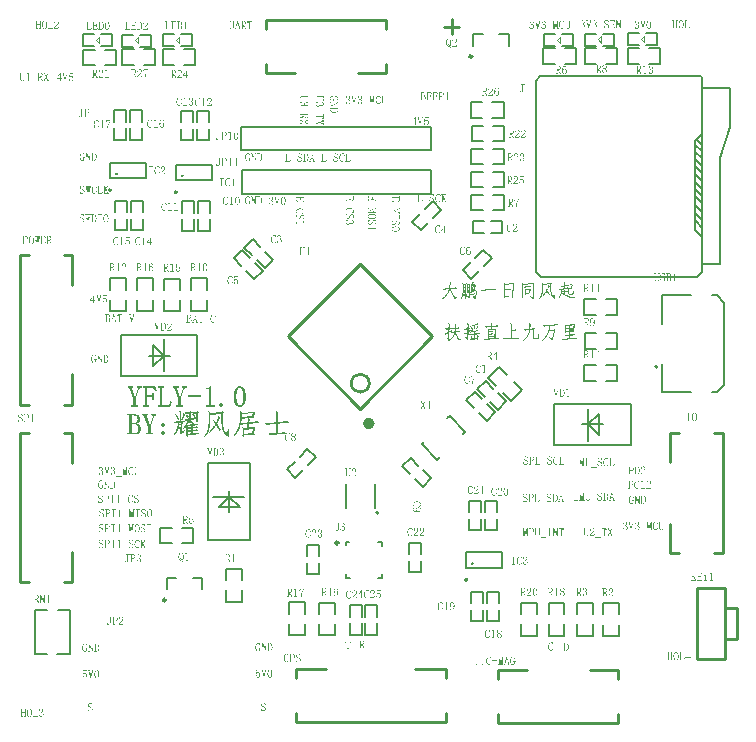
<source format=gto>
G04*
G04 #@! TF.GenerationSoftware,Altium Limited,Altium Designer,20.2.6 (244)*
G04*
G04 Layer_Color=65535*
%FSLAX24Y24*%
%MOIN*%
G70*
G04*
G04 #@! TF.SameCoordinates,51859F98-D9B2-4489-9200-0AB67A10A6FC*
G04*
G04*
G04 #@! TF.FilePolarity,Positive*
G04*
G01*
G75*
%ADD10C,0.0098*%
%ADD11C,0.0100*%
%ADD12C,0.0079*%
%ADD13C,0.0200*%
%ADD14C,0.0060*%
%ADD15C,0.0080*%
%ADD16C,0.0040*%
%ADD17C,0.0050*%
%ADD18C,0.0070*%
G36*
X35633Y28972D02*
X35618Y28949D01*
Y28530D01*
Y28530D01*
Y28527D01*
Y28523D01*
X35617Y28517D01*
X35617Y28511D01*
X35616Y28503D01*
X35615Y28495D01*
X35614Y28486D01*
X35611Y28468D01*
X35609Y28459D01*
X35606Y28451D01*
X35603Y28443D01*
X35600Y28435D01*
X35596Y28428D01*
X35591Y28423D01*
X35591Y28423D01*
X35589Y28425D01*
X35587Y28427D01*
X35584Y28430D01*
X35581Y28434D01*
X35576Y28439D01*
X35571Y28444D01*
X35564Y28451D01*
X35558Y28457D01*
X35550Y28464D01*
X35541Y28471D01*
X35532Y28480D01*
X35522Y28488D01*
X35511Y28496D01*
X35500Y28505D01*
X35488Y28513D01*
X35496Y28532D01*
X35577Y28487D01*
Y28487D01*
X35577Y28488D01*
Y28490D01*
X35577Y28492D01*
X35578Y28495D01*
X35578Y28498D01*
X35580Y28506D01*
X35581Y28515D01*
X35582Y28524D01*
X35582Y28533D01*
X35582Y28543D01*
Y28945D01*
X35255Y28910D01*
Y28470D01*
Y28470D01*
Y28468D01*
Y28466D01*
Y28463D01*
Y28460D01*
X35254Y28457D01*
X35253Y28449D01*
X35251Y28441D01*
X35250Y28438D01*
X35248Y28434D01*
X35246Y28432D01*
X35243Y28429D01*
X35240Y28428D01*
X35237Y28428D01*
X35207Y28484D01*
Y28484D01*
X35207Y28484D01*
X35209Y28487D01*
X35210Y28492D01*
X35212Y28497D01*
X35214Y28504D01*
X35216Y28512D01*
X35218Y28520D01*
X35219Y28528D01*
Y28903D01*
Y28903D01*
Y28905D01*
X35218Y28908D01*
Y28911D01*
X35218Y28915D01*
Y28920D01*
X35218Y28926D01*
X35217Y28932D01*
X35216Y28939D01*
X35215Y28946D01*
X35214Y28962D01*
X35212Y28978D01*
X35209Y28995D01*
X35227Y29000D01*
X35252Y28945D01*
X35580Y28979D01*
X35597Y29002D01*
X35633Y28972D01*
D02*
G37*
G36*
X36223Y28969D02*
X36200Y28941D01*
Y28940D01*
Y28939D01*
X36200Y28936D01*
Y28933D01*
X36199Y28929D01*
Y28924D01*
X36199Y28918D01*
X36199Y28911D01*
Y28904D01*
X36198Y28896D01*
X36198Y28887D01*
Y28878D01*
X36197Y28869D01*
Y28858D01*
X36197Y28837D01*
Y28814D01*
Y28790D01*
X36197Y28766D01*
X36198Y28741D01*
X36200Y28716D01*
X36202Y28692D01*
X36204Y28668D01*
X36208Y28646D01*
Y28645D01*
X36208Y28644D01*
Y28643D01*
X36208Y28641D01*
X36209Y28638D01*
X36210Y28635D01*
X36211Y28631D01*
X36212Y28627D01*
X36214Y28618D01*
X36217Y28607D01*
X36221Y28595D01*
X36226Y28582D01*
X36231Y28569D01*
X36237Y28556D01*
X36244Y28543D01*
X36252Y28530D01*
X36261Y28519D01*
X36271Y28507D01*
X36281Y28498D01*
X36293Y28489D01*
X36313Y28604D01*
X36335D01*
Y28604D01*
Y28603D01*
X36334Y28601D01*
Y28598D01*
X36334Y28595D01*
Y28591D01*
X36333Y28587D01*
X36333Y28582D01*
X36332Y28577D01*
X36332Y28572D01*
X36331Y28559D01*
X36330Y28546D01*
X36330Y28532D01*
X36329Y28517D01*
X36328Y28502D01*
X36328Y28486D01*
Y28471D01*
Y28457D01*
X36328Y28444D01*
X36329Y28433D01*
X36329Y28428D01*
X36330Y28423D01*
X36329D01*
X36328Y28424D01*
X36327Y28425D01*
X36324Y28426D01*
X36322Y28427D01*
X36318Y28429D01*
X36314Y28432D01*
X36310Y28434D01*
X36300Y28441D01*
X36289Y28449D01*
X36277Y28459D01*
X36264Y28470D01*
X36251Y28482D01*
X36238Y28496D01*
X36226Y28511D01*
X36213Y28527D01*
X36202Y28545D01*
X36192Y28565D01*
X36188Y28575D01*
X36184Y28585D01*
X36180Y28596D01*
X36178Y28607D01*
Y28608D01*
X36177Y28609D01*
Y28610D01*
X36176Y28613D01*
X36176Y28616D01*
X36176Y28620D01*
X36175Y28624D01*
X36174Y28629D01*
X36173Y28635D01*
X36172Y28641D01*
X36171Y28649D01*
X36170Y28656D01*
X36169Y28665D01*
X36167Y28674D01*
X36166Y28683D01*
X36166Y28694D01*
X36165Y28705D01*
X36164Y28716D01*
X36163Y28728D01*
X36162Y28740D01*
X36161Y28754D01*
X36161Y28767D01*
X36160Y28782D01*
X36160Y28797D01*
X36159Y28812D01*
Y28828D01*
Y28844D01*
X36160Y28862D01*
X36160Y28879D01*
X36161Y28897D01*
X36162Y28916D01*
X36162Y28935D01*
X35924Y28905D01*
Y28905D01*
Y28903D01*
Y28901D01*
Y28898D01*
Y28894D01*
Y28889D01*
Y28883D01*
Y28877D01*
Y28870D01*
Y28862D01*
X35924Y28854D01*
Y28845D01*
Y28836D01*
X35923Y28826D01*
X35923Y28806D01*
X35922Y28784D01*
X35921Y28762D01*
X35919Y28738D01*
X35917Y28715D01*
X35915Y28691D01*
X35912Y28669D01*
X35909Y28647D01*
X35905Y28626D01*
Y28625D01*
X35905Y28624D01*
Y28623D01*
X35904Y28621D01*
X35904Y28618D01*
X35903Y28615D01*
X35902Y28612D01*
X35901Y28608D01*
X35898Y28598D01*
X35894Y28587D01*
X35890Y28574D01*
X35885Y28561D01*
X35878Y28546D01*
X35871Y28530D01*
X35862Y28513D01*
X35853Y28497D01*
X35842Y28480D01*
X35830Y28462D01*
X35816Y28445D01*
X35801Y28428D01*
X35787Y28441D01*
Y28441D01*
X35788Y28442D01*
X35789Y28443D01*
X35789Y28445D01*
X35793Y28449D01*
X35797Y28456D01*
X35803Y28463D01*
X35808Y28473D01*
X35815Y28484D01*
X35821Y28495D01*
X35828Y28508D01*
X35835Y28522D01*
X35842Y28538D01*
X35849Y28554D01*
X35855Y28570D01*
X35860Y28587D01*
X35865Y28605D01*
X35869Y28623D01*
Y28623D01*
Y28624D01*
X35869Y28626D01*
X35870Y28627D01*
X35870Y28630D01*
X35871Y28633D01*
X35871Y28636D01*
X35872Y28640D01*
X35873Y28649D01*
X35875Y28659D01*
X35877Y28672D01*
X35878Y28685D01*
X35880Y28700D01*
X35882Y28716D01*
X35884Y28733D01*
X35885Y28751D01*
X35887Y28769D01*
X35888Y28788D01*
X35889Y28808D01*
X35890Y28828D01*
Y28828D01*
Y28829D01*
Y28830D01*
Y28832D01*
Y28835D01*
X35890Y28838D01*
Y28845D01*
Y28854D01*
Y28864D01*
Y28876D01*
X35890Y28888D01*
X35890Y28901D01*
X35889Y28914D01*
X35887Y28940D01*
X35886Y28953D01*
X35884Y28966D01*
X35881Y28977D01*
X35879Y28988D01*
X35899Y28992D01*
X35922Y28940D01*
X36165Y28969D01*
X36185Y29000D01*
X36223Y28969D01*
D02*
G37*
G36*
X34965Y28951D02*
X34945Y28928D01*
Y28928D01*
Y28927D01*
Y28926D01*
Y28924D01*
X34945Y28922D01*
Y28919D01*
Y28915D01*
Y28912D01*
X34944Y28903D01*
X34944Y28892D01*
X34943Y28880D01*
X34943Y28867D01*
X34942Y28853D01*
X34942Y28837D01*
X34941Y28820D01*
X34940Y28803D01*
X34939Y28785D01*
X34938Y28767D01*
X34937Y28729D01*
X34934Y28690D01*
X34933Y28652D01*
X34932Y28633D01*
X34930Y28615D01*
X34929Y28598D01*
X34928Y28581D01*
X34927Y28565D01*
X34926Y28550D01*
X34925Y28537D01*
X34924Y28524D01*
X34923Y28513D01*
X34922Y28504D01*
X34921Y28500D01*
X34921Y28497D01*
X34920Y28494D01*
X34920Y28491D01*
Y28490D01*
X34919Y28489D01*
X34919Y28486D01*
X34918Y28483D01*
X34917Y28480D01*
X34916Y28475D01*
X34914Y28467D01*
X34912Y28463D01*
X34910Y28460D01*
X34909Y28457D01*
X34907Y28454D01*
X34905Y28452D01*
X34903Y28452D01*
X34901Y28452D01*
X34899Y28455D01*
X34898Y28456D01*
X34897Y28458D01*
X34896Y28460D01*
X34895Y28461D01*
X34894Y28464D01*
X34893Y28468D01*
X34892Y28471D01*
X34890Y28475D01*
X34889Y28480D01*
X34888Y28486D01*
X34887Y28492D01*
X34885Y28499D01*
X34884Y28506D01*
X34883Y28514D01*
X34664Y28500D01*
Y28499D01*
Y28497D01*
Y28494D01*
Y28490D01*
Y28485D01*
X34664Y28480D01*
X34662Y28469D01*
X34662Y28464D01*
X34660Y28460D01*
X34658Y28456D01*
X34656Y28453D01*
X34653Y28452D01*
X34650D01*
X34648Y28452D01*
X34646Y28453D01*
X34644Y28455D01*
X34642Y28457D01*
X34616Y28502D01*
X34617Y28503D01*
X34619Y28505D01*
X34621Y28509D01*
X34622Y28512D01*
X34624Y28515D01*
X34625Y28518D01*
X34626Y28522D01*
X34627Y28527D01*
X34628Y28532D01*
X34629Y28538D01*
X34629Y28544D01*
X34629Y28550D01*
X34629Y28558D01*
X34626Y28896D01*
Y28897D01*
Y28898D01*
Y28900D01*
Y28902D01*
X34626Y28906D01*
Y28910D01*
X34625Y28914D01*
X34625Y28919D01*
X34625Y28925D01*
X34624Y28931D01*
X34623Y28938D01*
X34622Y28946D01*
X34621Y28954D01*
X34620Y28962D01*
X34616Y28980D01*
X34634Y28985D01*
X34657Y28935D01*
X34905Y28957D01*
X34925Y28985D01*
X34965Y28951D01*
D02*
G37*
G36*
X33613Y28974D02*
X33611D01*
X33608Y28974D01*
X33607Y28972D01*
X33604Y28970D01*
X33602Y28966D01*
X33599Y28961D01*
X33599Y28960D01*
X33598Y28958D01*
X33597Y28954D01*
X33594Y28948D01*
X33592Y28940D01*
X33590Y28936D01*
X33588Y28931D01*
X33586Y28926D01*
X33584Y28921D01*
X33581Y28914D01*
X33579Y28908D01*
X33638Y28917D01*
X33655Y28942D01*
X33691Y28912D01*
X33675Y28891D01*
Y28890D01*
Y28889D01*
X33675Y28887D01*
X33674Y28885D01*
Y28881D01*
X33674Y28878D01*
X33673Y28873D01*
X33672Y28868D01*
X33672Y28863D01*
X33671Y28857D01*
X33669Y28844D01*
X33667Y28830D01*
X33664Y28815D01*
X33662Y28799D01*
X33658Y28784D01*
X33655Y28768D01*
X33651Y28753D01*
X33647Y28739D01*
X33643Y28726D01*
X33640Y28720D01*
X33638Y28715D01*
X33636Y28710D01*
X33635Y28709D01*
X33685Y28715D01*
X33700Y28738D01*
X33735Y28708D01*
X33720Y28687D01*
Y28687D01*
X33719Y28685D01*
Y28682D01*
X33719Y28678D01*
X33718Y28674D01*
X33717Y28668D01*
X33716Y28662D01*
X33715Y28655D01*
X33714Y28647D01*
X33713Y28639D01*
X33712Y28630D01*
X33710Y28621D01*
X33707Y28601D01*
X33703Y28580D01*
X33699Y28558D01*
X33695Y28535D01*
X33690Y28513D01*
X33684Y28492D01*
X33679Y28472D01*
X33676Y28462D01*
X33673Y28453D01*
X33670Y28444D01*
X33667Y28437D01*
X33663Y28429D01*
X33660Y28423D01*
X33660Y28423D01*
X33659Y28425D01*
X33657Y28426D01*
X33654Y28429D01*
X33651Y28433D01*
X33647Y28437D01*
X33642Y28441D01*
X33637Y28446D01*
X33631Y28452D01*
X33625Y28458D01*
X33618Y28464D01*
X33610Y28471D01*
X33602Y28478D01*
X33594Y28486D01*
X33575Y28501D01*
X33584Y28519D01*
X33648Y28482D01*
X33648Y28483D01*
X33649Y28485D01*
X33649Y28489D01*
X33651Y28494D01*
X33653Y28501D01*
X33655Y28510D01*
X33657Y28520D01*
X33659Y28531D01*
X33662Y28544D01*
X33665Y28559D01*
X33668Y28575D01*
X33670Y28590D01*
X33671D01*
X33670Y28591D01*
X33671Y28593D01*
X33674Y28613D01*
X33677Y28634D01*
X33680Y28656D01*
X33682Y28681D01*
X33545Y28661D01*
X33528Y28644D01*
X33493Y28675D01*
X33508Y28690D01*
Y28861D01*
Y28862D01*
Y28863D01*
Y28865D01*
Y28868D01*
Y28872D01*
X33508Y28876D01*
Y28881D01*
X33507Y28887D01*
X33506Y28899D01*
X33505Y28911D01*
X33503Y28923D01*
X33501Y28935D01*
X33520Y28940D01*
X33541Y28903D01*
X33552Y28904D01*
Y28905D01*
X33552Y28907D01*
X33552Y28909D01*
X33553Y28912D01*
X33554Y28916D01*
X33555Y28921D01*
X33557Y28926D01*
X33558Y28931D01*
X33560Y28942D01*
X33563Y28954D01*
X33565Y28964D01*
X33566Y28969D01*
X33566Y28973D01*
Y28974D01*
Y28974D01*
X33567Y28977D01*
X33567Y28981D01*
Y28986D01*
X33567Y28991D01*
X33566Y28996D01*
X33564Y29001D01*
X33561Y29006D01*
X33575Y29017D01*
X33613Y28974D01*
D02*
G37*
G36*
X35550Y28833D02*
X35544D01*
X35540Y28832D01*
X35536D01*
X35530Y28832D01*
X35523D01*
X35515Y28831D01*
X35507Y28830D01*
X35497Y28830D01*
X35486Y28829D01*
X35474Y28828D01*
X35461Y28827D01*
X35447Y28825D01*
X35431Y28824D01*
X35430D01*
X35428Y28823D01*
X35423Y28823D01*
X35417Y28822D01*
X35411Y28821D01*
X35403Y28820D01*
X35394Y28820D01*
X35384Y28819D01*
X35365Y28816D01*
X35345Y28813D01*
X35335Y28812D01*
X35326Y28811D01*
X35318Y28809D01*
X35311Y28808D01*
X35276Y28844D01*
X35278D01*
X35282Y28845D01*
X35286D01*
X35291Y28845D01*
X35297Y28846D01*
X35305Y28847D01*
X35313Y28847D01*
X35322Y28848D01*
X35332Y28849D01*
X35343Y28850D01*
X35355Y28851D01*
X35367Y28853D01*
X35380Y28854D01*
X35394Y28856D01*
X35409Y28857D01*
X35410D01*
X35413Y28858D01*
X35417Y28858D01*
X35422Y28859D01*
X35429Y28860D01*
X35436Y28861D01*
X35444Y28862D01*
X35453Y28863D01*
X35471Y28866D01*
X35480Y28867D01*
X35488Y28869D01*
X35496Y28871D01*
X35504Y28872D01*
X35510Y28874D01*
X35516Y28875D01*
X35550Y28833D01*
D02*
G37*
G36*
X35521Y28757D02*
X35503Y28734D01*
X35493Y28647D01*
X35516Y28615D01*
X35361Y28597D01*
Y28596D01*
Y28595D01*
Y28593D01*
Y28590D01*
X35361Y28584D01*
X35360Y28577D01*
X35357Y28571D01*
X35356Y28567D01*
X35354Y28565D01*
X35352Y28563D01*
X35348Y28562D01*
X35345D01*
X35341Y28563D01*
X35316Y28594D01*
Y28594D01*
X35316Y28595D01*
X35317Y28596D01*
X35317Y28598D01*
X35318Y28602D01*
X35320Y28608D01*
X35321Y28615D01*
X35322Y28623D01*
X35323Y28631D01*
X35324Y28640D01*
X35321Y28716D01*
Y28717D01*
Y28718D01*
X35320Y28719D01*
Y28721D01*
Y28724D01*
X35320Y28728D01*
X35320Y28731D01*
X35319Y28735D01*
X35318Y28745D01*
X35317Y28755D01*
X35315Y28766D01*
X35314Y28779D01*
X35331Y28783D01*
X35349Y28748D01*
X35463Y28765D01*
X35486Y28788D01*
X35521Y28757D01*
D02*
G37*
G36*
X36141Y28836D02*
X36140Y28836D01*
X36139Y28835D01*
X36136Y28833D01*
X36134Y28830D01*
X36130Y28827D01*
X36126Y28823D01*
X36122Y28818D01*
X36117Y28812D01*
X36117Y28811D01*
X36116Y28810D01*
X36115Y28808D01*
X36114Y28806D01*
X36111Y28802D01*
X36109Y28798D01*
X36107Y28794D01*
X36103Y28788D01*
X36100Y28782D01*
X36096Y28774D01*
X36091Y28765D01*
X36086Y28755D01*
X36079Y28744D01*
X36073Y28731D01*
X36066Y28717D01*
X36066Y28716D01*
X36068Y28714D01*
X36070Y28711D01*
X36074Y28707D01*
X36078Y28701D01*
X36082Y28695D01*
X36087Y28687D01*
X36093Y28680D01*
X36099Y28671D01*
X36106Y28662D01*
X36120Y28643D01*
X36135Y28623D01*
X36151Y28604D01*
Y28603D01*
X36150Y28602D01*
X36150Y28601D01*
X36149Y28599D01*
X36148Y28596D01*
X36147Y28593D01*
X36143Y28586D01*
X36140Y28578D01*
X36136Y28569D01*
X36132Y28560D01*
X36127Y28551D01*
X36127Y28552D01*
X36126Y28554D01*
X36124Y28558D01*
X36121Y28562D01*
X36118Y28567D01*
X36114Y28574D01*
X36110Y28582D01*
X36105Y28591D01*
X36099Y28600D01*
X36093Y28611D01*
X36086Y28622D01*
X36079Y28634D01*
X36072Y28646D01*
X36064Y28659D01*
X36047Y28686D01*
Y28685D01*
X36047Y28685D01*
X36046Y28683D01*
X36045Y28681D01*
X36043Y28679D01*
X36042Y28676D01*
X36037Y28669D01*
X36031Y28660D01*
X36024Y28650D01*
X36016Y28639D01*
X36006Y28627D01*
X35996Y28614D01*
X35985Y28600D01*
X35973Y28586D01*
X35960Y28571D01*
X35946Y28557D01*
X35931Y28542D01*
X35915Y28528D01*
X35899Y28514D01*
X35886Y28531D01*
X35887Y28531D01*
X35887Y28532D01*
X35890Y28535D01*
X35894Y28539D01*
X35900Y28545D01*
X35907Y28552D01*
X35914Y28561D01*
X35923Y28572D01*
X35933Y28583D01*
X35944Y28596D01*
X35955Y28610D01*
X35967Y28625D01*
X35978Y28641D01*
X35990Y28658D01*
X36002Y28676D01*
X36014Y28695D01*
X36026Y28714D01*
X35951Y28836D01*
X35966Y28845D01*
X36044Y28741D01*
X36044Y28742D01*
X36045Y28743D01*
X36047Y28747D01*
X36049Y28751D01*
X36052Y28757D01*
X36056Y28763D01*
X36059Y28770D01*
X36062Y28777D01*
X36070Y28793D01*
X36077Y28809D01*
X36080Y28816D01*
X36084Y28823D01*
X36086Y28830D01*
X36088Y28836D01*
Y28836D01*
X36088Y28837D01*
X36089Y28839D01*
X36089Y28841D01*
X36090Y28843D01*
X36091Y28847D01*
X36092Y28854D01*
X36093Y28862D01*
X36092Y28871D01*
X36091Y28880D01*
X36090Y28885D01*
X36088Y28890D01*
X36105Y28895D01*
X36141Y28836D01*
D02*
G37*
G36*
X34388Y28742D02*
X34385D01*
X34381Y28741D01*
X34378D01*
X34375Y28741D01*
X34371D01*
X34367Y28740D01*
X34362D01*
X34357Y28740D01*
X34351Y28739D01*
X34345Y28739D01*
X34338Y28738D01*
X34331Y28738D01*
X34323Y28737D01*
X34315Y28737D01*
X34306Y28736D01*
X34296Y28736D01*
X34286Y28735D01*
X34275Y28734D01*
X34264Y28733D01*
X34252Y28732D01*
X34239Y28731D01*
X34226Y28730D01*
X34212Y28729D01*
X34197Y28728D01*
X34182Y28727D01*
X34166Y28726D01*
X34149Y28724D01*
X34132Y28723D01*
X34129D01*
X34127Y28723D01*
X34123D01*
X34119Y28722D01*
X34114Y28722D01*
X34108Y28721D01*
X34101Y28721D01*
X34094Y28720D01*
X34086Y28719D01*
X34078Y28719D01*
X34069Y28718D01*
X34050Y28717D01*
X34031Y28715D01*
X34011Y28713D01*
X33990Y28712D01*
X33971Y28710D01*
X33952Y28709D01*
X33943Y28708D01*
X33934Y28707D01*
X33926Y28706D01*
X33918Y28705D01*
X33911Y28705D01*
X33905Y28704D01*
X33899Y28704D01*
X33894Y28703D01*
X33842Y28740D01*
X33847D01*
X33849Y28740D01*
X33856D01*
X33861Y28741D01*
X33865D01*
X33871Y28741D01*
X33877D01*
X33883Y28742D01*
X33890Y28742D01*
X33898Y28742D01*
X33906Y28743D01*
X33915Y28743D01*
X33924Y28744D01*
X33933Y28744D01*
X33944Y28745D01*
X33954Y28746D01*
X33965Y28746D01*
X33977Y28747D01*
X33989Y28748D01*
X34002Y28749D01*
X34015Y28750D01*
X34029Y28751D01*
X34043Y28751D01*
X34058Y28753D01*
X34072Y28754D01*
X34088Y28755D01*
X34104Y28756D01*
X34121Y28758D01*
X34123D01*
X34125Y28758D01*
X34128D01*
X34132Y28759D01*
X34137Y28759D01*
X34143Y28760D01*
X34149Y28760D01*
X34156Y28761D01*
X34163Y28761D01*
X34171Y28762D01*
X34179Y28763D01*
X34197Y28765D01*
X34215Y28766D01*
X34233Y28769D01*
X34252Y28770D01*
X34270Y28773D01*
X34286Y28775D01*
X34294Y28776D01*
X34302Y28777D01*
X34309Y28778D01*
X34316Y28779D01*
X34321Y28780D01*
X34326Y28781D01*
X34331Y28782D01*
X34335Y28783D01*
X34388Y28742D01*
D02*
G37*
G36*
X36656Y28974D02*
X36656Y28973D01*
X36655Y28971D01*
X36653Y28968D01*
X36651Y28963D01*
X36650Y28957D01*
X36648Y28949D01*
X36647Y28941D01*
X36646Y28931D01*
Y28882D01*
X36647D01*
X36648Y28883D01*
X36650Y28883D01*
X36653Y28884D01*
X36656Y28884D01*
X36660Y28885D01*
X36669Y28887D01*
X36679Y28889D01*
X36689Y28891D01*
X36699Y28893D01*
X36708Y28895D01*
X36738Y28863D01*
X36737D01*
X36734Y28863D01*
X36731D01*
X36728Y28862D01*
X36723Y28862D01*
X36718Y28862D01*
X36712Y28861D01*
X36705Y28860D01*
X36698Y28859D01*
X36691Y28858D01*
X36682Y28857D01*
X36665Y28854D01*
X36646Y28851D01*
Y28790D01*
X36647D01*
X36649Y28791D01*
X36652Y28792D01*
X36655Y28792D01*
X36660Y28793D01*
X36665Y28794D01*
X36670Y28796D01*
X36676Y28797D01*
X36688Y28800D01*
X36700Y28803D01*
X36705Y28804D01*
X36710Y28806D01*
X36714Y28807D01*
X36718Y28808D01*
X36744Y28781D01*
X36742Y28793D01*
X36739Y28807D01*
X36735Y28819D01*
X36756Y28830D01*
X36780Y28793D01*
X36858Y28805D01*
X36872Y28892D01*
X36871D01*
X36870Y28892D01*
X36868D01*
X36863Y28891D01*
X36857Y28890D01*
X36849Y28889D01*
X36840Y28888D01*
X36831Y28887D01*
X36821Y28885D01*
X36801Y28882D01*
X36792Y28880D01*
X36783Y28879D01*
X36775Y28877D01*
X36768Y28876D01*
X36762Y28874D01*
X36760Y28873D01*
X36759Y28872D01*
X36725Y28908D01*
X36731D01*
X36735Y28908D01*
X36740D01*
X36746Y28908D01*
X36754Y28909D01*
X36763Y28910D01*
X36773Y28911D01*
X36783Y28912D01*
X36796Y28913D01*
X36809Y28915D01*
X36823Y28917D01*
X36838Y28919D01*
X36855Y28922D01*
X36872Y28924D01*
X36890Y28945D01*
X36930Y28908D01*
X36907Y28885D01*
X36895Y28807D01*
X36922Y28779D01*
X36783Y28764D01*
Y28634D01*
Y28634D01*
Y28633D01*
X36784Y28631D01*
X36785Y28627D01*
X36788Y28623D01*
X36792Y28618D01*
X36795Y28617D01*
X36798Y28615D01*
X36802Y28613D01*
X36806Y28612D01*
X36811Y28612D01*
X36816Y28611D01*
X36860D01*
X36862Y28612D01*
X36866D01*
X36869Y28612D01*
X36874Y28613D01*
X36883Y28614D01*
X36893Y28616D01*
X36897Y28617D01*
X36901Y28618D01*
X36905Y28619D01*
X36908Y28621D01*
X36910Y28623D01*
X36912Y28625D01*
X36912Y28625D01*
Y28627D01*
X36912Y28628D01*
X36913Y28630D01*
X36913Y28632D01*
X36914Y28636D01*
X36914Y28640D01*
X36915Y28645D01*
X36915Y28651D01*
X36916Y28658D01*
X36916Y28666D01*
X36916Y28675D01*
X36917Y28686D01*
Y28698D01*
Y28711D01*
X36942D01*
Y28710D01*
Y28709D01*
X36942Y28707D01*
Y28704D01*
X36943Y28701D01*
X36943Y28696D01*
X36944Y28691D01*
X36944Y28687D01*
X36945Y28676D01*
X36946Y28665D01*
X36947Y28655D01*
X36949Y28645D01*
Y28645D01*
Y28644D01*
X36949Y28643D01*
X36949Y28641D01*
X36950Y28639D01*
X36950Y28636D01*
X36952Y28629D01*
X36953Y28621D01*
X36956Y28611D01*
X36959Y28600D01*
X36963Y28588D01*
X36962D01*
X36960Y28588D01*
X36958Y28587D01*
X36954Y28586D01*
X36950Y28586D01*
X36945Y28585D01*
X36939Y28583D01*
X36932Y28582D01*
X36925Y28581D01*
X36916Y28580D01*
X36908Y28579D01*
X36898Y28578D01*
X36889Y28577D01*
X36878Y28577D01*
X36856Y28577D01*
X36813D01*
X36810Y28577D01*
X36806Y28577D01*
X36801Y28578D01*
X36795Y28580D01*
X36789Y28581D01*
X36783Y28583D01*
X36777Y28586D01*
X36770Y28589D01*
X36765Y28593D01*
X36760Y28597D01*
X36755Y28602D01*
X36751Y28608D01*
X36749Y28614D01*
X36748Y28622D01*
Y28739D01*
Y28740D01*
Y28742D01*
Y28744D01*
Y28747D01*
X36747Y28751D01*
Y28756D01*
X36747Y28761D01*
X36746Y28767D01*
X36746Y28773D01*
X36753D01*
X36744Y28781D01*
X36745Y28780D01*
X36746Y28773D01*
X36746D01*
X36742Y28772D01*
X36736Y28772D01*
X36730Y28771D01*
X36723Y28771D01*
X36715Y28770D01*
X36706Y28769D01*
X36696Y28768D01*
X36685Y28766D01*
X36673Y28765D01*
X36660Y28763D01*
X36646Y28761D01*
X36631Y28758D01*
X36656Y28731D01*
X36656Y28731D01*
X36654Y28729D01*
X36652Y28727D01*
X36650Y28724D01*
X36648Y28719D01*
X36646Y28715D01*
X36645Y28710D01*
X36644Y28705D01*
Y28691D01*
X36645D01*
X36646Y28691D01*
X36649Y28692D01*
X36653Y28693D01*
X36657Y28693D01*
X36662Y28694D01*
X36667Y28696D01*
X36673Y28696D01*
X36685Y28699D01*
X36696Y28701D01*
X36701Y28703D01*
X36706Y28704D01*
X36710Y28705D01*
X36714Y28706D01*
X36743Y28668D01*
X36737D01*
X36734Y28668D01*
X36730D01*
X36725Y28668D01*
X36719Y28667D01*
X36713Y28667D01*
X36705Y28666D01*
X36697Y28665D01*
X36689Y28664D01*
X36679Y28664D01*
X36668Y28662D01*
X36657Y28661D01*
X36644Y28659D01*
Y28589D01*
X36645D01*
X36645Y28589D01*
X36646Y28588D01*
X36648Y28587D01*
X36653Y28586D01*
X36659Y28583D01*
X36666Y28580D01*
X36674Y28576D01*
X36684Y28572D01*
X36694Y28567D01*
X36705Y28563D01*
X36716Y28558D01*
X36739Y28548D01*
X36751Y28543D01*
X36762Y28538D01*
X36772Y28533D01*
X36782Y28529D01*
X36783Y28528D01*
X36784Y28528D01*
X36787Y28526D01*
X36791Y28525D01*
X36795Y28523D01*
X36800Y28521D01*
X36805Y28519D01*
X36811Y28517D01*
X36823Y28512D01*
X36835Y28507D01*
X36847Y28503D01*
X36852Y28502D01*
X36857Y28500D01*
X36858D01*
X36859Y28500D01*
X36861D01*
X36863Y28499D01*
X36866Y28499D01*
X36871Y28498D01*
X36877Y28498D01*
X36884Y28498D01*
X36892Y28497D01*
X36902D01*
X36913Y28497D01*
X36926D01*
X36940Y28496D01*
X36948D01*
X36956Y28497D01*
X36974D01*
X36984Y28497D01*
X36995D01*
Y28473D01*
X36994D01*
X36991Y28472D01*
X36986Y28472D01*
X36981Y28471D01*
X36974Y28471D01*
X36965Y28470D01*
X36956Y28468D01*
X36945Y28467D01*
X36934Y28466D01*
X36922Y28464D01*
X36909Y28462D01*
X36896Y28461D01*
X36870Y28457D01*
X36843Y28452D01*
Y28453D01*
X36842Y28453D01*
X36840Y28455D01*
X36837Y28457D01*
X36834Y28458D01*
X36832Y28460D01*
X36829Y28462D01*
X36825Y28465D01*
X36820Y28467D01*
X36815Y28470D01*
X36809Y28473D01*
X36802Y28477D01*
X36794Y28481D01*
X36786Y28485D01*
X36776Y28490D01*
X36766Y28495D01*
X36754Y28501D01*
X36742Y28507D01*
X36728Y28514D01*
X36713Y28521D01*
X36697Y28529D01*
X36679Y28537D01*
X36660Y28546D01*
X36640Y28555D01*
X36618Y28565D01*
X36595Y28576D01*
X36571Y28587D01*
X36544Y28599D01*
X36544Y28598D01*
X36543Y28595D01*
X36541Y28591D01*
X36538Y28586D01*
X36535Y28580D01*
X36531Y28572D01*
X36526Y28563D01*
X36521Y28554D01*
X36515Y28544D01*
X36507Y28533D01*
X36500Y28521D01*
X36491Y28510D01*
X36482Y28498D01*
X36471Y28486D01*
X36461Y28474D01*
X36449Y28462D01*
X36434Y28472D01*
X36435Y28473D01*
X36436Y28474D01*
X36437Y28476D01*
X36439Y28479D01*
X36442Y28483D01*
X36445Y28487D01*
X36448Y28492D01*
X36452Y28498D01*
X36456Y28504D01*
X36460Y28511D01*
X36465Y28518D01*
X36470Y28526D01*
X36474Y28535D01*
X36479Y28544D01*
X36484Y28554D01*
X36489Y28564D01*
X36490Y28565D01*
X36491Y28567D01*
X36492Y28570D01*
X36494Y28574D01*
X36496Y28578D01*
X36499Y28584D01*
X36502Y28590D01*
X36505Y28597D01*
X36507Y28604D01*
X36511Y28612D01*
X36517Y28628D01*
X36523Y28645D01*
X36528Y28661D01*
Y28661D01*
X36528Y28663D01*
X36529Y28665D01*
X36529Y28668D01*
X36530Y28671D01*
X36530Y28675D01*
X36532Y28684D01*
X36532Y28693D01*
X36532Y28703D01*
X36530Y28711D01*
X36529Y28715D01*
X36526Y28719D01*
X36544Y28728D01*
X36582Y28673D01*
X36581D01*
X36581Y28674D01*
X36579D01*
X36576Y28673D01*
X36574Y28672D01*
X36571Y28669D01*
X36569Y28667D01*
X36568Y28664D01*
X36567Y28662D01*
X36565Y28658D01*
X36565Y28657D01*
X36564Y28655D01*
X36562Y28651D01*
X36561Y28646D01*
X36559Y28641D01*
X36557Y28636D01*
X36554Y28631D01*
X36552Y28626D01*
X36608Y28599D01*
Y28717D01*
Y28717D01*
Y28718D01*
Y28719D01*
Y28722D01*
Y28727D01*
X36608Y28733D01*
Y28739D01*
X36608Y28745D01*
X36607Y28750D01*
X36607Y28751D01*
X36606Y28753D01*
X36605D01*
X36604Y28752D01*
X36602Y28752D01*
X36597Y28751D01*
X36591Y28750D01*
X36583Y28749D01*
X36575Y28747D01*
X36566Y28746D01*
X36556Y28744D01*
X36537Y28741D01*
X36528Y28739D01*
X36519Y28737D01*
X36512Y28736D01*
X36505Y28735D01*
X36500Y28734D01*
X36498Y28733D01*
X36497Y28733D01*
X36459Y28768D01*
X36464D01*
X36467Y28769D01*
X36472D01*
X36478Y28769D01*
X36485Y28770D01*
X36493Y28770D01*
X36503Y28772D01*
X36514Y28773D01*
X36526Y28774D01*
X36540Y28776D01*
X36556Y28779D01*
X36572Y28781D01*
X36591Y28784D01*
X36611Y28787D01*
Y28848D01*
X36608D01*
X36606Y28847D01*
X36603Y28847D01*
X36598Y28846D01*
X36594Y28845D01*
X36588Y28845D01*
X36583Y28844D01*
X36571Y28842D01*
X36559Y28839D01*
X36553Y28838D01*
X36548Y28836D01*
X36544Y28834D01*
X36539Y28833D01*
X36504Y28866D01*
X36506D01*
X36508Y28866D01*
X36511Y28867D01*
X36515Y28867D01*
X36519Y28868D01*
X36525Y28868D01*
X36531Y28869D01*
X36539Y28870D01*
X36546Y28871D01*
X36555Y28872D01*
X36565Y28873D01*
X36575Y28875D01*
X36586Y28876D01*
X36598Y28877D01*
X36611Y28879D01*
Y28931D01*
Y28931D01*
Y28933D01*
Y28935D01*
Y28939D01*
Y28942D01*
Y28947D01*
X36610Y28952D01*
X36610Y28957D01*
X36608Y28969D01*
X36606Y28981D01*
X36602Y28993D01*
X36599Y28999D01*
X36596Y29004D01*
X36613Y29017D01*
X36656Y28974D01*
D02*
G37*
G36*
X33406Y28930D02*
X33448Y28937D01*
X33465Y28964D01*
X33502Y28937D01*
X33484Y28912D01*
Y28598D01*
X33488Y28599D01*
X33493Y28600D01*
X33499Y28600D01*
X33506Y28601D01*
X33513Y28602D01*
X33520Y28604D01*
X33529Y28604D01*
X33538Y28606D01*
X33556Y28608D01*
X33575Y28611D01*
X33575D01*
X33577Y28611D01*
X33580Y28612D01*
X33584Y28612D01*
X33588Y28613D01*
X33593Y28613D01*
X33603Y28615D01*
X33615Y28618D01*
X33626Y28619D01*
X33631Y28621D01*
X33635Y28622D01*
X33640Y28623D01*
X33643Y28624D01*
X33670Y28591D01*
X33670Y28590D01*
X33669D01*
X33668Y28590D01*
X33665Y28589D01*
X33662D01*
X33658Y28588D01*
X33654Y28588D01*
X33649Y28587D01*
X33643Y28586D01*
X33637Y28586D01*
X33630Y28584D01*
X33622Y28583D01*
X33614Y28582D01*
X33605Y28581D01*
X33596Y28579D01*
X33586Y28577D01*
X33585D01*
X33584Y28577D01*
X33580Y28577D01*
X33577Y28576D01*
X33572Y28575D01*
X33567Y28574D01*
X33562Y28573D01*
X33555Y28572D01*
X33542Y28570D01*
X33529Y28568D01*
X33516Y28566D01*
X33511Y28565D01*
X33505Y28564D01*
X33484Y28588D01*
Y28550D01*
Y28550D01*
Y28548D01*
Y28544D01*
Y28540D01*
X33483Y28535D01*
Y28529D01*
X33483Y28522D01*
X33482Y28515D01*
X33480Y28506D01*
X33479Y28498D01*
X33477Y28489D01*
X33474Y28479D01*
X33471Y28469D01*
X33467Y28460D01*
X33462Y28450D01*
X33457Y28440D01*
X33457Y28440D01*
X33456Y28442D01*
X33455Y28444D01*
X33453Y28447D01*
X33451Y28450D01*
X33448Y28455D01*
X33445Y28460D01*
X33441Y28466D01*
X33436Y28471D01*
X33431Y28478D01*
X33426Y28485D01*
X33420Y28492D01*
X33414Y28500D01*
X33407Y28508D01*
X33399Y28516D01*
X33391Y28525D01*
X33401Y28539D01*
X33447Y28507D01*
Y28507D01*
X33447Y28509D01*
Y28511D01*
X33448Y28515D01*
Y28520D01*
Y28523D01*
X33448Y28527D01*
Y28531D01*
Y28536D01*
Y28542D01*
Y28548D01*
Y28693D01*
X33411Y28687D01*
Y28686D01*
Y28685D01*
Y28682D01*
X33411Y28680D01*
X33410Y28676D01*
X33410Y28672D01*
X33410Y28666D01*
X33409Y28661D01*
X33408Y28655D01*
X33407Y28647D01*
X33406Y28640D01*
X33405Y28632D01*
X33402Y28615D01*
X33399Y28597D01*
X33394Y28577D01*
X33389Y28557D01*
X33382Y28536D01*
X33375Y28516D01*
X33366Y28495D01*
X33356Y28475D01*
X33345Y28456D01*
X33332Y28438D01*
X33317Y28450D01*
Y28451D01*
X33317Y28451D01*
X33318Y28454D01*
X33321Y28458D01*
X33323Y28463D01*
X33327Y28470D01*
X33331Y28478D01*
X33335Y28487D01*
X33339Y28497D01*
X33344Y28508D01*
X33348Y28520D01*
X33352Y28531D01*
X33357Y28544D01*
X33360Y28557D01*
X33364Y28569D01*
X33367Y28582D01*
X33369Y28595D01*
Y28596D01*
X33369Y28598D01*
X33370Y28602D01*
X33370Y28606D01*
X33371Y28612D01*
X33372Y28619D01*
X33373Y28627D01*
X33374Y28635D01*
X33375Y28643D01*
X33375Y28652D01*
X33377Y28671D01*
X33378Y28690D01*
Y28699D01*
Y28707D01*
Y28708D01*
Y28710D01*
Y28712D01*
Y28715D01*
X33377Y28720D01*
Y28726D01*
Y28733D01*
Y28740D01*
X33377Y28749D01*
Y28759D01*
Y28770D01*
Y28782D01*
X33376Y28794D01*
Y28808D01*
Y28823D01*
Y28839D01*
Y28839D01*
Y28840D01*
Y28841D01*
Y28843D01*
Y28847D01*
Y28853D01*
X33376Y28860D01*
Y28868D01*
X33375Y28877D01*
X33375Y28887D01*
X33373Y28907D01*
X33371Y28927D01*
X33370Y28937D01*
X33368Y28946D01*
X33366Y28955D01*
X33364Y28963D01*
X33383Y28967D01*
X33406Y28930D01*
D02*
G37*
G36*
X33270Y28922D02*
X33318Y28931D01*
X33330Y28957D01*
X33369Y28932D01*
X33352Y28904D01*
Y28580D01*
Y28580D01*
Y28578D01*
Y28576D01*
X33352Y28572D01*
X33351Y28568D01*
X33351Y28563D01*
X33350Y28558D01*
X33349Y28551D01*
X33346Y28538D01*
X33342Y28524D01*
X33340Y28517D01*
X33336Y28510D01*
X33332Y28503D01*
X33328Y28497D01*
X33328Y28497D01*
X33327Y28498D01*
X33326Y28500D01*
X33324Y28502D01*
X33322Y28505D01*
X33319Y28508D01*
X33316Y28512D01*
X33312Y28517D01*
X33307Y28522D01*
X33302Y28528D01*
X33297Y28534D01*
X33291Y28540D01*
X33285Y28548D01*
X33277Y28555D01*
X33270Y28563D01*
X33262Y28572D01*
X33271Y28589D01*
X33317Y28559D01*
Y28559D01*
Y28561D01*
Y28563D01*
X33317Y28565D01*
Y28569D01*
Y28574D01*
Y28580D01*
Y28701D01*
X33316D01*
X33315Y28700D01*
X33312Y28700D01*
X33308Y28699D01*
X33303Y28697D01*
X33296Y28696D01*
X33292Y28695D01*
X33288Y28694D01*
X33283Y28693D01*
X33277Y28692D01*
Y28691D01*
Y28690D01*
X33277Y28688D01*
Y28686D01*
X33276Y28682D01*
X33276Y28678D01*
X33276Y28673D01*
X33275Y28668D01*
X33274Y28662D01*
X33273Y28655D01*
X33272Y28649D01*
X33272Y28641D01*
X33268Y28625D01*
X33265Y28607D01*
X33261Y28588D01*
X33255Y28568D01*
X33249Y28548D01*
X33242Y28527D01*
X33234Y28506D01*
X33224Y28485D01*
X33213Y28465D01*
X33201Y28445D01*
X33185Y28454D01*
Y28454D01*
X33185Y28455D01*
X33186Y28456D01*
X33187Y28458D01*
X33188Y28460D01*
X33189Y28463D01*
X33192Y28469D01*
X33195Y28477D01*
X33199Y28487D01*
X33203Y28498D01*
X33207Y28509D01*
X33212Y28522D01*
X33216Y28535D01*
X33220Y28549D01*
X33224Y28564D01*
X33228Y28579D01*
X33231Y28595D01*
X33234Y28609D01*
X33236Y28625D01*
Y28625D01*
Y28626D01*
X33236Y28628D01*
X33237Y28633D01*
X33237Y28639D01*
X33238Y28647D01*
X33239Y28656D01*
X33240Y28666D01*
X33240Y28678D01*
X33241Y28691D01*
X33242Y28705D01*
X33243Y28721D01*
X33243Y28737D01*
X33244Y28755D01*
X33244Y28773D01*
X33244Y28792D01*
Y28811D01*
Y28812D01*
Y28813D01*
Y28814D01*
Y28816D01*
Y28819D01*
Y28821D01*
Y28829D01*
X33244Y28837D01*
Y28847D01*
X33244Y28857D01*
X33243Y28869D01*
X33242Y28893D01*
X33241Y28904D01*
X33240Y28916D01*
X33239Y28927D01*
X33238Y28937D01*
X33236Y28946D01*
X33235Y28954D01*
X33251Y28962D01*
X33270Y28922D01*
D02*
G37*
G36*
X32854Y28972D02*
X32853D01*
X32851Y28972D01*
X32849Y28971D01*
X32848Y28969D01*
X32846Y28966D01*
X32844Y28962D01*
X32844Y28958D01*
X32843Y28955D01*
Y28954D01*
X32843Y28952D01*
X32842Y28948D01*
X32842Y28941D01*
X32841Y28934D01*
X32840Y28925D01*
X32839Y28914D01*
X32838Y28902D01*
Y28901D01*
Y28900D01*
X32837Y28898D01*
Y28895D01*
X32837Y28892D01*
X32836Y28887D01*
X32835Y28882D01*
X32835Y28876D01*
X32834Y28868D01*
X32834Y28861D01*
X32833Y28852D01*
X32832Y28842D01*
X32830Y28832D01*
X32830Y28820D01*
X32828Y28808D01*
X32827Y28795D01*
X32827D01*
X32829Y28796D01*
X32832D01*
X32835Y28796D01*
X32839Y28797D01*
X32845Y28797D01*
X32851Y28798D01*
X32857Y28798D01*
X32864Y28799D01*
X32872Y28800D01*
X32888Y28802D01*
X32906Y28804D01*
X32924Y28806D01*
X32942Y28808D01*
X32960Y28810D01*
X32977Y28812D01*
X32984Y28813D01*
X32991Y28814D01*
X32998Y28815D01*
X33005Y28816D01*
X33010Y28817D01*
X33014Y28818D01*
X33019Y28819D01*
X33021Y28819D01*
X33023Y28820D01*
X33024Y28820D01*
X33063Y28780D01*
X33049D01*
X33046Y28780D01*
X33037D01*
X33033Y28779D01*
X33028Y28779D01*
X33021D01*
X33015Y28779D01*
X33008Y28778D01*
X33000Y28777D01*
X32991Y28777D01*
X32982Y28776D01*
X32973Y28775D01*
X32962Y28774D01*
X32951Y28773D01*
X32939Y28772D01*
X32927Y28771D01*
X32913Y28770D01*
X32899Y28768D01*
X32883Y28767D01*
X32867Y28765D01*
X32850Y28763D01*
X32832Y28761D01*
Y28761D01*
X32833Y28760D01*
X32834Y28758D01*
X32835Y28756D01*
X32837Y28752D01*
X32839Y28749D01*
X32841Y28744D01*
X32844Y28740D01*
X32846Y28734D01*
X32849Y28728D01*
X32856Y28716D01*
X32863Y28702D01*
X32871Y28688D01*
X32879Y28673D01*
X32887Y28657D01*
X32896Y28642D01*
X32904Y28627D01*
X32912Y28613D01*
X32918Y28600D01*
X32925Y28588D01*
X32928Y28582D01*
X32931Y28577D01*
X32931Y28577D01*
X32932Y28575D01*
X32933Y28573D01*
X32935Y28569D01*
X32937Y28565D01*
X32940Y28561D01*
X32943Y28555D01*
X32947Y28550D01*
X32954Y28538D01*
X32962Y28526D01*
X32970Y28514D01*
X32974Y28509D01*
X32978Y28504D01*
X32979Y28503D01*
X32979Y28503D01*
X32981Y28502D01*
X32983Y28500D01*
X32986Y28498D01*
X32990Y28496D01*
X32995Y28494D01*
X33000Y28491D01*
X33008Y28489D01*
X33016Y28487D01*
X33025Y28484D01*
X33036Y28482D01*
X33048Y28480D01*
X33061Y28479D01*
X33076Y28478D01*
X33093Y28477D01*
Y28453D01*
X32950Y28445D01*
Y28446D01*
Y28447D01*
Y28448D01*
X32950Y28451D01*
X32950Y28453D01*
X32949Y28457D01*
X32947Y28461D01*
X32945Y28466D01*
X32944Y28472D01*
X32941Y28479D01*
X32938Y28486D01*
X32934Y28495D01*
X32929Y28505D01*
X32924Y28516D01*
X32918Y28528D01*
X32917Y28529D01*
X32916Y28531D01*
X32914Y28535D01*
X32912Y28541D01*
X32908Y28549D01*
X32904Y28558D01*
X32898Y28569D01*
X32895Y28575D01*
X32892Y28581D01*
X32889Y28589D01*
X32885Y28596D01*
X32881Y28604D01*
X32877Y28613D01*
X32873Y28621D01*
X32869Y28631D01*
X32864Y28641D01*
X32860Y28651D01*
X32855Y28662D01*
X32849Y28673D01*
X32844Y28685D01*
X32839Y28697D01*
X32833Y28710D01*
X32827Y28723D01*
X32821Y28737D01*
X32814Y28751D01*
Y28750D01*
X32814Y28748D01*
X32813Y28745D01*
X32812Y28741D01*
X32810Y28736D01*
X32808Y28730D01*
X32805Y28723D01*
X32802Y28714D01*
X32799Y28706D01*
X32795Y28696D01*
X32791Y28686D01*
X32786Y28675D01*
X32780Y28664D01*
X32775Y28652D01*
X32768Y28640D01*
X32761Y28627D01*
X32753Y28614D01*
X32745Y28601D01*
X32736Y28587D01*
X32726Y28574D01*
X32716Y28560D01*
X32705Y28546D01*
X32693Y28532D01*
X32681Y28519D01*
X32668Y28505D01*
X32655Y28492D01*
X32640Y28479D01*
X32624Y28466D01*
X32608Y28454D01*
X32591Y28442D01*
X32573Y28431D01*
X32555Y28420D01*
X32540Y28438D01*
X32540Y28438D01*
X32542Y28439D01*
X32545Y28441D01*
X32548Y28443D01*
X32552Y28446D01*
X32557Y28449D01*
X32563Y28454D01*
X32569Y28459D01*
X32577Y28464D01*
X32584Y28471D01*
X32592Y28477D01*
X32601Y28484D01*
X32610Y28493D01*
X32619Y28501D01*
X32629Y28511D01*
X32638Y28521D01*
X32649Y28531D01*
X32659Y28542D01*
X32669Y28554D01*
X32679Y28566D01*
X32689Y28579D01*
X32699Y28592D01*
X32709Y28606D01*
X32719Y28621D01*
X32728Y28636D01*
X32737Y28652D01*
X32746Y28668D01*
X32754Y28685D01*
X32762Y28702D01*
X32769Y28720D01*
X32775Y28739D01*
X32781Y28758D01*
X32779D01*
X32778Y28757D01*
X32775Y28757D01*
X32771Y28756D01*
X32767Y28756D01*
X32762Y28756D01*
X32757Y28755D01*
X32752Y28754D01*
X32745Y28754D01*
X32732Y28752D01*
X32718Y28751D01*
X32703Y28749D01*
X32688Y28747D01*
X32673Y28745D01*
X32659Y28743D01*
X32646Y28741D01*
X32640Y28740D01*
X32635Y28740D01*
X32630Y28739D01*
X32626Y28738D01*
X32622Y28737D01*
X32618Y28737D01*
X32616Y28736D01*
X32614Y28736D01*
X32582Y28775D01*
X32597D01*
X32604Y28776D01*
X32613Y28776D01*
X32618D01*
X32623Y28777D01*
X32629Y28777D01*
X32636Y28778D01*
X32643Y28778D01*
X32650Y28779D01*
X32658Y28779D01*
X32667Y28780D01*
X32676Y28781D01*
X32686Y28782D01*
X32696Y28783D01*
X32707Y28784D01*
X32719Y28785D01*
X32731Y28786D01*
X32744Y28787D01*
X32758Y28789D01*
X32772Y28790D01*
X32787Y28792D01*
Y28793D01*
Y28793D01*
X32788Y28796D01*
X32789Y28800D01*
X32789Y28806D01*
X32790Y28813D01*
X32792Y28821D01*
X32793Y28830D01*
X32795Y28841D01*
X32796Y28852D01*
X32798Y28863D01*
X32801Y28886D01*
X32803Y28910D01*
X32804Y28921D01*
X32805Y28932D01*
Y28932D01*
Y28935D01*
X32805Y28937D01*
Y28941D01*
Y28946D01*
Y28951D01*
Y28957D01*
Y28963D01*
X32804Y28976D01*
X32803Y28989D01*
X32802Y28995D01*
X32800Y29001D01*
X32798Y29007D01*
X32796Y29011D01*
X32807Y29022D01*
X32854Y28972D01*
D02*
G37*
G36*
X37000Y27581D02*
X36983Y27558D01*
X36966Y27369D01*
X36990Y27336D01*
X36834Y27326D01*
Y27246D01*
X36837D01*
X36838Y27247D01*
X36841D01*
X36843Y27247D01*
X36850Y27247D01*
X36858Y27248D01*
X36868Y27249D01*
X36878Y27249D01*
X36889Y27250D01*
X36911Y27252D01*
X36923Y27253D01*
X36934Y27254D01*
X36945Y27255D01*
X36954Y27256D01*
X36963Y27257D01*
X36971Y27258D01*
X37005Y27222D01*
X37004D01*
X37002Y27222D01*
X36998D01*
X36994Y27221D01*
X36987Y27220D01*
X36979Y27220D01*
X36970Y27219D01*
X36959Y27218D01*
X36948Y27217D01*
X36935Y27216D01*
X36920Y27215D01*
X36906Y27214D01*
X36889Y27213D01*
X36872Y27212D01*
X36853Y27210D01*
X36834Y27209D01*
Y27122D01*
X36836D01*
X36838Y27122D01*
X36842D01*
X36846Y27123D01*
X36850Y27123D01*
X36855D01*
X36862Y27123D01*
X36868Y27124D01*
X36875Y27125D01*
X36883Y27125D01*
X36891Y27126D01*
X36908Y27127D01*
X36926Y27128D01*
X36945Y27130D01*
X36964Y27131D01*
X36982Y27133D01*
X36999Y27134D01*
X37016Y27136D01*
X37023Y27136D01*
X37030Y27137D01*
X37037Y27137D01*
X37043Y27138D01*
X37048Y27139D01*
X37053Y27139D01*
X37090Y27103D01*
X37089D01*
X37087Y27102D01*
X37082D01*
X37080Y27102D01*
X37076D01*
X37072Y27101D01*
X37068Y27101D01*
X37063D01*
X37058Y27100D01*
X37052Y27100D01*
X37045Y27100D01*
X37039Y27099D01*
X37031Y27098D01*
X37023Y27098D01*
X37014Y27097D01*
X37005Y27096D01*
X36994Y27096D01*
X36984Y27095D01*
X36973Y27094D01*
X36961Y27093D01*
X36948Y27092D01*
X36935Y27091D01*
X36921Y27091D01*
X36906Y27090D01*
X36891Y27088D01*
X36874Y27087D01*
X36858Y27086D01*
X36840Y27085D01*
X36822Y27084D01*
X36819D01*
X36817Y27083D01*
X36813D01*
X36809Y27083D01*
X36803Y27082D01*
X36797Y27082D01*
X36790Y27081D01*
X36782Y27081D01*
X36774Y27081D01*
X36766Y27080D01*
X36757Y27079D01*
X36738Y27078D01*
X36718Y27077D01*
X36698Y27075D01*
X36677Y27073D01*
X36658Y27072D01*
X36649Y27072D01*
X36640Y27071D01*
X36632Y27070D01*
X36624Y27070D01*
X36616Y27069D01*
X36610Y27068D01*
X36604Y27068D01*
X36599Y27068D01*
X36594D01*
X36591Y27067D01*
X36549Y27104D01*
X36556D01*
X36561Y27104D01*
X36573D01*
X36578Y27105D01*
X36583D01*
X36589Y27105D01*
X36595D01*
X36602Y27106D01*
X36609Y27106D01*
X36617Y27107D01*
X36626Y27107D01*
X36635Y27108D01*
X36645Y27108D01*
X36656Y27109D01*
X36667Y27109D01*
X36678Y27110D01*
X36691Y27111D01*
X36704Y27112D01*
X36718Y27113D01*
X36732Y27114D01*
X36748Y27115D01*
X36764Y27116D01*
X36781Y27117D01*
X36798Y27118D01*
Y27206D01*
X36796D01*
X36794Y27206D01*
X36789D01*
X36782Y27205D01*
X36774Y27204D01*
X36765Y27204D01*
X36756Y27203D01*
X36745Y27202D01*
X36725Y27201D01*
X36714Y27200D01*
X36704Y27199D01*
X36696Y27198D01*
X36688Y27197D01*
X36681Y27197D01*
X36678D01*
X36676Y27196D01*
X36639Y27233D01*
X36648D01*
X36653Y27234D01*
X36658D01*
X36666Y27234D01*
X36675Y27235D01*
X36685Y27235D01*
X36696Y27236D01*
X36709Y27237D01*
X36724Y27238D01*
X36740Y27238D01*
X36758Y27240D01*
X36777Y27241D01*
X36798Y27243D01*
Y27323D01*
X36699Y27316D01*
Y27316D01*
Y27314D01*
Y27312D01*
Y27309D01*
Y27306D01*
X36699Y27302D01*
X36698Y27295D01*
X36696Y27288D01*
X36694Y27284D01*
X36693Y27281D01*
X36690Y27279D01*
X36688Y27277D01*
X36685Y27276D01*
X36681D01*
X36652Y27322D01*
X36652Y27323D01*
X36653Y27325D01*
X36655Y27329D01*
X36656Y27334D01*
X36658Y27340D01*
X36659Y27348D01*
X36659Y27358D01*
X36659Y27368D01*
X36657Y27528D01*
Y27529D01*
Y27530D01*
Y27532D01*
Y27535D01*
X36656Y27539D01*
Y27543D01*
X36656Y27548D01*
X36655Y27553D01*
X36654Y27565D01*
X36652Y27577D01*
X36650Y27590D01*
X36646Y27602D01*
X36666Y27607D01*
X36691Y27569D01*
X36946Y27592D01*
X36966Y27612D01*
X37000Y27581D01*
D02*
G37*
G36*
X33771Y27507D02*
X33770D01*
X33769Y27508D01*
X33767Y27507D01*
X33764Y27506D01*
X33760Y27504D01*
X33758Y27502D01*
X33756Y27500D01*
X33754Y27497D01*
X33751Y27494D01*
X33749Y27490D01*
X33746Y27485D01*
Y27485D01*
X33745Y27484D01*
X33744Y27482D01*
X33742Y27480D01*
X33740Y27476D01*
X33737Y27473D01*
X33734Y27468D01*
X33731Y27463D01*
X33726Y27456D01*
X33722Y27450D01*
X33717Y27442D01*
X33711Y27434D01*
X33705Y27425D01*
X33698Y27415D01*
X33691Y27404D01*
X33684Y27393D01*
X33666Y27404D01*
X33666Y27405D01*
X33667Y27407D01*
X33669Y27411D01*
X33671Y27415D01*
X33674Y27421D01*
X33677Y27427D01*
X33681Y27434D01*
X33685Y27442D01*
X33693Y27458D01*
X33702Y27475D01*
X33706Y27483D01*
X33709Y27491D01*
X33712Y27498D01*
X33716Y27505D01*
Y27505D01*
X33716Y27506D01*
X33717Y27508D01*
X33718Y27510D01*
X33719Y27514D01*
X33720Y27517D01*
X33722Y27524D01*
X33724Y27532D01*
X33725Y27539D01*
X33725Y27546D01*
X33724Y27548D01*
X33723Y27551D01*
X33734Y27565D01*
X33771Y27507D01*
D02*
G37*
G36*
X33029Y27587D02*
X33027D01*
X33025Y27586D01*
X33023Y27585D01*
X33021Y27583D01*
X33019Y27579D01*
X33018Y27577D01*
X33017Y27574D01*
X33016Y27571D01*
X33016Y27567D01*
Y27566D01*
Y27566D01*
Y27564D01*
X33015Y27562D01*
Y27559D01*
Y27555D01*
X33015Y27551D01*
X33014Y27546D01*
Y27539D01*
X33014Y27532D01*
X33013Y27524D01*
Y27514D01*
X33013Y27504D01*
X33013Y27492D01*
X33012Y27479D01*
X33012Y27465D01*
X33013D01*
X33015Y27465D01*
X33018Y27466D01*
X33023Y27466D01*
X33028Y27467D01*
X33035Y27468D01*
X33042Y27468D01*
X33049Y27470D01*
X33065Y27473D01*
X33080Y27475D01*
X33088Y27477D01*
X33095Y27479D01*
X33100Y27481D01*
X33106Y27482D01*
X33136Y27442D01*
X33128D01*
X33123Y27442D01*
X33118D01*
X33112Y27441D01*
X33105Y27441D01*
X33096Y27440D01*
X33087Y27440D01*
X33077Y27439D01*
X33065Y27437D01*
X33052Y27436D01*
X33039Y27435D01*
X33024Y27433D01*
X33008Y27431D01*
Y27430D01*
Y27429D01*
X33008Y27427D01*
Y27424D01*
Y27421D01*
X33008Y27417D01*
X33007Y27413D01*
X33007Y27407D01*
X33006Y27402D01*
X33006Y27395D01*
X33004Y27382D01*
X33003Y27367D01*
X33001Y27350D01*
X33003D01*
X33004Y27351D01*
X33006D01*
X33009Y27351D01*
X33013Y27352D01*
X33016Y27352D01*
X33020Y27353D01*
X33030Y27353D01*
X33040Y27354D01*
X33051Y27356D01*
X33063Y27357D01*
X33087Y27360D01*
X33099Y27362D01*
X33109Y27363D01*
X33119Y27364D01*
X33128Y27366D01*
X33131Y27367D01*
X33134Y27367D01*
X33137Y27367D01*
X33139Y27368D01*
X33168Y27328D01*
X33146D01*
X33137Y27327D01*
X33128Y27327D01*
X33117Y27326D01*
X33104Y27325D01*
X33097Y27325D01*
X33090Y27324D01*
X33082Y27324D01*
X33073Y27323D01*
X33064Y27322D01*
X33055Y27321D01*
X33045Y27320D01*
X33034Y27319D01*
X33023Y27318D01*
X33012Y27316D01*
Y27316D01*
X33012Y27315D01*
X33013Y27314D01*
X33014Y27312D01*
X33015Y27309D01*
X33016Y27307D01*
X33020Y27299D01*
X33024Y27290D01*
X33028Y27281D01*
X33033Y27270D01*
X33039Y27258D01*
X33050Y27234D01*
X33056Y27222D01*
X33061Y27210D01*
X33067Y27199D01*
X33072Y27188D01*
X33076Y27179D01*
X33080Y27171D01*
X33081Y27171D01*
X33081Y27169D01*
X33082Y27168D01*
X33083Y27165D01*
X33085Y27162D01*
X33087Y27158D01*
X33092Y27150D01*
X33097Y27141D01*
X33102Y27132D01*
X33108Y27123D01*
X33110Y27120D01*
X33113Y27116D01*
X33114Y27115D01*
X33114Y27114D01*
X33116Y27114D01*
X33118Y27112D01*
X33120Y27110D01*
X33123Y27109D01*
X33128Y27107D01*
X33132Y27104D01*
X33138Y27103D01*
X33145Y27100D01*
X33153Y27099D01*
X33162Y27096D01*
X33172Y27095D01*
X33183Y27093D01*
X33196Y27091D01*
Y27067D01*
X33180D01*
X33174Y27067D01*
X33158D01*
X33150Y27066D01*
X33140Y27066D01*
X33130Y27065D01*
X33120Y27065D01*
X33099Y27064D01*
X33078Y27062D01*
X33078Y27063D01*
Y27064D01*
X33079Y27065D01*
Y27068D01*
Y27070D01*
Y27073D01*
Y27077D01*
X33078Y27081D01*
X33077Y27087D01*
X33076Y27093D01*
X33074Y27100D01*
X33071Y27107D01*
X33068Y27116D01*
X33065Y27125D01*
X33060Y27136D01*
X33060Y27137D01*
X33059Y27138D01*
X33058Y27142D01*
X33056Y27146D01*
X33053Y27153D01*
X33050Y27160D01*
X33047Y27169D01*
X33043Y27180D01*
X33038Y27192D01*
X33033Y27205D01*
X33027Y27219D01*
X33021Y27235D01*
X33015Y27252D01*
X33008Y27271D01*
X33000Y27291D01*
X32992Y27313D01*
Y27312D01*
X32992Y27310D01*
X32991Y27306D01*
X32990Y27300D01*
X32989Y27293D01*
X32987Y27285D01*
X32984Y27276D01*
X32981Y27266D01*
X32978Y27256D01*
X32975Y27244D01*
X32970Y27233D01*
X32966Y27220D01*
X32960Y27207D01*
X32954Y27194D01*
X32947Y27181D01*
X32939Y27168D01*
X32939Y27167D01*
X32938Y27165D01*
X32935Y27161D01*
X32932Y27156D01*
X32927Y27150D01*
X32922Y27143D01*
X32915Y27135D01*
X32907Y27126D01*
X32899Y27117D01*
X32889Y27106D01*
X32879Y27096D01*
X32867Y27085D01*
X32854Y27074D01*
X32840Y27063D01*
X32825Y27051D01*
X32809Y27040D01*
X32797Y27057D01*
X32798Y27058D01*
X32800Y27060D01*
X32804Y27063D01*
X32809Y27067D01*
X32815Y27072D01*
X32822Y27078D01*
X32830Y27086D01*
X32838Y27094D01*
X32847Y27102D01*
X32856Y27111D01*
X32865Y27121D01*
X32874Y27132D01*
X32883Y27142D01*
X32891Y27153D01*
X32898Y27164D01*
X32906Y27176D01*
X32906Y27177D01*
X32907Y27178D01*
X32909Y27182D01*
X32912Y27187D01*
X32915Y27192D01*
X32918Y27199D01*
X32922Y27207D01*
X32926Y27216D01*
X32930Y27226D01*
X32935Y27236D01*
X32939Y27247D01*
X32944Y27260D01*
X32948Y27272D01*
X32953Y27285D01*
X32957Y27299D01*
X32961Y27313D01*
X32960D01*
X32958Y27312D01*
X32954Y27312D01*
X32950Y27311D01*
X32944Y27311D01*
X32938Y27310D01*
X32930Y27309D01*
X32923Y27308D01*
X32908Y27306D01*
X32900Y27305D01*
X32893Y27303D01*
X32887Y27302D01*
X32880Y27301D01*
X32875Y27299D01*
X32871Y27298D01*
X32840Y27337D01*
X32802Y27316D01*
X32800Y27132D01*
Y27132D01*
Y27130D01*
X32799Y27127D01*
X32799Y27123D01*
X32798Y27118D01*
X32797Y27114D01*
X32796Y27108D01*
X32795Y27101D01*
X32792Y27087D01*
X32787Y27072D01*
X32783Y27064D01*
X32780Y27057D01*
X32775Y27049D01*
X32771Y27042D01*
X32770Y27043D01*
X32769Y27045D01*
X32768Y27047D01*
X32765Y27051D01*
X32762Y27055D01*
X32758Y27061D01*
X32753Y27067D01*
X32748Y27073D01*
X32741Y27081D01*
X32735Y27089D01*
X32727Y27097D01*
X32720Y27105D01*
X32711Y27114D01*
X32702Y27123D01*
X32693Y27133D01*
X32682Y27142D01*
X32695Y27156D01*
X32764Y27113D01*
Y27114D01*
Y27115D01*
X32764Y27117D01*
Y27118D01*
Y27122D01*
Y27125D01*
Y27129D01*
Y27135D01*
Y27141D01*
X32764Y27148D01*
X32767Y27298D01*
X32766Y27298D01*
X32764Y27296D01*
X32760Y27294D01*
X32756Y27291D01*
X32750Y27288D01*
X32744Y27284D01*
X32737Y27279D01*
X32730Y27275D01*
X32716Y27265D01*
X32709Y27260D01*
X32703Y27256D01*
X32697Y27251D01*
X32692Y27247D01*
X32689Y27244D01*
X32686Y27241D01*
X32640Y27278D01*
X32640D01*
X32641Y27279D01*
X32644Y27279D01*
X32646Y27280D01*
X32650Y27281D01*
X32655Y27283D01*
X32661Y27285D01*
X32668Y27288D01*
X32676Y27291D01*
X32685Y27295D01*
X32695Y27299D01*
X32707Y27304D01*
X32720Y27310D01*
X32734Y27317D01*
X32750Y27325D01*
X32767Y27333D01*
X32769Y27422D01*
X32769D01*
X32767Y27422D01*
X32763Y27422D01*
X32759Y27421D01*
X32754Y27420D01*
X32748Y27419D01*
X32741Y27418D01*
X32735Y27417D01*
X32721Y27415D01*
X32715Y27413D01*
X32709Y27412D01*
X32704Y27411D01*
X32699Y27410D01*
X32696Y27408D01*
X32694Y27408D01*
X32660Y27448D01*
X32665D01*
X32668Y27447D01*
X32672Y27448D01*
X32682D01*
X32689Y27448D01*
X32697Y27449D01*
X32706Y27450D01*
X32716Y27450D01*
X32727Y27452D01*
X32740Y27453D01*
X32754Y27455D01*
X32769Y27457D01*
X32772Y27544D01*
Y27545D01*
Y27546D01*
X32773Y27549D01*
Y27552D01*
Y27556D01*
Y27561D01*
Y27567D01*
X32772Y27572D01*
X32771Y27585D01*
X32768Y27598D01*
X32766Y27604D01*
X32764Y27611D01*
X32761Y27616D01*
X32757Y27622D01*
X32771Y27632D01*
X32822Y27584D01*
X32822Y27583D01*
X32820Y27583D01*
X32818Y27580D01*
X32816Y27579D01*
X32815Y27577D01*
X32813Y27574D01*
X32812Y27571D01*
X32811Y27567D01*
X32810Y27562D01*
X32809Y27557D01*
X32808Y27551D01*
X32807Y27544D01*
Y27537D01*
X32805Y27460D01*
X32806D01*
X32807Y27460D01*
X32809D01*
X32811Y27461D01*
X32814Y27461D01*
X32817Y27462D01*
X32825Y27463D01*
X32833Y27464D01*
X32842Y27466D01*
X32850Y27468D01*
X32854Y27469D01*
X32857Y27470D01*
X32887Y27436D01*
X32885D01*
X32883Y27436D01*
X32880D01*
X32876Y27435D01*
X32872Y27435D01*
X32867Y27434D01*
X32861Y27434D01*
X32856Y27433D01*
X32849Y27432D01*
X32835Y27431D01*
X32820Y27430D01*
X32805Y27428D01*
X32802Y27345D01*
X32878Y27380D01*
X32882Y27361D01*
X32842Y27338D01*
X32839D01*
X32840Y27337D01*
X32842Y27338D01*
X32848D01*
X32853Y27339D01*
X32859D01*
X32866Y27339D01*
X32873Y27339D01*
X32882Y27340D01*
X32892Y27340D01*
X32902Y27341D01*
X32913Y27342D01*
X32925Y27343D01*
X32939Y27344D01*
X32952Y27346D01*
X32967Y27347D01*
Y27348D01*
Y27349D01*
X32967Y27351D01*
X32967Y27354D01*
X32968Y27357D01*
Y27362D01*
X32969Y27366D01*
X32969Y27371D01*
X32970Y27377D01*
X32970Y27383D01*
X32971Y27397D01*
X32972Y27412D01*
X32973Y27427D01*
X32973D01*
X32971Y27427D01*
X32969Y27427D01*
X32966Y27426D01*
X32962Y27426D01*
X32958Y27425D01*
X32948Y27423D01*
X32939Y27421D01*
X32929Y27419D01*
X32924Y27418D01*
X32920Y27417D01*
X32916Y27416D01*
X32914Y27415D01*
X32881Y27455D01*
X32887D01*
X32890Y27454D01*
X32894Y27455D01*
X32904D01*
X32910Y27455D01*
X32917D01*
X32925Y27456D01*
X32934Y27457D01*
X32943Y27458D01*
X32953Y27459D01*
X32964Y27460D01*
X32976Y27462D01*
Y27462D01*
Y27463D01*
Y27465D01*
Y27469D01*
X32976Y27475D01*
Y27481D01*
X32977Y27488D01*
Y27496D01*
X32977Y27505D01*
Y27523D01*
X32978Y27542D01*
X32978Y27551D01*
Y27559D01*
Y27566D01*
Y27573D01*
Y27574D01*
Y27574D01*
Y27576D01*
Y27578D01*
X32978Y27581D01*
Y27584D01*
X32977Y27591D01*
X32975Y27599D01*
X32973Y27608D01*
X32970Y27617D01*
X32966Y27626D01*
X32977Y27637D01*
X33029Y27587D01*
D02*
G37*
G36*
X33793Y27593D02*
X33793D01*
X33791Y27592D01*
X33789Y27592D01*
X33786Y27591D01*
X33783Y27589D01*
X33779Y27588D01*
X33774Y27586D01*
X33769Y27584D01*
X33758Y27580D01*
X33746Y27576D01*
X33734Y27571D01*
X33721Y27567D01*
X33721D01*
X33720Y27567D01*
X33717Y27566D01*
X33715Y27565D01*
X33712Y27565D01*
X33707Y27563D01*
X33702Y27561D01*
X33696Y27560D01*
X33689Y27558D01*
X33682Y27556D01*
X33674Y27554D01*
X33664Y27551D01*
X33654Y27549D01*
X33643Y27546D01*
X33632Y27543D01*
X33619Y27540D01*
X33620Y27539D01*
X33620Y27539D01*
X33621Y27537D01*
X33623Y27535D01*
X33625Y27533D01*
X33627Y27530D01*
X33632Y27523D01*
X33638Y27515D01*
X33645Y27506D01*
X33653Y27496D01*
X33662Y27484D01*
Y27484D01*
X33661Y27483D01*
X33661Y27482D01*
X33660Y27480D01*
X33658Y27475D01*
X33655Y27468D01*
X33651Y27461D01*
X33646Y27453D01*
X33639Y27444D01*
X33632Y27435D01*
Y27436D01*
X33631Y27437D01*
X33630Y27440D01*
X33629Y27444D01*
X33628Y27449D01*
X33626Y27454D01*
X33624Y27461D01*
X33622Y27468D01*
X33620Y27475D01*
X33617Y27483D01*
X33611Y27500D01*
X33605Y27517D01*
X33598Y27534D01*
X33598D01*
X33597Y27534D01*
X33595Y27533D01*
X33592Y27532D01*
X33589Y27531D01*
X33585Y27530D01*
X33580Y27529D01*
X33575Y27528D01*
X33564Y27524D01*
X33551Y27522D01*
X33538Y27519D01*
X33524Y27516D01*
X33525Y27516D01*
X33525Y27515D01*
X33527Y27514D01*
X33528Y27513D01*
X33533Y27508D01*
X33538Y27502D01*
X33545Y27495D01*
X33551Y27487D01*
X33558Y27478D01*
X33564Y27469D01*
X33564Y27468D01*
X33563Y27466D01*
X33561Y27462D01*
X33559Y27456D01*
X33556Y27450D01*
X33551Y27442D01*
X33545Y27434D01*
X33538Y27425D01*
Y27426D01*
X33537Y27427D01*
X33536Y27430D01*
X33535Y27434D01*
X33533Y27439D01*
X33531Y27444D01*
X33529Y27450D01*
X33527Y27456D01*
X33521Y27470D01*
X33515Y27484D01*
X33508Y27499D01*
X33505Y27506D01*
X33501Y27512D01*
X33472Y27509D01*
Y27531D01*
X33472D01*
X33473Y27531D01*
X33475Y27532D01*
X33478Y27532D01*
X33481Y27533D01*
X33484Y27534D01*
X33488Y27535D01*
X33493Y27536D01*
X33499Y27537D01*
X33504Y27539D01*
X33517Y27542D01*
X33531Y27546D01*
X33546Y27550D01*
X33562Y27554D01*
X33579Y27559D01*
X33612Y27569D01*
X33629Y27574D01*
X33645Y27579D01*
X33660Y27584D01*
X33674Y27589D01*
X33675Y27590D01*
X33677Y27591D01*
X33681Y27592D01*
X33685Y27594D01*
X33690Y27596D01*
X33697Y27599D01*
X33709Y27605D01*
X33716Y27608D01*
X33722Y27611D01*
X33728Y27615D01*
X33733Y27618D01*
X33737Y27621D01*
X33740Y27624D01*
X33742Y27627D01*
X33743Y27629D01*
X33757D01*
X33793Y27593D01*
D02*
G37*
G36*
X34249Y27592D02*
X34247D01*
X34246Y27591D01*
X34243Y27590D01*
X34241Y27588D01*
X34238Y27586D01*
X34236Y27583D01*
X34235Y27579D01*
Y27578D01*
X34234Y27577D01*
X34234Y27573D01*
X34233Y27569D01*
X34232Y27562D01*
X34232Y27558D01*
X34231Y27554D01*
X34231Y27549D01*
X34230Y27544D01*
X34230Y27538D01*
X34229Y27532D01*
X34231D01*
X34234Y27532D01*
X34237Y27533D01*
X34241Y27533D01*
X34246Y27534D01*
X34251Y27534D01*
X34257Y27535D01*
X34264Y27536D01*
X34270Y27536D01*
X34285Y27538D01*
X34301Y27540D01*
X34318Y27542D01*
X34335Y27544D01*
X34352Y27546D01*
X34367Y27548D01*
X34374Y27549D01*
X34381Y27550D01*
X34387Y27551D01*
X34393Y27552D01*
X34398Y27553D01*
X34403Y27554D01*
X34407Y27555D01*
X34410Y27555D01*
X34412Y27556D01*
X34413Y27557D01*
X34450Y27515D01*
X34448D01*
X34444Y27515D01*
X34438Y27514D01*
X34431Y27514D01*
X34422Y27514D01*
X34417Y27513D01*
X34412D01*
X34406Y27513D01*
X34400Y27512D01*
X34393Y27511D01*
X34385Y27511D01*
X34377Y27510D01*
X34369Y27509D01*
X34360Y27509D01*
X34351Y27508D01*
X34341Y27507D01*
X34330Y27507D01*
X34319Y27506D01*
X34308Y27505D01*
X34296Y27504D01*
X34283Y27503D01*
X34269Y27501D01*
X34255Y27500D01*
X34241Y27499D01*
X34226Y27498D01*
X34222Y27433D01*
X34306Y27445D01*
X34332Y27468D01*
X34366Y27431D01*
X34348Y27411D01*
X34338Y27129D01*
X34341D01*
X34343Y27130D01*
X34347Y27130D01*
X34354Y27131D01*
X34361Y27131D01*
X34370Y27132D01*
X34380Y27132D01*
X34389Y27133D01*
X34409Y27136D01*
X34419Y27137D01*
X34429Y27137D01*
X34437Y27138D01*
X34444Y27140D01*
X34451Y27141D01*
X34455Y27141D01*
X34490Y27105D01*
X34487D01*
X34485Y27104D01*
X34478D01*
X34474Y27104D01*
X34469D01*
X34463Y27104D01*
X34458Y27103D01*
X34451D01*
X34444Y27103D01*
X34436Y27102D01*
X34428Y27102D01*
X34420Y27101D01*
X34411Y27101D01*
X34392Y27100D01*
X34371Y27098D01*
X34349Y27097D01*
X34326Y27095D01*
X34301Y27094D01*
X34276Y27091D01*
X34250Y27090D01*
X34223Y27087D01*
X34221D01*
X34219Y27087D01*
X34217D01*
X34213Y27086D01*
X34209Y27086D01*
X34204Y27086D01*
X34199Y27085D01*
X34193Y27085D01*
X34186Y27084D01*
X34179Y27083D01*
X34172Y27083D01*
X34156Y27081D01*
X34138Y27080D01*
X34119Y27078D01*
X34099Y27077D01*
X34078Y27074D01*
X34057Y27072D01*
X34015Y27068D01*
X33994Y27067D01*
X33974Y27065D01*
X33935Y27109D01*
X33938D01*
X33941Y27109D01*
X33945D01*
X33951Y27108D01*
X33957D01*
X33966Y27108D01*
X33986D01*
X33998Y27108D01*
X34011D01*
X34026Y27109D01*
X34042Y27109D01*
X34059Y27111D01*
X34077Y27112D01*
X34097Y27114D01*
X34092Y27379D01*
Y27379D01*
Y27380D01*
Y27383D01*
Y27386D01*
X34091Y27390D01*
Y27394D01*
X34091Y27399D01*
X34090Y27404D01*
X34090Y27416D01*
X34088Y27429D01*
X34085Y27443D01*
X34082Y27457D01*
X34101Y27465D01*
X34124Y27422D01*
X34184Y27430D01*
X34189Y27495D01*
X34187D01*
X34185Y27494D01*
X34182D01*
X34179Y27494D01*
X34175Y27493D01*
X34171D01*
X34166Y27493D01*
X34154Y27491D01*
X34142Y27491D01*
X34129Y27489D01*
X34115Y27488D01*
X34100Y27486D01*
X34087Y27485D01*
X34074Y27483D01*
X34062Y27482D01*
X34056Y27482D01*
X34051Y27481D01*
X34047Y27480D01*
X34043Y27479D01*
X34039Y27479D01*
X34037Y27478D01*
X34034Y27477D01*
X34033Y27477D01*
X33990Y27517D01*
X34026D01*
X34038Y27518D01*
X34051Y27518D01*
X34067Y27519D01*
X34083Y27520D01*
X34092Y27520D01*
X34102Y27521D01*
X34112Y27522D01*
X34122Y27523D01*
X34133Y27523D01*
X34144Y27524D01*
X34156Y27525D01*
X34168Y27526D01*
X34181Y27528D01*
X34194Y27529D01*
Y27529D01*
Y27530D01*
X34195Y27532D01*
Y27534D01*
Y27537D01*
X34195Y27540D01*
X34195Y27548D01*
X34196Y27556D01*
X34196Y27565D01*
X34197Y27574D01*
X34197Y27582D01*
Y27582D01*
Y27583D01*
Y27585D01*
Y27589D01*
X34196Y27595D01*
X34195Y27602D01*
X34193Y27611D01*
X34190Y27620D01*
X34186Y27630D01*
X34204Y27639D01*
X34249Y27592D01*
D02*
G37*
G36*
X33602Y27407D02*
X33601Y27407D01*
X33598Y27405D01*
X33595Y27402D01*
X33590Y27397D01*
X33584Y27391D01*
X33577Y27384D01*
X33568Y27376D01*
X33559Y27366D01*
X33561D01*
X33563Y27366D01*
X33566Y27367D01*
X33570Y27367D01*
X33575Y27367D01*
X33580Y27368D01*
X33587Y27369D01*
X33594Y27370D01*
X33602Y27371D01*
X33611Y27372D01*
X33620Y27373D01*
X33630Y27374D01*
X33641Y27376D01*
X33653Y27377D01*
X33665Y27379D01*
X33666D01*
X33668Y27379D01*
X33671Y27380D01*
X33676Y27380D01*
X33681Y27381D01*
X33688Y27382D01*
X33694Y27383D01*
X33701Y27384D01*
X33716Y27387D01*
X33731Y27390D01*
X33737Y27391D01*
X33743Y27393D01*
X33749Y27394D01*
X33753Y27395D01*
X33786Y27356D01*
X33783D01*
X33780Y27356D01*
X33776D01*
X33771Y27355D01*
X33765Y27354D01*
X33758Y27354D01*
X33749Y27353D01*
X33740Y27352D01*
X33731Y27351D01*
X33720Y27350D01*
X33709Y27348D01*
X33697Y27347D01*
X33684Y27345D01*
X33670Y27344D01*
X33656Y27341D01*
X33654Y27279D01*
X33656D01*
X33657Y27279D01*
X33661D01*
X33664Y27279D01*
X33668Y27280D01*
X33672D01*
X33678Y27280D01*
X33683Y27281D01*
X33689Y27282D01*
X33703Y27283D01*
X33717Y27284D01*
X33731Y27286D01*
X33745Y27288D01*
X33760Y27289D01*
X33774Y27291D01*
X33786Y27293D01*
X33792Y27294D01*
X33797Y27295D01*
X33802Y27296D01*
X33806Y27297D01*
X33809Y27298D01*
X33812Y27299D01*
X33814Y27300D01*
X33816Y27301D01*
X33853Y27258D01*
X33848D01*
X33844Y27258D01*
X33838D01*
X33832Y27257D01*
X33823Y27257D01*
X33818Y27256D01*
X33813Y27256D01*
X33807Y27256D01*
X33800Y27255D01*
X33794Y27255D01*
X33786Y27254D01*
X33778Y27254D01*
X33770Y27253D01*
X33761Y27252D01*
X33752Y27251D01*
X33741Y27250D01*
X33731Y27249D01*
X33720Y27248D01*
X33708Y27247D01*
X33695Y27246D01*
X33682Y27245D01*
X33668Y27243D01*
X33654Y27242D01*
X33651Y27117D01*
X33726Y27123D01*
Y27124D01*
Y27124D01*
X33727Y27126D01*
X33727Y27127D01*
X33728Y27132D01*
X33729Y27139D01*
X33730Y27146D01*
X33731Y27156D01*
X33733Y27166D01*
X33734Y27178D01*
Y27178D01*
Y27179D01*
X33735Y27181D01*
Y27183D01*
Y27186D01*
Y27189D01*
Y27197D01*
X33734Y27205D01*
X33732Y27213D01*
X33730Y27221D01*
X33726Y27229D01*
X33740Y27238D01*
X33783Y27194D01*
X33783D01*
X33781Y27193D01*
X33780Y27192D01*
X33778Y27190D01*
X33777Y27188D01*
X33776Y27186D01*
X33774Y27183D01*
X33773Y27178D01*
X33772Y27174D01*
X33770Y27169D01*
X33769Y27162D01*
X33768Y27155D01*
X33767Y27147D01*
Y27146D01*
X33766Y27145D01*
Y27142D01*
X33766Y27139D01*
X33765Y27135D01*
X33764Y27131D01*
X33764Y27126D01*
X33763Y27120D01*
X33761Y27109D01*
X33759Y27097D01*
X33757Y27086D01*
X33756Y27080D01*
X33755Y27075D01*
Y27075D01*
X33754Y27074D01*
X33754Y27071D01*
X33753Y27067D01*
X33751Y27063D01*
X33749Y27058D01*
X33746Y27054D01*
X33743Y27051D01*
X33741Y27050D01*
X33739Y27050D01*
X33739D01*
X33737Y27050D01*
X33735Y27052D01*
X33735Y27053D01*
X33733Y27055D01*
X33732Y27057D01*
X33731Y27060D01*
X33730Y27063D01*
X33728Y27067D01*
X33727Y27071D01*
X33726Y27077D01*
X33725Y27083D01*
X33724Y27090D01*
X33538Y27070D01*
X33519Y27057D01*
X33491Y27098D01*
X33506Y27107D01*
Y27146D01*
Y27146D01*
Y27147D01*
Y27149D01*
X33507Y27152D01*
Y27155D01*
X33506Y27159D01*
Y27168D01*
X33505Y27178D01*
X33503Y27187D01*
X33501Y27197D01*
X33499Y27201D01*
X33496Y27206D01*
X33507Y27216D01*
X33552Y27181D01*
X33551Y27180D01*
X33550Y27179D01*
X33548Y27177D01*
X33546Y27174D01*
X33544Y27169D01*
X33542Y27162D01*
X33542Y27159D01*
X33542Y27154D01*
Y27150D01*
X33542Y27144D01*
Y27107D01*
X33616Y27114D01*
X33618Y27238D01*
X33617D01*
X33615Y27238D01*
X33610D01*
X33607Y27238D01*
X33603Y27237D01*
X33599Y27237D01*
X33589Y27236D01*
X33579Y27235D01*
X33567Y27234D01*
X33556Y27233D01*
X33531Y27230D01*
X33519Y27229D01*
X33508Y27228D01*
X33498Y27227D01*
X33490Y27226D01*
X33487Y27225D01*
X33483Y27224D01*
X33481Y27224D01*
X33479Y27224D01*
X33444Y27266D01*
X33455D01*
X33460Y27266D01*
X33468Y27266D01*
X33486D01*
X33497Y27266D01*
X33510Y27267D01*
X33524Y27268D01*
X33540Y27269D01*
X33557Y27270D01*
X33576Y27271D01*
X33597Y27273D01*
X33619Y27275D01*
X33621Y27338D01*
X33619D01*
X33617Y27337D01*
X33614Y27337D01*
X33610Y27336D01*
X33606Y27336D01*
X33597Y27335D01*
X33587Y27333D01*
X33577Y27332D01*
X33573Y27331D01*
X33568Y27330D01*
X33565Y27329D01*
X33561Y27328D01*
X33546Y27343D01*
Y27343D01*
X33545Y27342D01*
X33544Y27341D01*
X33542Y27339D01*
X33540Y27336D01*
X33537Y27334D01*
X33535Y27330D01*
X33531Y27326D01*
X33528Y27322D01*
X33523Y27317D01*
X33518Y27312D01*
X33513Y27307D01*
X33507Y27301D01*
X33501Y27294D01*
X33494Y27288D01*
X33486Y27281D01*
X33469Y27293D01*
X33469Y27294D01*
X33471Y27296D01*
X33474Y27299D01*
X33477Y27304D01*
X33482Y27309D01*
X33486Y27315D01*
X33491Y27321D01*
X33497Y27329D01*
X33509Y27344D01*
X33520Y27361D01*
X33526Y27369D01*
X33531Y27377D01*
X33535Y27384D01*
X33539Y27391D01*
X33540Y27392D01*
X33540Y27393D01*
X33541Y27395D01*
X33542Y27397D01*
X33544Y27400D01*
X33545Y27404D01*
X33549Y27412D01*
X33552Y27421D01*
X33555Y27431D01*
X33556Y27440D01*
X33556Y27445D01*
X33556Y27449D01*
X33572Y27458D01*
X33602Y27407D01*
D02*
G37*
G36*
X33450Y27589D02*
X33450Y27589D01*
X33448Y27587D01*
X33446Y27584D01*
X33445Y27582D01*
X33444Y27580D01*
X33443Y27577D01*
X33442Y27574D01*
X33441Y27569D01*
X33441Y27565D01*
X33440Y27560D01*
Y27554D01*
X33439Y27548D01*
X33440Y27541D01*
X33437Y27460D01*
X33438D01*
X33439Y27460D01*
X33441Y27461D01*
X33443Y27461D01*
X33446Y27462D01*
X33450Y27463D01*
X33458Y27464D01*
X33467Y27467D01*
X33476Y27469D01*
X33484Y27472D01*
X33492Y27475D01*
X33522Y27439D01*
X33520D01*
X33519Y27438D01*
X33515Y27438D01*
X33512D01*
X33508Y27437D01*
X33503Y27436D01*
X33497Y27436D01*
X33491Y27435D01*
X33485Y27434D01*
X33478Y27433D01*
X33470Y27432D01*
X33455Y27429D01*
X33437Y27426D01*
Y27348D01*
X33507Y27388D01*
X33512Y27369D01*
X33437Y27318D01*
X33435Y27144D01*
Y27143D01*
Y27141D01*
Y27138D01*
X33435Y27133D01*
X33434Y27128D01*
X33434Y27122D01*
X33433Y27115D01*
X33432Y27108D01*
X33429Y27091D01*
X33425Y27075D01*
X33422Y27067D01*
X33419Y27059D01*
X33416Y27052D01*
X33412Y27045D01*
X33411Y27045D01*
X33410Y27047D01*
X33409Y27049D01*
X33406Y27052D01*
X33403Y27055D01*
X33399Y27060D01*
X33394Y27065D01*
X33389Y27071D01*
X33383Y27077D01*
X33376Y27085D01*
X33369Y27093D01*
X33361Y27101D01*
X33353Y27110D01*
X33343Y27120D01*
X33333Y27131D01*
X33322Y27141D01*
X33331Y27159D01*
X33397Y27114D01*
Y27115D01*
X33397Y27118D01*
X33398Y27122D01*
X33398Y27127D01*
X33399Y27135D01*
X33399Y27144D01*
Y27149D01*
X33399Y27155D01*
Y27161D01*
Y27168D01*
X33402Y27301D01*
X33402Y27300D01*
X33399Y27299D01*
X33397Y27297D01*
X33393Y27294D01*
X33388Y27292D01*
X33383Y27288D01*
X33377Y27284D01*
X33371Y27280D01*
X33358Y27272D01*
X33353Y27267D01*
X33347Y27263D01*
X33342Y27260D01*
X33337Y27256D01*
X33333Y27253D01*
X33330Y27251D01*
X33285Y27279D01*
X33285D01*
X33287Y27279D01*
X33289Y27280D01*
X33292Y27282D01*
X33295Y27283D01*
X33300Y27285D01*
X33306Y27288D01*
X33312Y27290D01*
X33320Y27294D01*
X33328Y27298D01*
X33338Y27302D01*
X33349Y27307D01*
X33360Y27313D01*
X33373Y27320D01*
X33387Y27327D01*
X33402Y27335D01*
Y27420D01*
X33401D01*
X33399Y27420D01*
X33396Y27419D01*
X33392Y27418D01*
X33387Y27417D01*
X33381Y27415D01*
X33376Y27414D01*
X33369Y27412D01*
X33356Y27409D01*
X33350Y27407D01*
X33344Y27405D01*
X33339Y27404D01*
X33334Y27402D01*
X33330Y27401D01*
X33328Y27400D01*
X33293Y27443D01*
X33300D01*
X33305Y27443D01*
X33310D01*
X33316Y27444D01*
X33322Y27444D01*
X33330Y27445D01*
X33338Y27445D01*
X33347Y27446D01*
X33357Y27448D01*
X33367Y27449D01*
X33378Y27450D01*
X33390Y27452D01*
X33402Y27454D01*
X33404Y27543D01*
Y27544D01*
Y27546D01*
Y27549D01*
Y27553D01*
Y27557D01*
Y27563D01*
X33404Y27569D01*
X33404Y27575D01*
X33402Y27588D01*
X33399Y27601D01*
X33398Y27608D01*
X33395Y27614D01*
X33393Y27619D01*
X33390Y27624D01*
X33404Y27634D01*
X33450Y27589D01*
D02*
G37*
G36*
X36447Y27554D02*
X36436D01*
X36433Y27554D01*
X36424D01*
X36419Y27553D01*
X36413D01*
X36406Y27553D01*
X36400Y27552D01*
X36392Y27552D01*
X36383Y27551D01*
X36374Y27551D01*
X36365Y27551D01*
X36354Y27550D01*
X36343Y27549D01*
X36331Y27548D01*
X36319Y27547D01*
X36306Y27546D01*
X36292Y27545D01*
X36276Y27544D01*
X36261Y27543D01*
X36244Y27542D01*
X36227Y27540D01*
X36209Y27538D01*
X36190Y27537D01*
X36170Y27535D01*
X36149Y27533D01*
X36174Y27502D01*
X36174D01*
X36172Y27502D01*
X36170Y27500D01*
X36168Y27499D01*
X36165Y27495D01*
X36164Y27492D01*
X36163Y27490D01*
X36161Y27486D01*
X36160Y27482D01*
X36158Y27477D01*
X36156Y27472D01*
Y27472D01*
X36156Y27471D01*
X36156Y27469D01*
X36155Y27467D01*
X36154Y27463D01*
X36153Y27460D01*
X36152Y27456D01*
X36151Y27451D01*
X36149Y27446D01*
X36147Y27440D01*
X36146Y27434D01*
X36144Y27427D01*
X36142Y27420D01*
X36139Y27412D01*
X36134Y27395D01*
X36135D01*
X36137Y27396D01*
X36140D01*
X36143Y27397D01*
X36148Y27397D01*
X36155Y27398D01*
X36162Y27399D01*
X36171Y27400D01*
X36182Y27402D01*
X36188Y27403D01*
X36194Y27404D01*
X36201Y27404D01*
X36208Y27405D01*
X36216Y27407D01*
X36224Y27408D01*
X36233Y27409D01*
X36242Y27411D01*
X36252Y27412D01*
X36262Y27413D01*
X36273Y27415D01*
X36285Y27417D01*
X36305Y27445D01*
X36348Y27408D01*
X36325Y27388D01*
Y27388D01*
Y27387D01*
X36325Y27385D01*
X36324Y27384D01*
X36324Y27381D01*
X36323Y27378D01*
X36322Y27375D01*
X36322Y27371D01*
X36320Y27362D01*
X36317Y27351D01*
X36315Y27339D01*
X36312Y27325D01*
X36309Y27311D01*
X36306Y27296D01*
X36302Y27280D01*
X36299Y27264D01*
X36290Y27230D01*
X36281Y27196D01*
Y27195D01*
X36281Y27195D01*
Y27193D01*
X36280Y27192D01*
X36279Y27187D01*
X36277Y27181D01*
X36275Y27173D01*
X36272Y27164D01*
X36269Y27154D01*
X36266Y27143D01*
X36262Y27132D01*
X36257Y27119D01*
X36248Y27094D01*
X36238Y27069D01*
X36232Y27057D01*
X36226Y27045D01*
X36225Y27045D01*
X36224Y27047D01*
X36221Y27050D01*
X36217Y27054D01*
X36213Y27058D01*
X36207Y27064D01*
X36201Y27071D01*
X36194Y27078D01*
X36186Y27086D01*
X36177Y27095D01*
X36168Y27105D01*
X36157Y27116D01*
X36147Y27127D01*
X36135Y27139D01*
X36124Y27152D01*
X36111Y27165D01*
X36122Y27176D01*
X36215Y27102D01*
X36215Y27103D01*
X36216Y27104D01*
X36217Y27106D01*
X36217Y27109D01*
X36219Y27111D01*
X36220Y27114D01*
X36221Y27118D01*
X36223Y27122D01*
X36224Y27127D01*
X36226Y27132D01*
X36228Y27137D01*
X36230Y27144D01*
X36232Y27151D01*
X36234Y27159D01*
X36237Y27167D01*
X36239Y27176D01*
X36242Y27185D01*
X36245Y27196D01*
X36248Y27207D01*
X36251Y27219D01*
X36254Y27231D01*
X36257Y27245D01*
X36261Y27259D01*
X36264Y27274D01*
X36268Y27290D01*
X36272Y27307D01*
X36276Y27324D01*
X36280Y27343D01*
X36284Y27362D01*
X36288Y27383D01*
X36286D01*
X36285Y27382D01*
X36282Y27382D01*
X36280Y27381D01*
X36276Y27381D01*
X36272Y27381D01*
X36268Y27380D01*
X36259Y27378D01*
X36248Y27376D01*
X36237Y27374D01*
X36225Y27372D01*
X36213Y27370D01*
X36201Y27368D01*
X36190Y27366D01*
X36179Y27364D01*
X36170Y27362D01*
X36167Y27361D01*
X36163Y27361D01*
X36160Y27360D01*
X36158Y27359D01*
X36156Y27358D01*
X36155Y27358D01*
X36131Y27378D01*
Y27377D01*
X36130Y27377D01*
X36130Y27376D01*
X36129Y27374D01*
X36128Y27371D01*
X36128Y27368D01*
X36125Y27362D01*
X36122Y27353D01*
X36119Y27343D01*
X36114Y27332D01*
X36110Y27320D01*
X36104Y27306D01*
X36098Y27292D01*
X36091Y27277D01*
X36084Y27262D01*
X36077Y27246D01*
X36068Y27230D01*
X36059Y27215D01*
X36050Y27199D01*
X36050Y27198D01*
X36048Y27195D01*
X36045Y27191D01*
X36041Y27185D01*
X36036Y27178D01*
X36029Y27169D01*
X36022Y27159D01*
X36013Y27149D01*
X36003Y27137D01*
X35992Y27125D01*
X35980Y27112D01*
X35967Y27099D01*
X35952Y27086D01*
X35937Y27072D01*
X35920Y27058D01*
X35902Y27045D01*
X35889Y27062D01*
X35890Y27063D01*
X35893Y27065D01*
X35896Y27068D01*
X35901Y27072D01*
X35907Y27077D01*
X35913Y27083D01*
X35921Y27091D01*
X35929Y27098D01*
X35938Y27107D01*
X35947Y27116D01*
X35956Y27126D01*
X35965Y27136D01*
X35983Y27157D01*
X35991Y27169D01*
X35999Y27180D01*
X36000Y27181D01*
X36001Y27183D01*
X36003Y27186D01*
X36006Y27191D01*
X36009Y27197D01*
X36014Y27203D01*
X36018Y27211D01*
X36024Y27220D01*
X36029Y27231D01*
X36036Y27242D01*
X36042Y27253D01*
X36048Y27266D01*
X36055Y27279D01*
X36062Y27294D01*
X36068Y27309D01*
X36075Y27324D01*
Y27325D01*
X36076Y27325D01*
X36076Y27326D01*
X36077Y27328D01*
X36078Y27330D01*
X36079Y27333D01*
X36081Y27339D01*
X36084Y27348D01*
X36087Y27357D01*
X36091Y27369D01*
X36095Y27381D01*
X36100Y27396D01*
X36104Y27412D01*
X36108Y27429D01*
X36113Y27447D01*
X36117Y27467D01*
X36121Y27487D01*
X36125Y27509D01*
X36128Y27532D01*
X36127D01*
X36124Y27532D01*
X36122D01*
X36118Y27531D01*
X36114Y27531D01*
X36109Y27530D01*
X36104Y27530D01*
X36098Y27529D01*
X36092Y27528D01*
X36078Y27527D01*
X36064Y27525D01*
X36048Y27523D01*
X36033Y27522D01*
X36018Y27520D01*
X36003Y27518D01*
X35989Y27516D01*
X35983Y27515D01*
X35977Y27514D01*
X35972Y27514D01*
X35967Y27513D01*
X35963Y27512D01*
X35959Y27511D01*
X35957Y27510D01*
X35954Y27509D01*
X35917Y27551D01*
X35921D01*
X35923Y27552D01*
X35929D01*
X35932Y27552D01*
X35937D01*
X35941Y27553D01*
X35947D01*
X35952Y27553D01*
X35958Y27554D01*
X35965Y27554D01*
X35972Y27555D01*
X35981Y27555D01*
X35989Y27555D01*
X35998Y27556D01*
X36008Y27557D01*
X36018Y27557D01*
X36028Y27558D01*
X36040Y27559D01*
X36051Y27560D01*
X36064Y27561D01*
X36077Y27562D01*
X36090Y27563D01*
X36105Y27564D01*
X36119Y27565D01*
X36135Y27566D01*
X36151Y27568D01*
X36167Y27569D01*
X36184Y27570D01*
X36187D01*
X36189Y27571D01*
X36193Y27571D01*
X36197D01*
X36202Y27572D01*
X36208Y27573D01*
X36214Y27573D01*
X36221Y27574D01*
X36229Y27574D01*
X36237Y27575D01*
X36246Y27576D01*
X36264Y27578D01*
X36283Y27579D01*
X36302Y27581D01*
X36322Y27583D01*
X36340Y27585D01*
X36358Y27588D01*
X36366Y27588D01*
X36374Y27589D01*
X36381Y27590D01*
X36388Y27591D01*
X36394Y27592D01*
X36399Y27593D01*
X36404Y27593D01*
X36408Y27594D01*
X36447Y27554D01*
D02*
G37*
G36*
X35521Y27582D02*
X35521D01*
X35519Y27581D01*
X35517Y27580D01*
X35515Y27577D01*
X35513Y27575D01*
X35512Y27573D01*
X35511Y27569D01*
X35509Y27566D01*
X35508Y27562D01*
X35507Y27556D01*
X35507Y27551D01*
X35506Y27544D01*
Y27544D01*
Y27542D01*
X35506Y27540D01*
Y27537D01*
Y27533D01*
X35505Y27529D01*
X35505Y27523D01*
X35504Y27518D01*
X35504Y27511D01*
X35503Y27503D01*
X35503Y27495D01*
X35502Y27486D01*
X35502Y27476D01*
X35501Y27465D01*
X35500Y27454D01*
X35499Y27443D01*
X35583Y27459D01*
X35603Y27487D01*
X35646Y27448D01*
X35623Y27428D01*
Y27427D01*
Y27426D01*
X35622Y27423D01*
Y27420D01*
X35622Y27416D01*
X35622Y27411D01*
X35621Y27405D01*
X35621Y27399D01*
X35620Y27392D01*
X35620Y27385D01*
X35619Y27376D01*
X35618Y27368D01*
X35617Y27359D01*
X35617Y27349D01*
X35616Y27329D01*
X35614Y27308D01*
X35613Y27286D01*
X35612Y27264D01*
X35611Y27242D01*
X35610Y27221D01*
X35609Y27200D01*
X35608Y27181D01*
Y27171D01*
Y27163D01*
Y27162D01*
Y27161D01*
X35609Y27159D01*
X35609Y27156D01*
X35610Y27153D01*
X35611Y27150D01*
X35613Y27146D01*
X35614Y27142D01*
X35617Y27138D01*
X35620Y27135D01*
X35624Y27131D01*
X35629Y27128D01*
X35634Y27125D01*
X35640Y27123D01*
X35648Y27122D01*
X35656Y27122D01*
X35695D01*
X35696Y27122D01*
X35699D01*
X35703Y27123D01*
X35706Y27123D01*
X35711Y27124D01*
X35721Y27126D01*
X35731Y27128D01*
X35735Y27129D01*
X35739Y27131D01*
X35743Y27133D01*
X35746Y27135D01*
X35747Y27137D01*
X35748Y27140D01*
Y27141D01*
Y27141D01*
X35749Y27143D01*
Y27146D01*
Y27149D01*
Y27153D01*
X35749Y27158D01*
Y27164D01*
Y27172D01*
Y27181D01*
X35750Y27191D01*
Y27203D01*
Y27216D01*
Y27224D01*
Y27232D01*
Y27240D01*
Y27248D01*
X35774D01*
Y27247D01*
X35775Y27246D01*
Y27243D01*
X35775Y27238D01*
X35776Y27233D01*
X35776Y27227D01*
X35777Y27221D01*
X35778Y27214D01*
X35779Y27199D01*
X35781Y27185D01*
X35782Y27178D01*
X35783Y27171D01*
X35784Y27165D01*
X35785Y27160D01*
Y27160D01*
X35785Y27159D01*
Y27157D01*
X35786Y27155D01*
X35786Y27153D01*
X35787Y27150D01*
X35789Y27144D01*
X35791Y27136D01*
X35794Y27126D01*
X35798Y27116D01*
X35802Y27105D01*
X35802D01*
X35801Y27104D01*
X35799Y27104D01*
X35797Y27103D01*
X35793Y27101D01*
X35789Y27100D01*
X35784Y27098D01*
X35778Y27096D01*
X35771Y27094D01*
X35763Y27092D01*
X35754Y27091D01*
X35744Y27089D01*
X35733Y27088D01*
X35722Y27086D01*
X35709Y27086D01*
X35694Y27085D01*
X35648D01*
X35644Y27085D01*
X35639Y27086D01*
X35633Y27087D01*
X35626Y27089D01*
X35618Y27091D01*
X35611Y27094D01*
X35604Y27098D01*
X35596Y27102D01*
X35590Y27108D01*
X35583Y27115D01*
X35578Y27123D01*
X35574Y27133D01*
X35571Y27145D01*
X35571Y27150D01*
X35571Y27157D01*
Y27158D01*
Y27159D01*
Y27161D01*
Y27163D01*
Y27165D01*
Y27168D01*
Y27172D01*
Y27176D01*
Y27180D01*
Y27185D01*
Y27191D01*
Y27197D01*
X35571Y27203D01*
Y27210D01*
X35571Y27218D01*
X35572Y27226D01*
Y27235D01*
X35572Y27245D01*
X35573Y27255D01*
X35574Y27265D01*
X35574Y27276D01*
X35575Y27288D01*
X35576Y27301D01*
X35576Y27314D01*
X35578Y27328D01*
X35579Y27343D01*
X35580Y27358D01*
X35581Y27373D01*
X35582Y27390D01*
X35584Y27407D01*
X35585Y27425D01*
X35496Y27408D01*
Y27408D01*
X35495Y27406D01*
X35495Y27402D01*
X35493Y27397D01*
X35493Y27391D01*
X35491Y27384D01*
X35489Y27376D01*
X35487Y27367D01*
X35484Y27357D01*
X35481Y27346D01*
X35477Y27334D01*
X35473Y27322D01*
X35469Y27309D01*
X35464Y27295D01*
X35459Y27281D01*
X35452Y27267D01*
X35446Y27252D01*
X35439Y27237D01*
X35431Y27222D01*
X35423Y27207D01*
X35414Y27192D01*
X35405Y27176D01*
X35394Y27161D01*
X35383Y27146D01*
X35372Y27131D01*
X35360Y27116D01*
X35346Y27102D01*
X35332Y27089D01*
X35318Y27076D01*
X35303Y27063D01*
X35286Y27051D01*
X35269Y27040D01*
X35257Y27058D01*
X35258Y27058D01*
X35259Y27059D01*
X35261Y27060D01*
X35264Y27063D01*
X35268Y27066D01*
X35272Y27069D01*
X35277Y27073D01*
X35283Y27078D01*
X35289Y27084D01*
X35296Y27090D01*
X35303Y27097D01*
X35310Y27104D01*
X35318Y27113D01*
X35326Y27122D01*
X35335Y27131D01*
X35343Y27141D01*
X35352Y27152D01*
X35360Y27164D01*
X35369Y27177D01*
X35378Y27190D01*
X35386Y27203D01*
X35394Y27218D01*
X35402Y27233D01*
X35410Y27249D01*
X35418Y27266D01*
X35425Y27283D01*
X35432Y27301D01*
X35439Y27320D01*
X35445Y27339D01*
X35450Y27360D01*
X35455Y27381D01*
X35459Y27403D01*
X35457D01*
X35456Y27402D01*
X35454Y27402D01*
X35452Y27401D01*
X35449Y27401D01*
X35442Y27400D01*
X35434Y27398D01*
X35424Y27397D01*
X35415Y27394D01*
X35404Y27393D01*
X35383Y27388D01*
X35372Y27385D01*
X35362Y27383D01*
X35354Y27380D01*
X35346Y27378D01*
X35340Y27375D01*
X35337Y27374D01*
X35336Y27373D01*
X35295Y27417D01*
X35300D01*
X35305Y27418D01*
X35310D01*
X35318Y27419D01*
X35326Y27419D01*
X35336Y27420D01*
X35346Y27422D01*
X35359Y27423D01*
X35373Y27425D01*
X35387Y27427D01*
X35404Y27429D01*
X35422Y27432D01*
X35441Y27436D01*
X35461Y27439D01*
Y27440D01*
Y27442D01*
X35462Y27445D01*
X35462Y27450D01*
X35463Y27454D01*
Y27461D01*
X35464Y27468D01*
X35464Y27476D01*
X35465Y27484D01*
X35465Y27492D01*
X35466Y27511D01*
X35467Y27530D01*
X35468Y27550D01*
Y27550D01*
Y27552D01*
Y27555D01*
Y27558D01*
Y27562D01*
Y27567D01*
X35468Y27572D01*
X35467Y27578D01*
X35466Y27590D01*
X35463Y27602D01*
X35459Y27614D01*
X35457Y27619D01*
X35454Y27624D01*
X35470Y27637D01*
X35521Y27582D01*
D02*
G37*
G36*
X34891Y27574D02*
X34890Y27573D01*
X34889Y27572D01*
X34887Y27571D01*
X34886Y27569D01*
X34885Y27568D01*
X34883Y27565D01*
X34881Y27562D01*
X34880Y27558D01*
X34879Y27553D01*
X34878Y27548D01*
X34877Y27542D01*
X34877Y27534D01*
Y27526D01*
Y27516D01*
Y27398D01*
X34878D01*
X34880Y27398D01*
X34881Y27399D01*
X34885D01*
X34888Y27399D01*
X34891Y27399D01*
X34895Y27400D01*
X34905Y27402D01*
X34916Y27403D01*
X34928Y27405D01*
X34941Y27407D01*
X34967Y27411D01*
X34980Y27413D01*
X34992Y27416D01*
X35005Y27418D01*
X35015Y27420D01*
X35025Y27423D01*
X35029Y27424D01*
X35033Y27425D01*
X35068Y27386D01*
X35066D01*
X35063Y27385D01*
X35059Y27385D01*
X35053Y27385D01*
X35046Y27384D01*
X35038Y27383D01*
X35027Y27382D01*
X35015Y27380D01*
X35009Y27380D01*
X35001Y27379D01*
X34994Y27378D01*
X34986Y27377D01*
X34977Y27376D01*
X34968Y27375D01*
X34959Y27374D01*
X34949Y27373D01*
X34938Y27371D01*
X34927Y27370D01*
X34915Y27368D01*
X34903Y27367D01*
X34890Y27365D01*
X34877Y27363D01*
Y27129D01*
X34881D01*
X34885Y27130D01*
X34890D01*
X34895Y27130D01*
X34901D01*
X34908Y27131D01*
X34915D01*
X34923Y27131D01*
X34932Y27132D01*
X34941Y27132D01*
X34960Y27133D01*
X34980Y27134D01*
X35000Y27135D01*
X35020Y27136D01*
X35039Y27137D01*
X35058Y27139D01*
X35066Y27139D01*
X35074Y27140D01*
X35081Y27141D01*
X35088Y27141D01*
X35094Y27142D01*
X35099Y27143D01*
X35104Y27143D01*
X35107Y27144D01*
X35150Y27104D01*
X35134D01*
X35130Y27104D01*
X35115D01*
X35109Y27103D01*
X35095D01*
X35087Y27103D01*
X35079D01*
X35070Y27102D01*
X35060Y27102D01*
X35050D01*
X35038Y27101D01*
X35027Y27101D01*
X35014Y27100D01*
X35001Y27100D01*
X34987Y27100D01*
X34972Y27099D01*
X34957Y27098D01*
X34940Y27098D01*
X34923Y27097D01*
X34905Y27096D01*
X34886Y27095D01*
X34881D01*
X34877Y27095D01*
X34873D01*
X34867Y27095D01*
X34861D01*
X34854Y27094D01*
X34846Y27094D01*
X34837Y27093D01*
X34829Y27093D01*
X34819Y27092D01*
X34799Y27091D01*
X34778Y27091D01*
X34756Y27089D01*
X34734Y27088D01*
X34713Y27086D01*
X34693Y27085D01*
X34683Y27085D01*
X34674Y27084D01*
X34665Y27083D01*
X34657Y27082D01*
X34650Y27082D01*
X34643Y27081D01*
X34637Y27081D01*
X34632Y27080D01*
X34590Y27119D01*
X34616D01*
X34622Y27120D01*
X34641D01*
X34648Y27120D01*
X34664D01*
X34673Y27121D01*
X34682D01*
X34692Y27121D01*
X34712Y27122D01*
X34735Y27122D01*
X34759Y27123D01*
X34785Y27124D01*
X34812Y27125D01*
X34841Y27126D01*
Y27543D01*
Y27544D01*
Y27546D01*
Y27548D01*
X34840Y27551D01*
Y27555D01*
X34840Y27560D01*
X34840Y27565D01*
X34839Y27571D01*
X34837Y27583D01*
X34834Y27595D01*
X34830Y27606D01*
X34827Y27612D01*
X34824Y27616D01*
X34838Y27627D01*
X34891Y27574D01*
D02*
G37*
G36*
X25192Y33122D02*
X25154D01*
X25152Y33121D01*
X25151D01*
X25148Y33120D01*
X25146Y33119D01*
X25144Y33118D01*
X25144D01*
X25144Y33118D01*
X25143Y33117D01*
X25143Y33116D01*
X25142Y33115D01*
X25141Y33113D01*
X25141Y33111D01*
X25141Y33109D01*
Y32938D01*
Y32937D01*
Y32936D01*
Y32934D01*
X25140Y32932D01*
X25140Y32929D01*
X25139Y32926D01*
X25139Y32922D01*
X25138Y32918D01*
X25137Y32914D01*
X25135Y32909D01*
X25133Y32905D01*
X25131Y32901D01*
X25129Y32896D01*
X25126Y32892D01*
X25123Y32888D01*
X25119Y32884D01*
X25118Y32884D01*
X25118Y32883D01*
X25116Y32882D01*
X25115Y32881D01*
X25113Y32880D01*
X25110Y32878D01*
X25108Y32876D01*
X25105Y32874D01*
X25101Y32873D01*
X25097Y32871D01*
X25089Y32868D01*
X25085Y32866D01*
X25080Y32865D01*
X25075Y32865D01*
X25070Y32865D01*
X25068D01*
X25067Y32865D01*
X25065D01*
X25062Y32865D01*
X25057Y32866D01*
X25052Y32867D01*
X25046Y32868D01*
X25040Y32871D01*
X25035Y32874D01*
X25034Y32874D01*
X25033Y32875D01*
X25031Y32877D01*
X25029Y32880D01*
X25026Y32883D01*
X25024Y32887D01*
X25023Y32891D01*
X25023Y32893D01*
X25022Y32896D01*
Y32896D01*
Y32897D01*
X25023Y32899D01*
X25023Y32901D01*
X25024Y32903D01*
X25024Y32906D01*
X25026Y32908D01*
X25028Y32910D01*
X25028Y32910D01*
X25029Y32911D01*
X25030Y32911D01*
X25031Y32912D01*
X25033Y32913D01*
X25035Y32914D01*
X25037Y32914D01*
X25039Y32914D01*
X25041D01*
X25042Y32914D01*
X25044Y32914D01*
X25046Y32913D01*
X25048Y32912D01*
X25050Y32911D01*
X25052Y32909D01*
X25052Y32909D01*
X25052Y32908D01*
X25053Y32907D01*
X25054Y32905D01*
X25055Y32903D01*
X25056Y32901D01*
X25056Y32898D01*
X25056Y32896D01*
Y32895D01*
Y32894D01*
X25056Y32892D01*
X25056Y32890D01*
Y32890D01*
X25055Y32889D01*
X25054Y32887D01*
X25052Y32885D01*
X25052Y32884D01*
X25052Y32884D01*
X25053Y32883D01*
X25054Y32882D01*
X25056Y32881D01*
X25057Y32880D01*
X25059Y32879D01*
X25061Y32878D01*
X25061D01*
X25062Y32877D01*
X25063Y32877D01*
X25065Y32876D01*
X25068Y32876D01*
X25069Y32875D01*
X25072D01*
X25074Y32876D01*
X25075D01*
X25078Y32876D01*
X25082Y32877D01*
X25087Y32879D01*
X25093Y32881D01*
X25098Y32884D01*
X25101Y32886D01*
X25103Y32889D01*
X25103Y32889D01*
X25104Y32889D01*
X25104Y32890D01*
X25105Y32891D01*
X25106Y32893D01*
X25107Y32895D01*
X25108Y32897D01*
X25110Y32900D01*
X25111Y32903D01*
X25112Y32906D01*
X25113Y32911D01*
X25114Y32915D01*
X25115Y32920D01*
X25115Y32925D01*
X25116Y32931D01*
Y32938D01*
Y33101D01*
Y33102D01*
Y33102D01*
Y33103D01*
Y33106D01*
X25115Y33108D01*
X25115Y33111D01*
X25115Y33114D01*
X25114Y33116D01*
X25113Y33118D01*
Y33118D01*
X25113Y33118D01*
X25112Y33119D01*
X25111Y33120D01*
X25110Y33121D01*
X25107Y33121D01*
X25105Y33121D01*
X25102Y33122D01*
X25064D01*
Y33131D01*
X25192D01*
Y33122D01*
D02*
G37*
G36*
X25713Y32899D02*
Y32898D01*
Y32897D01*
X25713Y32894D01*
X25714Y32892D01*
X25715Y32889D01*
X25716Y32885D01*
X25718Y32883D01*
X25720Y32880D01*
X25721Y32880D01*
X25722Y32879D01*
X25724Y32878D01*
X25726Y32877D01*
X25729Y32876D01*
X25733Y32875D01*
X25737Y32874D01*
X25742Y32874D01*
X25758D01*
Y32865D01*
X25644D01*
Y32874D01*
X25660D01*
X25663Y32874D01*
X25667Y32875D01*
X25670Y32875D01*
X25674Y32876D01*
X25677Y32878D01*
X25680Y32880D01*
X25681Y32880D01*
X25682Y32881D01*
X25683Y32883D01*
X25684Y32884D01*
X25685Y32887D01*
X25687Y32890D01*
X25687Y32894D01*
X25688Y32899D01*
Y33087D01*
Y33088D01*
Y33088D01*
X25687Y33089D01*
X25687Y33091D01*
X25687Y33092D01*
X25686Y33094D01*
X25685Y33096D01*
X25683Y33097D01*
X25683Y33098D01*
X25683Y33098D01*
X25682Y33099D01*
X25681Y33099D01*
X25679Y33100D01*
X25677Y33101D01*
X25675Y33101D01*
X25672Y33101D01*
X25644D01*
Y33111D01*
X25661D01*
X25663Y33111D01*
X25664D01*
X25669Y33111D01*
X25674Y33112D01*
X25679Y33113D01*
X25683Y33115D01*
X25688Y33117D01*
X25688D01*
X25689Y33117D01*
X25690Y33118D01*
X25692Y33119D01*
X25695Y33121D01*
X25698Y33124D01*
X25701Y33127D01*
X25704Y33131D01*
X25706Y33135D01*
X25713D01*
Y32899D01*
D02*
G37*
G36*
X25513D02*
Y32898D01*
Y32897D01*
X25514Y32894D01*
X25514Y32892D01*
X25515Y32889D01*
X25516Y32885D01*
X25518Y32883D01*
X25521Y32880D01*
X25521Y32880D01*
X25522Y32879D01*
X25524Y32878D01*
X25526Y32877D01*
X25529Y32876D01*
X25533Y32875D01*
X25538Y32874D01*
X25542Y32874D01*
X25558D01*
Y32865D01*
X25444D01*
Y32874D01*
X25461D01*
X25464Y32874D01*
X25467Y32875D01*
X25471Y32875D01*
X25475Y32876D01*
X25478Y32878D01*
X25481Y32880D01*
X25481Y32880D01*
X25482Y32881D01*
X25483Y32883D01*
X25485Y32884D01*
X25486Y32887D01*
X25487Y32890D01*
X25488Y32894D01*
X25488Y32899D01*
Y33087D01*
Y33088D01*
Y33088D01*
X25488Y33089D01*
X25488Y33091D01*
X25487Y33092D01*
X25487Y33094D01*
X25485Y33096D01*
X25484Y33097D01*
X25484Y33098D01*
X25483Y33098D01*
X25482Y33099D01*
X25481Y33099D01*
X25480Y33100D01*
X25477Y33101D01*
X25475Y33101D01*
X25472Y33101D01*
X25444D01*
Y33111D01*
X25462D01*
X25463Y33111D01*
X25465D01*
X25469Y33111D01*
X25474Y33112D01*
X25479Y33113D01*
X25484Y33115D01*
X25489Y33117D01*
X25489D01*
X25489Y33117D01*
X25491Y33118D01*
X25493Y33119D01*
X25495Y33121D01*
X25498Y33124D01*
X25501Y33127D01*
X25504Y33131D01*
X25507Y33135D01*
X25513D01*
Y32899D01*
D02*
G37*
G36*
X25309Y33130D02*
X25312Y33130D01*
X25316Y33130D01*
X25320Y33129D01*
X25325Y33128D01*
X25329Y33127D01*
X25334Y33126D01*
X25339Y33124D01*
X25344Y33123D01*
X25349Y33120D01*
X25354Y33118D01*
X25359Y33115D01*
X25363Y33111D01*
X25363Y33111D01*
X25364Y33111D01*
X25365Y33109D01*
X25366Y33108D01*
X25368Y33106D01*
X25369Y33104D01*
X25371Y33101D01*
X25373Y33098D01*
X25375Y33094D01*
X25377Y33091D01*
X25379Y33087D01*
X25380Y33083D01*
X25382Y33078D01*
X25383Y33073D01*
X25383Y33068D01*
X25384Y33062D01*
Y33062D01*
Y33061D01*
X25383Y33059D01*
Y33057D01*
X25383Y33053D01*
X25383Y33050D01*
X25382Y33046D01*
X25381Y33042D01*
X25380Y33038D01*
X25378Y33033D01*
X25376Y33029D01*
X25374Y33024D01*
X25372Y33020D01*
X25369Y33016D01*
X25365Y33011D01*
X25361Y33008D01*
X25361Y33007D01*
X25360Y33007D01*
X25359Y33006D01*
X25357Y33005D01*
X25355Y33003D01*
X25352Y33002D01*
X25349Y33000D01*
X25346Y32999D01*
X25342Y32997D01*
X25338Y32995D01*
X25334Y32994D01*
X25329Y32992D01*
X25324Y32991D01*
X25319Y32990D01*
X25313Y32989D01*
X25307Y32989D01*
X25259D01*
Y32886D01*
Y32886D01*
Y32885D01*
X25259Y32884D01*
X25260Y32883D01*
X25261Y32880D01*
X25262Y32878D01*
X25263Y32877D01*
X25263D01*
X25264Y32876D01*
X25265Y32876D01*
X25266Y32875D01*
X25267Y32875D01*
X25269Y32874D01*
X25271Y32874D01*
X25273Y32874D01*
X25284D01*
Y32865D01*
X25209D01*
Y32874D01*
X25221D01*
X25223Y32874D01*
X25224D01*
X25228Y32875D01*
X25229Y32876D01*
X25231Y32877D01*
X25231Y32877D01*
X25231Y32877D01*
X25232Y32878D01*
X25233Y32879D01*
X25233Y32881D01*
X25234Y32882D01*
X25234Y32884D01*
Y32886D01*
Y33109D01*
Y33109D01*
Y33110D01*
X25234Y33111D01*
Y33112D01*
X25233Y33116D01*
X25232Y33117D01*
X25231Y33118D01*
Y33119D01*
X25230Y33119D01*
X25229Y33119D01*
X25228Y33120D01*
X25227Y33121D01*
X25225Y33121D01*
X25223Y33122D01*
X25211D01*
Y33131D01*
X25306D01*
X25309Y33130D01*
D02*
G37*
G36*
X25182Y33993D02*
X25143D01*
X25142Y33993D01*
X25141D01*
X25138Y33992D01*
X25136Y33991D01*
X25134Y33990D01*
X25134D01*
X25134Y33989D01*
X25133Y33988D01*
X25132Y33988D01*
X25132Y33986D01*
X25131Y33985D01*
X25131Y33983D01*
X25130Y33981D01*
Y33809D01*
Y33809D01*
Y33808D01*
Y33806D01*
X25130Y33804D01*
X25130Y33801D01*
X25129Y33797D01*
X25129Y33794D01*
X25128Y33790D01*
X25127Y33785D01*
X25125Y33781D01*
X25123Y33777D01*
X25121Y33772D01*
X25119Y33768D01*
X25116Y33763D01*
X25112Y33759D01*
X25109Y33755D01*
X25108Y33755D01*
X25107Y33755D01*
X25106Y33754D01*
X25105Y33752D01*
X25103Y33751D01*
X25100Y33749D01*
X25097Y33748D01*
X25094Y33746D01*
X25091Y33744D01*
X25087Y33742D01*
X25079Y33739D01*
X25075Y33738D01*
X25070Y33737D01*
X25065Y33736D01*
X25060Y33736D01*
X25058D01*
X25056Y33736D01*
X25055D01*
X25052Y33737D01*
X25047Y33737D01*
X25042Y33738D01*
X25035Y33740D01*
X25030Y33742D01*
X25025Y33745D01*
X25024Y33746D01*
X25023Y33747D01*
X25021Y33749D01*
X25019Y33752D01*
X25016Y33755D01*
X25014Y33759D01*
X25013Y33763D01*
X25012Y33765D01*
X25012Y33767D01*
Y33768D01*
Y33769D01*
X25012Y33770D01*
X25013Y33772D01*
X25014Y33775D01*
X25014Y33777D01*
X25016Y33779D01*
X25017Y33781D01*
X25018Y33781D01*
X25019Y33782D01*
X25020Y33783D01*
X25021Y33784D01*
X25023Y33785D01*
X25025Y33785D01*
X25027Y33786D01*
X25029Y33786D01*
X25031D01*
X25032Y33786D01*
X25034Y33785D01*
X25036Y33785D01*
X25038Y33784D01*
X25040Y33782D01*
X25042Y33780D01*
X25042Y33780D01*
X25042Y33779D01*
X25043Y33778D01*
X25044Y33777D01*
X25045Y33775D01*
X25045Y33772D01*
X25046Y33770D01*
X25046Y33767D01*
Y33767D01*
Y33765D01*
X25046Y33763D01*
X25045Y33762D01*
Y33761D01*
X25045Y33760D01*
X25044Y33759D01*
X25042Y33756D01*
X25042Y33756D01*
X25042Y33755D01*
X25043Y33755D01*
X25044Y33754D01*
X25045Y33752D01*
X25047Y33751D01*
X25049Y33750D01*
X25051Y33749D01*
X25051D01*
X25052Y33749D01*
X25053Y33749D01*
X25055Y33748D01*
X25058Y33747D01*
X25059Y33747D01*
X25062D01*
X25064Y33747D01*
X25065D01*
X25068Y33748D01*
X25072Y33749D01*
X25077Y33750D01*
X25083Y33752D01*
X25088Y33756D01*
X25091Y33758D01*
X25093Y33760D01*
X25093Y33760D01*
X25094Y33761D01*
X25094Y33762D01*
X25095Y33763D01*
X25096Y33764D01*
X25097Y33766D01*
X25098Y33768D01*
X25099Y33771D01*
X25101Y33774D01*
X25102Y33778D01*
X25103Y33782D01*
X25104Y33786D01*
X25104Y33791D01*
X25105Y33797D01*
X25106Y33803D01*
Y33809D01*
Y33973D01*
Y33973D01*
Y33973D01*
Y33975D01*
Y33977D01*
X25105Y33980D01*
X25105Y33982D01*
X25104Y33985D01*
X25104Y33987D01*
X25103Y33989D01*
Y33990D01*
X25102Y33990D01*
X25102Y33990D01*
X25101Y33991D01*
X25099Y33992D01*
X25097Y33993D01*
X25095Y33993D01*
X25092Y33993D01*
X25054D01*
Y34002D01*
X25182D01*
Y33993D01*
D02*
G37*
G36*
X25503Y33770D02*
Y33770D01*
Y33768D01*
X25504Y33766D01*
X25504Y33763D01*
X25505Y33760D01*
X25506Y33757D01*
X25508Y33754D01*
X25511Y33751D01*
X25511Y33751D01*
X25512Y33750D01*
X25514Y33749D01*
X25516Y33748D01*
X25519Y33747D01*
X25523Y33746D01*
X25527Y33745D01*
X25532Y33745D01*
X25548D01*
Y33736D01*
X25434D01*
Y33745D01*
X25451D01*
X25454Y33745D01*
X25457Y33746D01*
X25461Y33747D01*
X25465Y33748D01*
X25468Y33749D01*
X25471Y33751D01*
X25471Y33752D01*
X25472Y33752D01*
X25473Y33754D01*
X25474Y33756D01*
X25476Y33759D01*
X25477Y33762D01*
X25478Y33766D01*
X25478Y33770D01*
Y33959D01*
Y33959D01*
Y33960D01*
X25478Y33961D01*
X25478Y33962D01*
X25477Y33964D01*
X25476Y33966D01*
X25475Y33967D01*
X25474Y33969D01*
X25474Y33969D01*
X25473Y33969D01*
X25472Y33970D01*
X25471Y33971D01*
X25470Y33972D01*
X25467Y33972D01*
X25465Y33973D01*
X25462Y33973D01*
X25434D01*
Y33982D01*
X25451D01*
X25453Y33982D01*
X25455D01*
X25459Y33983D01*
X25464Y33983D01*
X25469Y33985D01*
X25474Y33986D01*
X25479Y33988D01*
X25479D01*
X25479Y33988D01*
X25481Y33989D01*
X25483Y33991D01*
X25485Y33993D01*
X25488Y33996D01*
X25491Y33999D01*
X25494Y34003D01*
X25497Y34007D01*
X25503D01*
Y33770D01*
D02*
G37*
G36*
X25299Y34002D02*
X25302Y34002D01*
X25306Y34001D01*
X25310Y34001D01*
X25315Y34000D01*
X25319Y33999D01*
X25324Y33998D01*
X25329Y33996D01*
X25334Y33994D01*
X25339Y33992D01*
X25344Y33989D01*
X25348Y33986D01*
X25353Y33983D01*
X25353Y33983D01*
X25353Y33982D01*
X25355Y33981D01*
X25356Y33979D01*
X25358Y33978D01*
X25359Y33975D01*
X25361Y33973D01*
X25363Y33970D01*
X25365Y33966D01*
X25367Y33962D01*
X25369Y33958D01*
X25370Y33954D01*
X25372Y33949D01*
X25373Y33944D01*
X25373Y33939D01*
X25374Y33934D01*
Y33934D01*
Y33932D01*
X25373Y33931D01*
Y33928D01*
X25373Y33925D01*
X25373Y33922D01*
X25372Y33918D01*
X25371Y33914D01*
X25370Y33909D01*
X25368Y33905D01*
X25366Y33900D01*
X25364Y33896D01*
X25361Y33891D01*
X25358Y33887D01*
X25355Y33883D01*
X25351Y33879D01*
X25351Y33879D01*
X25350Y33878D01*
X25349Y33878D01*
X25347Y33877D01*
X25345Y33875D01*
X25342Y33873D01*
X25339Y33872D01*
X25336Y33870D01*
X25332Y33868D01*
X25328Y33867D01*
X25324Y33865D01*
X25319Y33864D01*
X25314Y33862D01*
X25309Y33862D01*
X25303Y33861D01*
X25297Y33861D01*
X25249D01*
Y33758D01*
Y33757D01*
Y33757D01*
X25249Y33755D01*
X25250Y33754D01*
X25251Y33751D01*
X25252Y33750D01*
X25253Y33748D01*
X25253D01*
X25254Y33748D01*
X25255Y33747D01*
X25256Y33747D01*
X25257Y33746D01*
X25259Y33746D01*
X25261Y33745D01*
X25263Y33745D01*
X25274D01*
Y33736D01*
X25199D01*
Y33745D01*
X25211D01*
X25212Y33745D01*
X25214D01*
X25218Y33747D01*
X25219Y33747D01*
X25221Y33748D01*
X25221Y33749D01*
X25221Y33749D01*
X25222Y33750D01*
X25222Y33751D01*
X25223Y33752D01*
X25224Y33754D01*
X25224Y33755D01*
Y33758D01*
Y33981D01*
Y33981D01*
Y33982D01*
X25224Y33983D01*
Y33984D01*
X25223Y33987D01*
X25222Y33988D01*
X25221Y33990D01*
Y33990D01*
X25220Y33990D01*
X25219Y33991D01*
X25218Y33991D01*
X25217Y33992D01*
X25215Y33993D01*
X25213Y33993D01*
X25201D01*
Y34002D01*
X25296D01*
X25299Y34002D01*
D02*
G37*
G36*
X25692Y34005D02*
X25694Y34005D01*
X25697Y34004D01*
X25701Y34004D01*
X25704Y34003D01*
X25708Y34001D01*
X25713Y33999D01*
X25717Y33997D01*
X25722Y33994D01*
X25727Y33990D01*
X25732Y33986D01*
X25736Y33981D01*
X25741Y33976D01*
X25745Y33970D01*
X25745Y33969D01*
X25746Y33968D01*
X25747Y33966D01*
X25749Y33963D01*
X25750Y33959D01*
X25752Y33955D01*
X25754Y33950D01*
X25756Y33944D01*
X25759Y33937D01*
X25761Y33929D01*
X25763Y33921D01*
X25764Y33913D01*
X25766Y33903D01*
X25767Y33893D01*
X25768Y33881D01*
X25768Y33870D01*
Y33870D01*
Y33869D01*
Y33868D01*
Y33867D01*
Y33865D01*
X25768Y33864D01*
Y33859D01*
X25767Y33854D01*
X25767Y33848D01*
X25766Y33841D01*
X25765Y33834D01*
X25764Y33826D01*
X25762Y33818D01*
X25760Y33809D01*
X25758Y33801D01*
X25756Y33792D01*
X25753Y33784D01*
X25749Y33777D01*
X25745Y33770D01*
X25745Y33769D01*
X25744Y33768D01*
X25743Y33766D01*
X25741Y33764D01*
X25739Y33761D01*
X25736Y33758D01*
X25733Y33755D01*
X25730Y33751D01*
X25726Y33748D01*
X25721Y33745D01*
X25717Y33742D01*
X25712Y33739D01*
X25706Y33736D01*
X25701Y33735D01*
X25695Y33734D01*
X25688Y33733D01*
X25687D01*
X25685Y33733D01*
X25683Y33734D01*
X25680Y33734D01*
X25676Y33735D01*
X25672Y33736D01*
X25668Y33737D01*
X25664Y33739D01*
X25659Y33742D01*
X25654Y33745D01*
X25650Y33748D01*
X25645Y33752D01*
X25640Y33757D01*
X25635Y33762D01*
X25630Y33769D01*
X25630Y33769D01*
X25629Y33770D01*
X25628Y33772D01*
X25627Y33775D01*
X25625Y33779D01*
X25623Y33783D01*
X25621Y33789D01*
X25619Y33795D01*
X25617Y33802D01*
X25615Y33809D01*
X25613Y33818D01*
X25611Y33826D01*
X25609Y33836D01*
X25608Y33847D01*
X25607Y33858D01*
X25607Y33870D01*
Y33870D01*
Y33871D01*
Y33872D01*
Y33873D01*
Y33874D01*
X25607Y33876D01*
Y33880D01*
X25608Y33885D01*
X25608Y33891D01*
X25609Y33898D01*
X25610Y33905D01*
X25611Y33913D01*
X25613Y33921D01*
X25615Y33929D01*
X25617Y33937D01*
X25619Y33945D01*
X25622Y33953D01*
X25626Y33961D01*
X25630Y33968D01*
X25630Y33969D01*
X25631Y33970D01*
X25632Y33972D01*
X25634Y33974D01*
X25636Y33977D01*
X25639Y33980D01*
X25642Y33983D01*
X25646Y33987D01*
X25650Y33990D01*
X25654Y33994D01*
X25659Y33997D01*
X25664Y34000D01*
X25670Y34002D01*
X25676Y34004D01*
X25682Y34005D01*
X25688Y34006D01*
X25690D01*
X25692Y34005D01*
D02*
G37*
G36*
X26147Y33222D02*
X26138Y33219D01*
Y33219D01*
X26138Y33221D01*
X26137Y33222D01*
X26137Y33224D01*
X26136Y33227D01*
X26135Y33230D01*
X26133Y33234D01*
X26132Y33237D01*
X26128Y33245D01*
X26124Y33253D01*
X26120Y33260D01*
X26117Y33263D01*
X26115Y33267D01*
X26114Y33267D01*
X26114Y33267D01*
X26113Y33268D01*
X26112Y33269D01*
X26111Y33270D01*
X26109Y33271D01*
X26105Y33274D01*
X26100Y33277D01*
X26094Y33279D01*
X26088Y33281D01*
X26084Y33281D01*
X26081Y33281D01*
X26079D01*
X26078Y33281D01*
X26077Y33281D01*
X26074Y33281D01*
X26072Y33280D01*
X26070Y33279D01*
X26066Y33278D01*
X26063Y33276D01*
X26060Y33274D01*
X26056Y33271D01*
X26053Y33268D01*
X26049Y33264D01*
X26045Y33260D01*
X26041Y33255D01*
X26038Y33250D01*
X26037Y33249D01*
X26037Y33248D01*
X26036Y33246D01*
X26035Y33244D01*
X26033Y33240D01*
X26032Y33236D01*
X26030Y33231D01*
X26028Y33226D01*
X26026Y33219D01*
X26024Y33212D01*
X26023Y33204D01*
X26021Y33195D01*
X26020Y33186D01*
X26019Y33175D01*
X26019Y33164D01*
X26018Y33152D01*
Y33152D01*
Y33150D01*
Y33148D01*
X26019Y33145D01*
X26019Y33141D01*
X26019Y33136D01*
X26019Y33131D01*
X26020Y33126D01*
X26021Y33119D01*
X26022Y33113D01*
X26023Y33106D01*
X26024Y33099D01*
X26026Y33092D01*
X26028Y33084D01*
X26030Y33077D01*
X26033Y33070D01*
X26033Y33069D01*
X26034Y33068D01*
X26035Y33066D01*
X26036Y33063D01*
X26037Y33061D01*
X26039Y33057D01*
X26042Y33054D01*
X26045Y33050D01*
X26048Y33047D01*
X26051Y33043D01*
X26055Y33040D01*
X26060Y33037D01*
X26065Y33034D01*
X26070Y33032D01*
X26076Y33031D01*
X26082Y33031D01*
X26085D01*
X26088Y33031D01*
X26092Y33032D01*
X26096Y33032D01*
X26101Y33034D01*
X26105Y33036D01*
X26109Y33038D01*
X26110Y33038D01*
X26111Y33039D01*
X26112Y33041D01*
X26114Y33043D01*
X26117Y33046D01*
X26119Y33050D01*
X26120Y33054D01*
X26121Y33059D01*
Y33112D01*
Y33112D01*
Y33113D01*
X26121Y33115D01*
X26120Y33117D01*
X26120Y33119D01*
X26119Y33122D01*
X26118Y33124D01*
X26116Y33126D01*
X26116Y33126D01*
X26115Y33127D01*
X26114Y33127D01*
X26113Y33128D01*
X26111Y33129D01*
X26108Y33130D01*
X26106Y33130D01*
X26102Y33131D01*
X26093D01*
Y33140D01*
X26171D01*
Y33131D01*
X26162D01*
X26160Y33130D01*
X26159Y33130D01*
X26157Y33129D01*
X26155Y33129D01*
X26153Y33127D01*
X26151Y33126D01*
X26150Y33126D01*
X26150Y33125D01*
X26149Y33124D01*
X26148Y33122D01*
X26147Y33121D01*
X26147Y33119D01*
X26146Y33116D01*
X26146Y33113D01*
Y33036D01*
X26145Y33036D01*
X26144Y33036D01*
X26142Y33037D01*
X26140Y33038D01*
X26140Y33038D01*
X26139Y33038D01*
X26137Y33039D01*
X26133D01*
X26131Y33038D01*
X26129Y33038D01*
X26128Y33037D01*
X26127Y33037D01*
X26125Y33036D01*
X26122Y33034D01*
X26122Y33034D01*
X26121Y33032D01*
X26119Y33031D01*
X26117Y33030D01*
X26114Y33028D01*
X26110Y33026D01*
X26107Y33024D01*
X26103Y33023D01*
X26102D01*
X26101Y33022D01*
X26099Y33022D01*
X26096Y33022D01*
X26093Y33021D01*
X26089Y33021D01*
X26085Y33020D01*
X26081Y33020D01*
X26079D01*
X26076Y33020D01*
X26073Y33021D01*
X26069Y33021D01*
X26065Y33022D01*
X26060Y33023D01*
X26055Y33025D01*
X26049Y33027D01*
X26043Y33030D01*
X26038Y33033D01*
X26032Y33037D01*
X26026Y33042D01*
X26021Y33047D01*
X26016Y33054D01*
X26012Y33061D01*
X26012Y33062D01*
X26011Y33063D01*
X26010Y33065D01*
X26009Y33068D01*
X26007Y33072D01*
X26005Y33077D01*
X26003Y33082D01*
X26001Y33088D01*
X25999Y33094D01*
X25997Y33101D01*
X25995Y33109D01*
X25993Y33117D01*
X25992Y33125D01*
X25991Y33134D01*
X25990Y33143D01*
X25990Y33152D01*
Y33152D01*
Y33153D01*
Y33154D01*
Y33155D01*
Y33156D01*
X25990Y33158D01*
Y33162D01*
X25991Y33167D01*
X25991Y33173D01*
X25992Y33179D01*
X25993Y33186D01*
X25995Y33194D01*
X25996Y33202D01*
X25998Y33210D01*
X26001Y33218D01*
X26004Y33227D01*
X26007Y33235D01*
X26011Y33243D01*
X26016Y33251D01*
X26016Y33252D01*
X26017Y33253D01*
X26019Y33255D01*
X26020Y33258D01*
X26023Y33261D01*
X26026Y33264D01*
X26030Y33268D01*
X26033Y33272D01*
X26038Y33276D01*
X26043Y33280D01*
X26048Y33283D01*
X26054Y33286D01*
X26060Y33289D01*
X26066Y33291D01*
X26073Y33292D01*
X26081Y33293D01*
X26082D01*
X26084Y33292D01*
X26087Y33292D01*
X26090Y33291D01*
X26094Y33291D01*
X26098Y33290D01*
X26102Y33288D01*
X26102D01*
X26103Y33288D01*
X26104Y33287D01*
X26106Y33286D01*
X26109Y33286D01*
X26112Y33285D01*
X26114Y33284D01*
X26116Y33283D01*
X26118Y33283D01*
X26120D01*
X26121Y33283D01*
X26124Y33284D01*
X26127Y33285D01*
X26127D01*
X26128Y33286D01*
X26129Y33286D01*
X26130Y33287D01*
X26132Y33290D01*
X26135Y33293D01*
X26147Y33222D01*
D02*
G37*
G36*
X26375Y33280D02*
X26361D01*
X26360Y33280D01*
X26359D01*
X26356Y33279D01*
X26354Y33278D01*
X26352Y33277D01*
X26352D01*
X26352Y33276D01*
X26351Y33275D01*
X26350Y33275D01*
X26350Y33273D01*
X26349Y33272D01*
X26349Y33270D01*
X26348Y33268D01*
Y33023D01*
X26339D01*
X26221Y33255D01*
X26218D01*
Y33045D01*
Y33044D01*
Y33044D01*
X26218Y33042D01*
X26218Y33041D01*
X26219Y33038D01*
X26220Y33037D01*
X26222Y33035D01*
X26222D01*
X26222Y33035D01*
X26223Y33034D01*
X26224Y33034D01*
X26226Y33033D01*
X26227Y33033D01*
X26229Y33032D01*
X26232Y33032D01*
X26244D01*
Y33023D01*
X26182D01*
Y33032D01*
X26196D01*
X26197Y33032D01*
X26198D01*
X26202Y33034D01*
X26204Y33034D01*
X26205Y33035D01*
X26205Y33036D01*
X26206Y33036D01*
X26206Y33037D01*
X26207Y33038D01*
X26207Y33039D01*
X26208Y33040D01*
X26208Y33042D01*
Y33045D01*
Y33268D01*
Y33268D01*
Y33269D01*
X26208Y33270D01*
Y33271D01*
X26207Y33274D01*
X26206Y33275D01*
X26205Y33277D01*
Y33277D01*
X26204Y33277D01*
X26204Y33278D01*
X26202Y33278D01*
X26201Y33279D01*
X26199Y33280D01*
X26197Y33280D01*
X26185D01*
Y33289D01*
X26230D01*
X26336Y33085D01*
X26339D01*
Y33268D01*
Y33268D01*
Y33269D01*
X26339Y33270D01*
Y33271D01*
X26338Y33274D01*
X26337Y33275D01*
X26336Y33277D01*
Y33277D01*
X26335Y33277D01*
X26335Y33278D01*
X26333Y33278D01*
X26332Y33279D01*
X26330Y33280D01*
X26328Y33280D01*
X26313D01*
Y33289D01*
X26375D01*
Y33280D01*
D02*
G37*
G36*
X26462Y33289D02*
X26466Y33289D01*
X26470Y33288D01*
X26474Y33288D01*
X26480Y33287D01*
X26485Y33285D01*
X26491Y33284D01*
X26497Y33281D01*
X26504Y33279D01*
X26510Y33276D01*
X26517Y33272D01*
X26523Y33268D01*
X26529Y33263D01*
X26535Y33258D01*
X26535Y33258D01*
X26536Y33257D01*
X26537Y33255D01*
X26539Y33252D01*
X26541Y33249D01*
X26544Y33245D01*
X26546Y33240D01*
X26549Y33234D01*
X26552Y33228D01*
X26554Y33221D01*
X26557Y33213D01*
X26559Y33204D01*
X26561Y33195D01*
X26562Y33185D01*
X26563Y33173D01*
X26563Y33162D01*
Y33161D01*
Y33161D01*
Y33160D01*
Y33159D01*
Y33157D01*
X26563Y33155D01*
Y33152D01*
X26563Y33150D01*
X26563Y33144D01*
X26562Y33137D01*
X26561Y33130D01*
X26560Y33121D01*
X26558Y33113D01*
X26556Y33104D01*
X26554Y33096D01*
X26551Y33087D01*
X26548Y33078D01*
X26545Y33070D01*
X26540Y33063D01*
X26535Y33056D01*
X26535Y33056D01*
X26534Y33055D01*
X26532Y33053D01*
X26530Y33051D01*
X26527Y33049D01*
X26524Y33046D01*
X26519Y33043D01*
X26515Y33040D01*
X26509Y33037D01*
X26503Y33034D01*
X26496Y33031D01*
X26489Y33028D01*
X26481Y33026D01*
X26472Y33024D01*
X26463Y33023D01*
X26453Y33023D01*
X26386D01*
Y33032D01*
X26398D01*
X26399Y33032D01*
X26401D01*
X26405Y33034D01*
X26406Y33034D01*
X26408Y33035D01*
X26408Y33036D01*
X26408Y33036D01*
X26409Y33037D01*
X26409Y33038D01*
X26410Y33039D01*
X26410Y33040D01*
X26411Y33042D01*
Y33045D01*
Y33268D01*
Y33268D01*
Y33269D01*
X26410Y33270D01*
Y33271D01*
X26409Y33274D01*
X26409Y33275D01*
X26408Y33277D01*
Y33277D01*
X26407Y33277D01*
X26406Y33278D01*
X26405Y33278D01*
X26404Y33279D01*
X26402Y33280D01*
X26399Y33280D01*
X26387D01*
Y33289D01*
X26460D01*
X26462Y33289D01*
D02*
G37*
G36*
X27885Y33218D02*
X27877Y33215D01*
X27877Y33216D01*
X27877Y33217D01*
X27876Y33218D01*
X27875Y33221D01*
X27873Y33223D01*
X27872Y33226D01*
X27870Y33230D01*
X27868Y33233D01*
X27864Y33241D01*
X27859Y33248D01*
X27856Y33251D01*
X27854Y33254D01*
X27851Y33257D01*
X27848Y33260D01*
X27848Y33260D01*
X27847Y33260D01*
X27847Y33261D01*
X27845Y33262D01*
X27844Y33262D01*
X27842Y33263D01*
X27840Y33264D01*
X27838Y33266D01*
X27832Y33268D01*
X27826Y33269D01*
X27818Y33271D01*
X27810Y33271D01*
X27807D01*
X27805Y33271D01*
X27803Y33271D01*
X27800Y33271D01*
X27794Y33269D01*
X27787Y33267D01*
X27784Y33266D01*
X27780Y33264D01*
X27777Y33262D01*
X27774Y33261D01*
X27772Y33258D01*
X27769Y33255D01*
Y33255D01*
X27769Y33254D01*
X27768Y33253D01*
X27768Y33252D01*
X27767Y33251D01*
X27766Y33249D01*
X27764Y33244D01*
X27762Y33239D01*
X27760Y33233D01*
X27759Y33227D01*
X27759Y33220D01*
Y33220D01*
Y33219D01*
Y33218D01*
X27759Y33217D01*
X27759Y33214D01*
X27760Y33210D01*
X27761Y33206D01*
X27763Y33201D01*
X27765Y33197D01*
X27768Y33193D01*
X27769Y33192D01*
X27770Y33192D01*
X27771Y33191D01*
X27772Y33190D01*
X27774Y33189D01*
X27777Y33187D01*
X27779Y33185D01*
X27783Y33183D01*
X27787Y33181D01*
X27791Y33179D01*
X27796Y33176D01*
X27802Y33173D01*
X27809Y33170D01*
X27816Y33166D01*
X27824Y33162D01*
X27824Y33162D01*
X27826Y33162D01*
X27827Y33161D01*
X27830Y33160D01*
X27833Y33158D01*
X27837Y33156D01*
X27841Y33154D01*
X27845Y33152D01*
X27854Y33147D01*
X27862Y33141D01*
X27867Y33138D01*
X27871Y33135D01*
X27874Y33131D01*
X27878Y33127D01*
X27878Y33127D01*
X27878Y33126D01*
X27879Y33125D01*
X27880Y33124D01*
X27882Y33122D01*
X27883Y33120D01*
X27884Y33117D01*
X27886Y33114D01*
X27888Y33111D01*
X27889Y33108D01*
X27892Y33100D01*
X27893Y33095D01*
X27893Y33091D01*
X27894Y33086D01*
X27894Y33081D01*
Y33081D01*
Y33080D01*
Y33079D01*
X27894Y33077D01*
X27894Y33074D01*
X27893Y33071D01*
X27893Y33068D01*
X27892Y33065D01*
X27891Y33061D01*
X27890Y33057D01*
X27888Y33053D01*
X27886Y33048D01*
X27884Y33044D01*
X27881Y33040D01*
X27878Y33036D01*
X27875Y33031D01*
X27874Y33031D01*
X27874Y33031D01*
X27873Y33030D01*
X27871Y33028D01*
X27869Y33026D01*
X27867Y33025D01*
X27864Y33023D01*
X27860Y33021D01*
X27856Y33019D01*
X27852Y33017D01*
X27847Y33015D01*
X27842Y33013D01*
X27837Y33012D01*
X27831Y33011D01*
X27825Y33010D01*
X27818Y33010D01*
X27815D01*
X27812Y33010D01*
X27808Y33010D01*
X27804Y33011D01*
X27799Y33012D01*
X27794Y33013D01*
X27789Y33015D01*
X27789D01*
X27788Y33015D01*
X27787Y33016D01*
X27784Y33017D01*
X27782Y33018D01*
X27778Y33019D01*
X27775Y33020D01*
X27771Y33020D01*
X27768Y33021D01*
X27767D01*
X27766Y33020D01*
X27765D01*
X27762Y33019D01*
X27760Y33018D01*
X27759Y33017D01*
X27758D01*
X27758Y33017D01*
X27757Y33016D01*
X27755Y33015D01*
X27754Y33014D01*
X27752Y33013D01*
X27748Y33010D01*
X27735Y33086D01*
X27745Y33089D01*
Y33089D01*
X27745Y33087D01*
X27746Y33085D01*
X27747Y33083D01*
X27748Y33080D01*
X27749Y33076D01*
X27751Y33072D01*
X27752Y33068D01*
X27757Y33059D01*
X27762Y33050D01*
X27765Y33046D01*
X27768Y33042D01*
X27771Y33038D01*
X27775Y33035D01*
X27775Y33035D01*
X27776Y33035D01*
X27777Y33034D01*
X27778Y33033D01*
X27780Y33032D01*
X27782Y33031D01*
X27785Y33029D01*
X27788Y33028D01*
X27791Y33027D01*
X27795Y33025D01*
X27802Y33023D01*
X27810Y33021D01*
X27815Y33021D01*
X27819Y33021D01*
X27822D01*
X27824Y33021D01*
X27826Y33021D01*
X27829Y33021D01*
X27834Y33023D01*
X27841Y33025D01*
X27847Y33027D01*
X27850Y33029D01*
X27854Y33031D01*
X27857Y33033D01*
X27859Y33036D01*
X27859Y33036D01*
X27860Y33037D01*
X27860Y33038D01*
X27861Y33039D01*
X27862Y33041D01*
X27863Y33043D01*
X27865Y33045D01*
X27866Y33048D01*
X27867Y33051D01*
X27868Y33054D01*
X27869Y33058D01*
X27870Y33062D01*
X27871Y33066D01*
X27872Y33071D01*
X27872Y33076D01*
X27872Y33081D01*
Y33082D01*
Y33082D01*
Y33083D01*
X27872Y33084D01*
X27872Y33087D01*
X27870Y33091D01*
X27869Y33095D01*
X27866Y33101D01*
X27864Y33103D01*
X27862Y33106D01*
X27860Y33109D01*
X27857Y33112D01*
X27857Y33112D01*
X27857Y33112D01*
X27856Y33113D01*
X27855Y33114D01*
X27853Y33115D01*
X27851Y33117D01*
X27849Y33119D01*
X27846Y33121D01*
X27843Y33123D01*
X27840Y33125D01*
X27836Y33128D01*
X27832Y33130D01*
X27827Y33133D01*
X27823Y33135D01*
X27817Y33138D01*
X27811Y33141D01*
X27811Y33141D01*
X27809Y33141D01*
X27808Y33143D01*
X27805Y33144D01*
X27801Y33145D01*
X27797Y33147D01*
X27793Y33149D01*
X27788Y33152D01*
X27779Y33157D01*
X27770Y33162D01*
X27765Y33165D01*
X27761Y33168D01*
X27757Y33171D01*
X27754Y33173D01*
X27754Y33174D01*
X27753Y33174D01*
X27752Y33175D01*
X27751Y33176D01*
X27750Y33177D01*
X27749Y33179D01*
X27747Y33182D01*
X27746Y33184D01*
X27745Y33187D01*
X27743Y33190D01*
X27742Y33194D01*
X27741Y33198D01*
X27740Y33202D01*
X27739Y33207D01*
X27739Y33212D01*
X27738Y33217D01*
Y33217D01*
Y33218D01*
Y33219D01*
X27739Y33221D01*
X27739Y33223D01*
X27739Y33225D01*
X27740Y33228D01*
X27741Y33231D01*
X27742Y33235D01*
X27743Y33238D01*
X27745Y33242D01*
X27747Y33246D01*
X27749Y33249D01*
X27751Y33253D01*
X27754Y33258D01*
X27758Y33261D01*
X27758Y33262D01*
X27759Y33262D01*
X27760Y33263D01*
X27761Y33265D01*
X27763Y33266D01*
X27766Y33268D01*
X27769Y33270D01*
X27772Y33272D01*
X27776Y33274D01*
X27780Y33276D01*
X27784Y33277D01*
X27789Y33279D01*
X27795Y33280D01*
X27800Y33282D01*
X27807Y33282D01*
X27813Y33282D01*
X27816D01*
X27819Y33282D01*
X27823Y33282D01*
X27827Y33281D01*
X27832Y33280D01*
X27837Y33279D01*
X27843Y33277D01*
X27843D01*
X27843Y33277D01*
X27845Y33276D01*
X27847Y33275D01*
X27850Y33274D01*
X27854Y33273D01*
X27857Y33272D01*
X27860Y33272D01*
X27863Y33271D01*
X27865D01*
X27866Y33272D01*
X27868Y33272D01*
X27872Y33274D01*
X27872D01*
X27872Y33274D01*
X27873Y33275D01*
X27874Y33275D01*
X27875Y33277D01*
X27876Y33278D01*
X27877Y33280D01*
X27878Y33282D01*
X27885Y33218D01*
D02*
G37*
G36*
X27501Y33226D02*
X27494Y33223D01*
Y33223D01*
X27493Y33224D01*
X27493Y33225D01*
X27491Y33227D01*
X27490Y33229D01*
X27489Y33231D01*
X27486Y33236D01*
X27482Y33242D01*
X27477Y33248D01*
X27472Y33253D01*
X27467Y33258D01*
X27467Y33258D01*
X27467Y33259D01*
X27466Y33259D01*
X27465Y33260D01*
X27462Y33262D01*
X27458Y33264D01*
X27454Y33266D01*
X27448Y33268D01*
X27442Y33269D01*
X27439Y33270D01*
X27391D01*
X27390Y33270D01*
X27389D01*
X27386Y33269D01*
X27384Y33268D01*
X27382Y33267D01*
X27382D01*
X27382Y33266D01*
X27381Y33265D01*
X27380Y33264D01*
X27380Y33263D01*
X27379Y33261D01*
X27379Y33260D01*
X27378Y33258D01*
Y33161D01*
X27426D01*
X27429Y33161D01*
X27432Y33162D01*
X27436Y33163D01*
X27440Y33164D01*
X27443Y33166D01*
X27446Y33169D01*
X27446Y33169D01*
X27447Y33170D01*
X27448Y33172D01*
X27450Y33174D01*
X27451Y33178D01*
X27452Y33182D01*
X27453Y33186D01*
X27453Y33192D01*
Y33201D01*
X27462D01*
Y33109D01*
X27453D01*
Y33116D01*
Y33116D01*
Y33117D01*
Y33117D01*
Y33118D01*
X27453Y33121D01*
X27452Y33125D01*
X27452Y33130D01*
X27450Y33134D01*
X27449Y33138D01*
X27446Y33142D01*
X27446Y33142D01*
X27445Y33143D01*
X27443Y33145D01*
X27441Y33147D01*
X27437Y33148D01*
X27434Y33150D01*
X27429Y33151D01*
X27424Y33151D01*
X27378D01*
Y33035D01*
Y33034D01*
Y33033D01*
X27379Y33032D01*
X27379Y33031D01*
X27380Y33028D01*
X27381Y33026D01*
X27382Y33025D01*
X27383D01*
X27383Y33025D01*
X27384Y33024D01*
X27385Y33024D01*
X27387Y33023D01*
X27388Y33023D01*
X27390Y33022D01*
X27392Y33022D01*
X27435D01*
X27437Y33022D01*
X27439D01*
X27441Y33023D01*
X27444Y33023D01*
X27447Y33024D01*
X27453Y33025D01*
X27460Y33028D01*
X27466Y33031D01*
X27470Y33033D01*
X27473Y33035D01*
X27473Y33036D01*
X27473Y33036D01*
X27474Y33037D01*
X27475Y33038D01*
X27477Y33039D01*
X27478Y33041D01*
X27480Y33043D01*
X27482Y33046D01*
X27484Y33048D01*
X27486Y33051D01*
X27488Y33055D01*
X27490Y33058D01*
X27493Y33062D01*
X27495Y33067D01*
X27496Y33072D01*
X27498Y33077D01*
X27506Y33074D01*
X27489Y33013D01*
X27330D01*
Y33022D01*
X27341D01*
X27342Y33022D01*
X27344D01*
X27347Y33023D01*
X27349Y33024D01*
X27350Y33025D01*
X27350Y33025D01*
X27351Y33026D01*
X27351Y33026D01*
X27352Y33028D01*
X27352Y33029D01*
X27353Y33030D01*
X27354Y33032D01*
Y33035D01*
Y33258D01*
Y33258D01*
Y33259D01*
X27353Y33260D01*
Y33261D01*
X27352Y33264D01*
X27351Y33265D01*
X27350Y33267D01*
Y33267D01*
X27350Y33267D01*
X27349Y33268D01*
X27348Y33268D01*
X27346Y33269D01*
X27344Y33269D01*
X27342Y33270D01*
X27332D01*
Y33279D01*
X27484D01*
X27501Y33226D01*
D02*
G37*
G36*
X28285Y33039D02*
X28285Y33039D01*
X28286Y33038D01*
X28286Y33036D01*
X28287Y33034D01*
X28290Y33030D01*
X28291Y33028D01*
X28293Y33026D01*
X28293Y33026D01*
X28294Y33025D01*
X28295Y33025D01*
X28296Y33024D01*
X28298Y33023D01*
X28300Y33023D01*
X28302Y33022D01*
X28304Y33022D01*
X28309D01*
Y33013D01*
X28242D01*
Y33022D01*
X28249D01*
X28251Y33022D01*
X28253Y33023D01*
X28255Y33023D01*
X28257Y33024D01*
X28258Y33026D01*
X28259Y33028D01*
Y33028D01*
X28260Y33029D01*
X28260Y33030D01*
X28260Y33032D01*
Y33034D01*
Y33037D01*
X28260Y33040D01*
X28259Y33044D01*
X28243Y33113D01*
X28173D01*
X28159Y33053D01*
Y33053D01*
Y33053D01*
X28159Y33051D01*
X28158Y33048D01*
X28158Y33045D01*
X28158Y33042D01*
Y33038D01*
X28158Y33034D01*
X28159Y33031D01*
X28159Y33030D01*
X28160Y33029D01*
X28161Y33028D01*
X28162Y33026D01*
X28164Y33025D01*
X28166Y33023D01*
X28169Y33022D01*
X28173Y33022D01*
X28178D01*
Y33013D01*
X28120D01*
Y33022D01*
X28126D01*
X28127Y33022D01*
X28129Y33023D01*
X28132Y33024D01*
X28134Y33025D01*
X28136Y33026D01*
X28136Y33026D01*
X28136Y33027D01*
X28137Y33028D01*
X28138Y33029D01*
X28139Y33031D01*
X28140Y33033D01*
X28141Y33036D01*
X28142Y33039D01*
X28203Y33278D01*
X28226Y33285D01*
X28285Y33039D01*
D02*
G37*
G36*
X28002Y33279D02*
X28005Y33279D01*
X28009Y33278D01*
X28014Y33277D01*
X28019Y33277D01*
X28025Y33275D01*
X28031Y33274D01*
X28037Y33271D01*
X28043Y33269D01*
X28050Y33266D01*
X28056Y33262D01*
X28062Y33258D01*
X28068Y33253D01*
X28074Y33248D01*
X28074Y33248D01*
X28075Y33246D01*
X28077Y33244D01*
X28078Y33242D01*
X28081Y33239D01*
X28083Y33235D01*
X28086Y33230D01*
X28088Y33224D01*
X28091Y33218D01*
X28094Y33211D01*
X28096Y33203D01*
X28098Y33194D01*
X28100Y33185D01*
X28102Y33174D01*
X28103Y33163D01*
X28103Y33151D01*
Y33151D01*
Y33151D01*
Y33150D01*
Y33148D01*
Y33147D01*
X28103Y33144D01*
Y33142D01*
X28102Y33140D01*
X28102Y33134D01*
X28101Y33127D01*
X28101Y33120D01*
X28099Y33111D01*
X28098Y33103D01*
X28096Y33094D01*
X28094Y33085D01*
X28091Y33077D01*
X28088Y33068D01*
X28084Y33060D01*
X28080Y33053D01*
X28075Y33046D01*
X28075Y33046D01*
X28073Y33045D01*
X28072Y33043D01*
X28070Y33041D01*
X28067Y33038D01*
X28063Y33036D01*
X28059Y33033D01*
X28054Y33030D01*
X28049Y33026D01*
X28042Y33023D01*
X28036Y33021D01*
X28028Y33018D01*
X28020Y33016D01*
X28011Y33014D01*
X28002Y33013D01*
X27992Y33013D01*
X27925D01*
Y33022D01*
X27937D01*
X27939Y33022D01*
X27941D01*
X27944Y33023D01*
X27946Y33024D01*
X27947Y33025D01*
X27947Y33025D01*
X27948Y33026D01*
X27948Y33026D01*
X27949Y33028D01*
X27949Y33029D01*
X27950Y33030D01*
X27950Y33032D01*
Y33035D01*
Y33258D01*
Y33258D01*
Y33259D01*
X27950Y33260D01*
Y33261D01*
X27949Y33264D01*
X27948Y33265D01*
X27947Y33267D01*
Y33267D01*
X27947Y33267D01*
X27946Y33268D01*
X27945Y33268D01*
X27943Y33269D01*
X27941Y33269D01*
X27939Y33270D01*
X27927D01*
Y33279D01*
X27999D01*
X28002Y33279D01*
D02*
G37*
G36*
X27716Y32960D02*
X27520D01*
Y32969D01*
X27716D01*
Y32960D01*
D02*
G37*
G36*
X29303Y33212D02*
X29294Y33209D01*
Y33209D01*
X29293Y33210D01*
X29293Y33212D01*
X29292Y33214D01*
X29291Y33217D01*
X29290Y33219D01*
X29288Y33222D01*
X29287Y33226D01*
X29283Y33233D01*
X29279Y33241D01*
X29274Y33248D01*
X29271Y33251D01*
X29268Y33254D01*
X29268Y33254D01*
X29268Y33255D01*
X29267Y33256D01*
X29266Y33257D01*
X29264Y33258D01*
X29262Y33259D01*
X29260Y33261D01*
X29258Y33262D01*
X29255Y33264D01*
X29252Y33265D01*
X29245Y33267D01*
X29241Y33269D01*
X29237Y33269D01*
X29233Y33270D01*
X29228Y33270D01*
X29227D01*
X29225Y33270D01*
X29223Y33269D01*
X29220Y33269D01*
X29217Y33268D01*
X29213Y33267D01*
X29209Y33266D01*
X29205Y33264D01*
X29201Y33261D01*
X29197Y33258D01*
X29193Y33255D01*
X29189Y33251D01*
X29185Y33246D01*
X29181Y33240D01*
X29177Y33234D01*
X29177Y33234D01*
X29177Y33232D01*
X29176Y33230D01*
X29175Y33228D01*
X29173Y33224D01*
X29172Y33220D01*
X29170Y33215D01*
X29168Y33210D01*
X29167Y33203D01*
X29165Y33197D01*
X29164Y33189D01*
X29162Y33182D01*
X29161Y33173D01*
X29160Y33164D01*
X29160Y33155D01*
X29160Y33145D01*
Y33145D01*
Y33145D01*
Y33144D01*
Y33143D01*
Y33141D01*
Y33140D01*
X29160Y33136D01*
X29160Y33131D01*
X29160Y33125D01*
X29161Y33119D01*
X29162Y33112D01*
X29162Y33105D01*
X29163Y33098D01*
X29166Y33083D01*
X29168Y33075D01*
X29170Y33068D01*
X29172Y33061D01*
X29175Y33055D01*
X29175Y33054D01*
X29176Y33053D01*
X29177Y33052D01*
X29178Y33050D01*
X29180Y33047D01*
X29182Y33044D01*
X29185Y33041D01*
X29187Y33038D01*
X29191Y33035D01*
X29195Y33032D01*
X29199Y33030D01*
X29203Y33027D01*
X29209Y33025D01*
X29214Y33023D01*
X29220Y33022D01*
X29227Y33022D01*
X29229D01*
X29231Y33022D01*
X29233Y33023D01*
X29236Y33023D01*
X29238Y33023D01*
X29241Y33024D01*
X29248Y33026D01*
X29252Y33028D01*
X29255Y33030D01*
X29259Y33032D01*
X29262Y33034D01*
X29266Y33037D01*
X29269Y33040D01*
X29270Y33040D01*
X29270Y33041D01*
X29271Y33042D01*
X29272Y33043D01*
X29274Y33045D01*
X29275Y33047D01*
X29277Y33050D01*
X29279Y33053D01*
X29281Y33056D01*
X29283Y33060D01*
X29285Y33064D01*
X29287Y33068D01*
X29289Y33072D01*
X29291Y33077D01*
X29292Y33082D01*
X29294Y33088D01*
X29303Y33083D01*
Y33083D01*
X29303Y33082D01*
X29302Y33080D01*
X29301Y33077D01*
X29300Y33075D01*
X29299Y33072D01*
X29298Y33068D01*
X29296Y33064D01*
X29292Y33056D01*
X29290Y33051D01*
X29287Y33046D01*
X29285Y33042D01*
X29281Y33038D01*
X29278Y33033D01*
X29274Y33029D01*
X29274Y33029D01*
X29273Y33028D01*
X29272Y33027D01*
X29270Y33026D01*
X29268Y33025D01*
X29266Y33023D01*
X29263Y33021D01*
X29260Y33019D01*
X29257Y33017D01*
X29253Y33015D01*
X29249Y33013D01*
X29244Y33012D01*
X29240Y33010D01*
X29235Y33009D01*
X29230Y33009D01*
X29225Y33008D01*
X29223D01*
X29221Y33009D01*
X29218Y33009D01*
X29214Y33010D01*
X29210Y33010D01*
X29205Y33011D01*
X29200Y33013D01*
X29195Y33014D01*
X29189Y33017D01*
X29183Y33019D01*
X29177Y33022D01*
X29172Y33026D01*
X29166Y33030D01*
X29161Y33035D01*
X29156Y33041D01*
X29155Y33041D01*
X29155Y33043D01*
X29153Y33044D01*
X29152Y33047D01*
X29150Y33051D01*
X29148Y33055D01*
X29145Y33060D01*
X29143Y33066D01*
X29141Y33073D01*
X29138Y33080D01*
X29136Y33089D01*
X29134Y33098D01*
X29132Y33108D01*
X29131Y33119D01*
X29130Y33131D01*
X29130Y33144D01*
Y33144D01*
Y33144D01*
Y33145D01*
Y33146D01*
Y33148D01*
X29130Y33149D01*
X29131Y33154D01*
X29131Y33159D01*
X29131Y33164D01*
X29132Y33171D01*
X29133Y33178D01*
X29135Y33186D01*
X29137Y33194D01*
X29139Y33202D01*
X29141Y33210D01*
X29145Y33218D01*
X29148Y33226D01*
X29152Y33234D01*
X29157Y33242D01*
X29157Y33242D01*
X29159Y33243D01*
X29160Y33245D01*
X29162Y33248D01*
X29165Y33251D01*
X29168Y33254D01*
X29172Y33258D01*
X29177Y33261D01*
X29182Y33265D01*
X29187Y33268D01*
X29193Y33272D01*
X29200Y33275D01*
X29207Y33277D01*
X29215Y33279D01*
X29223Y33280D01*
X29231Y33281D01*
X29233D01*
X29235Y33280D01*
X29238Y33280D01*
X29241Y33280D01*
X29245Y33279D01*
X29249Y33278D01*
X29253Y33277D01*
X29254Y33277D01*
X29255Y33276D01*
X29257Y33276D01*
X29260Y33275D01*
X29262Y33274D01*
X29266Y33274D01*
X29269Y33273D01*
X29272Y33273D01*
X29274D01*
X29275Y33273D01*
X29279Y33274D01*
X29282Y33274D01*
X29282D01*
X29282Y33275D01*
X29284Y33276D01*
X29286Y33278D01*
X29288Y33279D01*
X29289Y33281D01*
X29303Y33212D01*
D02*
G37*
G36*
X29085Y33218D02*
X29077Y33215D01*
X29077Y33216D01*
X29077Y33217D01*
X29076Y33218D01*
X29075Y33221D01*
X29073Y33223D01*
X29072Y33226D01*
X29070Y33230D01*
X29068Y33233D01*
X29064Y33241D01*
X29059Y33248D01*
X29056Y33251D01*
X29054Y33254D01*
X29051Y33257D01*
X29048Y33260D01*
X29048Y33260D01*
X29047Y33260D01*
X29047Y33261D01*
X29045Y33262D01*
X29044Y33262D01*
X29042Y33263D01*
X29040Y33264D01*
X29038Y33266D01*
X29032Y33268D01*
X29026Y33269D01*
X29018Y33271D01*
X29010Y33271D01*
X29007D01*
X29005Y33271D01*
X29003Y33271D01*
X29000Y33271D01*
X28994Y33269D01*
X28987Y33267D01*
X28984Y33266D01*
X28980Y33264D01*
X28977Y33262D01*
X28974Y33261D01*
X28972Y33258D01*
X28969Y33255D01*
Y33255D01*
X28969Y33254D01*
X28968Y33253D01*
X28968Y33252D01*
X28967Y33251D01*
X28966Y33249D01*
X28964Y33244D01*
X28962Y33239D01*
X28960Y33233D01*
X28959Y33227D01*
X28959Y33220D01*
Y33220D01*
Y33219D01*
Y33218D01*
X28959Y33217D01*
X28959Y33214D01*
X28960Y33210D01*
X28961Y33206D01*
X28963Y33201D01*
X28965Y33197D01*
X28968Y33193D01*
X28969Y33192D01*
X28970Y33192D01*
X28971Y33191D01*
X28972Y33190D01*
X28974Y33189D01*
X28977Y33187D01*
X28979Y33185D01*
X28983Y33183D01*
X28986Y33181D01*
X28991Y33179D01*
X28996Y33176D01*
X29002Y33173D01*
X29009Y33170D01*
X29016Y33166D01*
X29024Y33162D01*
X29024Y33162D01*
X29026Y33162D01*
X29027Y33161D01*
X29030Y33160D01*
X29033Y33158D01*
X29037Y33156D01*
X29041Y33154D01*
X29045Y33152D01*
X29054Y33147D01*
X29062Y33141D01*
X29067Y33138D01*
X29071Y33135D01*
X29074Y33131D01*
X29078Y33127D01*
X29078Y33127D01*
X29078Y33126D01*
X29079Y33125D01*
X29080Y33124D01*
X29082Y33122D01*
X29083Y33120D01*
X29084Y33117D01*
X29086Y33114D01*
X29088Y33111D01*
X29089Y33108D01*
X29092Y33100D01*
X29093Y33095D01*
X29093Y33091D01*
X29094Y33086D01*
X29094Y33081D01*
Y33081D01*
Y33080D01*
Y33079D01*
X29094Y33077D01*
X29094Y33074D01*
X29093Y33071D01*
X29093Y33068D01*
X29092Y33065D01*
X29091Y33061D01*
X29090Y33057D01*
X29088Y33053D01*
X29086Y33048D01*
X29084Y33044D01*
X29081Y33040D01*
X29078Y33036D01*
X29075Y33031D01*
X29074Y33031D01*
X29074Y33031D01*
X29073Y33030D01*
X29071Y33028D01*
X29069Y33026D01*
X29067Y33025D01*
X29063Y33023D01*
X29060Y33021D01*
X29056Y33019D01*
X29052Y33017D01*
X29047Y33015D01*
X29042Y33013D01*
X29037Y33012D01*
X29031Y33011D01*
X29025Y33010D01*
X29018Y33010D01*
X29015D01*
X29012Y33010D01*
X29008Y33010D01*
X29004Y33011D01*
X28999Y33012D01*
X28994Y33013D01*
X28989Y33015D01*
X28989D01*
X28988Y33015D01*
X28987Y33016D01*
X28984Y33017D01*
X28982Y33018D01*
X28978Y33019D01*
X28975Y33020D01*
X28971Y33020D01*
X28968Y33021D01*
X28967D01*
X28966Y33020D01*
X28965D01*
X28962Y33019D01*
X28960Y33018D01*
X28959Y33017D01*
X28958D01*
X28958Y33017D01*
X28957Y33016D01*
X28955Y33015D01*
X28954Y33014D01*
X28952Y33013D01*
X28948Y33010D01*
X28935Y33086D01*
X28945Y33089D01*
Y33089D01*
X28945Y33087D01*
X28946Y33085D01*
X28947Y33083D01*
X28948Y33080D01*
X28949Y33076D01*
X28951Y33072D01*
X28952Y33068D01*
X28957Y33059D01*
X28962Y33050D01*
X28965Y33046D01*
X28968Y33042D01*
X28971Y33038D01*
X28975Y33035D01*
X28975Y33035D01*
X28976Y33035D01*
X28977Y33034D01*
X28978Y33033D01*
X28980Y33032D01*
X28982Y33031D01*
X28985Y33029D01*
X28988Y33028D01*
X28991Y33027D01*
X28995Y33025D01*
X29002Y33023D01*
X29010Y33021D01*
X29015Y33021D01*
X29019Y33021D01*
X29022D01*
X29024Y33021D01*
X29026Y33021D01*
X29029Y33021D01*
X29034Y33023D01*
X29041Y33025D01*
X29047Y33027D01*
X29050Y33029D01*
X29054Y33031D01*
X29057Y33033D01*
X29059Y33036D01*
X29059Y33036D01*
X29060Y33037D01*
X29060Y33038D01*
X29061Y33039D01*
X29062Y33041D01*
X29063Y33043D01*
X29065Y33045D01*
X29066Y33048D01*
X29067Y33051D01*
X29068Y33054D01*
X29069Y33058D01*
X29070Y33062D01*
X29071Y33066D01*
X29072Y33071D01*
X29072Y33076D01*
X29072Y33081D01*
Y33082D01*
Y33082D01*
Y33083D01*
X29072Y33084D01*
X29072Y33087D01*
X29070Y33091D01*
X29069Y33095D01*
X29066Y33101D01*
X29064Y33103D01*
X29062Y33106D01*
X29060Y33109D01*
X29057Y33112D01*
X29057Y33112D01*
X29057Y33112D01*
X29056Y33113D01*
X29055Y33114D01*
X29053Y33115D01*
X29051Y33117D01*
X29049Y33119D01*
X29046Y33121D01*
X29043Y33123D01*
X29040Y33125D01*
X29036Y33128D01*
X29032Y33130D01*
X29027Y33133D01*
X29023Y33135D01*
X29017Y33138D01*
X29011Y33141D01*
X29011Y33141D01*
X29009Y33141D01*
X29008Y33143D01*
X29005Y33144D01*
X29001Y33145D01*
X28997Y33147D01*
X28993Y33149D01*
X28988Y33152D01*
X28979Y33157D01*
X28970Y33162D01*
X28965Y33165D01*
X28961Y33168D01*
X28957Y33171D01*
X28954Y33173D01*
X28954Y33174D01*
X28953Y33174D01*
X28952Y33175D01*
X28951Y33176D01*
X28950Y33177D01*
X28949Y33179D01*
X28947Y33182D01*
X28946Y33184D01*
X28945Y33187D01*
X28943Y33190D01*
X28942Y33194D01*
X28941Y33198D01*
X28940Y33202D01*
X28939Y33207D01*
X28939Y33212D01*
X28938Y33217D01*
Y33217D01*
Y33218D01*
Y33219D01*
X28939Y33221D01*
X28939Y33223D01*
X28939Y33225D01*
X28940Y33228D01*
X28941Y33231D01*
X28942Y33235D01*
X28943Y33238D01*
X28945Y33242D01*
X28947Y33246D01*
X28949Y33249D01*
X28951Y33253D01*
X28954Y33258D01*
X28958Y33261D01*
X28958Y33262D01*
X28959Y33262D01*
X28960Y33263D01*
X28961Y33265D01*
X28963Y33266D01*
X28966Y33268D01*
X28969Y33270D01*
X28972Y33272D01*
X28976Y33274D01*
X28980Y33276D01*
X28984Y33277D01*
X28989Y33279D01*
X28995Y33280D01*
X29000Y33282D01*
X29007Y33282D01*
X29013Y33282D01*
X29016D01*
X29019Y33282D01*
X29023Y33282D01*
X29027Y33281D01*
X29032Y33280D01*
X29037Y33279D01*
X29043Y33277D01*
X29043D01*
X29043Y33277D01*
X29045Y33276D01*
X29047Y33275D01*
X29050Y33274D01*
X29054Y33273D01*
X29057Y33272D01*
X29060Y33272D01*
X29063Y33271D01*
X29065D01*
X29066Y33272D01*
X29068Y33272D01*
X29072Y33274D01*
X29072D01*
X29072Y33274D01*
X29073Y33275D01*
X29074Y33275D01*
X29075Y33277D01*
X29076Y33278D01*
X29077Y33280D01*
X29078Y33282D01*
X29085Y33218D01*
D02*
G37*
G36*
X28701Y33226D02*
X28694Y33223D01*
Y33223D01*
X28693Y33224D01*
X28693Y33225D01*
X28691Y33227D01*
X28690Y33229D01*
X28689Y33231D01*
X28686Y33236D01*
X28682Y33242D01*
X28677Y33248D01*
X28672Y33253D01*
X28667Y33258D01*
X28667Y33258D01*
X28667Y33259D01*
X28666Y33259D01*
X28665Y33260D01*
X28662Y33262D01*
X28658Y33264D01*
X28654Y33266D01*
X28648Y33268D01*
X28642Y33269D01*
X28639Y33270D01*
X28591D01*
X28590Y33270D01*
X28589D01*
X28586Y33269D01*
X28584Y33268D01*
X28582Y33267D01*
X28582D01*
X28582Y33266D01*
X28581Y33265D01*
X28580Y33264D01*
X28580Y33263D01*
X28579Y33261D01*
X28579Y33260D01*
X28578Y33258D01*
Y33161D01*
X28626D01*
X28629Y33161D01*
X28632Y33162D01*
X28636Y33163D01*
X28640Y33164D01*
X28643Y33166D01*
X28646Y33169D01*
X28646Y33169D01*
X28647Y33170D01*
X28648Y33172D01*
X28650Y33174D01*
X28651Y33178D01*
X28652Y33182D01*
X28653Y33186D01*
X28653Y33192D01*
Y33201D01*
X28662D01*
Y33109D01*
X28653D01*
Y33116D01*
Y33116D01*
Y33117D01*
Y33117D01*
Y33118D01*
X28653Y33121D01*
X28652Y33125D01*
X28652Y33130D01*
X28650Y33134D01*
X28649Y33138D01*
X28646Y33142D01*
X28646Y33142D01*
X28645Y33143D01*
X28643Y33145D01*
X28641Y33147D01*
X28637Y33148D01*
X28634Y33150D01*
X28629Y33151D01*
X28624Y33151D01*
X28578D01*
Y33035D01*
Y33034D01*
Y33033D01*
X28579Y33032D01*
X28579Y33031D01*
X28580Y33028D01*
X28581Y33026D01*
X28582Y33025D01*
X28583D01*
X28583Y33025D01*
X28584Y33024D01*
X28585Y33024D01*
X28587Y33023D01*
X28588Y33023D01*
X28590Y33022D01*
X28592Y33022D01*
X28635D01*
X28637Y33022D01*
X28639D01*
X28641Y33023D01*
X28644Y33023D01*
X28647Y33024D01*
X28653Y33025D01*
X28660Y33028D01*
X28666Y33031D01*
X28670Y33033D01*
X28673Y33035D01*
X28673Y33036D01*
X28673Y33036D01*
X28674Y33037D01*
X28675Y33038D01*
X28677Y33039D01*
X28678Y33041D01*
X28680Y33043D01*
X28682Y33046D01*
X28684Y33048D01*
X28686Y33051D01*
X28688Y33055D01*
X28690Y33058D01*
X28693Y33062D01*
X28695Y33067D01*
X28696Y33072D01*
X28698Y33077D01*
X28706Y33074D01*
X28689Y33013D01*
X28530D01*
Y33022D01*
X28541D01*
X28542Y33022D01*
X28544D01*
X28547Y33023D01*
X28549Y33024D01*
X28550Y33025D01*
X28551Y33025D01*
X28551Y33026D01*
X28551Y33026D01*
X28552Y33028D01*
X28552Y33029D01*
X28553Y33030D01*
X28554Y33032D01*
Y33035D01*
Y33258D01*
Y33258D01*
Y33259D01*
X28553Y33260D01*
Y33261D01*
X28552Y33264D01*
X28551Y33265D01*
X28550Y33267D01*
Y33267D01*
X28550Y33267D01*
X28549Y33268D01*
X28548Y33268D01*
X28546Y33269D01*
X28544Y33269D01*
X28542Y33270D01*
X28532D01*
Y33279D01*
X28684D01*
X28701Y33226D01*
D02*
G37*
G36*
X29404Y33270D02*
X29392D01*
X29391Y33270D01*
X29390D01*
X29386Y33269D01*
X29385Y33268D01*
X29383Y33267D01*
X29383D01*
X29383Y33266D01*
X29382Y33265D01*
X29381Y33264D01*
X29380Y33263D01*
X29380Y33261D01*
X29380Y33260D01*
X29379Y33258D01*
Y33035D01*
Y33034D01*
Y33033D01*
X29380Y33032D01*
X29380Y33031D01*
X29381Y33028D01*
X29382Y33026D01*
X29383Y33025D01*
X29383D01*
X29384Y33025D01*
X29385Y33024D01*
X29386Y33024D01*
X29387Y33023D01*
X29389Y33023D01*
X29391Y33022D01*
X29393Y33022D01*
X29437D01*
X29439Y33022D01*
X29441D01*
X29443Y33023D01*
X29448Y33024D01*
X29454Y33025D01*
X29460Y33028D01*
X29467Y33031D01*
X29470Y33033D01*
X29473Y33035D01*
X29473Y33036D01*
X29473Y33036D01*
X29474Y33037D01*
X29475Y33038D01*
X29477Y33039D01*
X29478Y33041D01*
X29480Y33043D01*
X29481Y33046D01*
X29483Y33048D01*
X29485Y33051D01*
X29487Y33055D01*
X29489Y33058D01*
X29491Y33062D01*
X29493Y33067D01*
X29495Y33072D01*
X29496Y33077D01*
X29504Y33074D01*
X29490Y33013D01*
X29329D01*
Y33022D01*
X29342D01*
X29343Y33022D01*
X29344D01*
X29348Y33023D01*
X29350Y33024D01*
X29351Y33025D01*
X29351Y33025D01*
X29352Y33026D01*
X29352Y33026D01*
X29353Y33028D01*
X29353Y33029D01*
X29354Y33030D01*
X29354Y33032D01*
Y33035D01*
Y33258D01*
Y33258D01*
Y33259D01*
X29354Y33260D01*
Y33261D01*
X29353Y33264D01*
X29352Y33265D01*
X29351Y33267D01*
Y33267D01*
X29350Y33267D01*
X29350Y33268D01*
X29349Y33268D01*
X29347Y33269D01*
X29345Y33269D01*
X29343Y33270D01*
X29331D01*
Y33279D01*
X29404D01*
Y33270D01*
D02*
G37*
G36*
X28916Y32960D02*
X28720D01*
Y32969D01*
X28916D01*
Y32960D01*
D02*
G37*
G36*
X31924Y34480D02*
X31916D01*
X31915Y34480D01*
X31914Y34480D01*
X31912Y34479D01*
X31910Y34478D01*
X31908Y34477D01*
X31906Y34475D01*
X31906Y34475D01*
X31905Y34475D01*
X31904Y34473D01*
X31903Y34472D01*
X31902Y34469D01*
X31900Y34466D01*
X31899Y34463D01*
X31897Y34458D01*
X31833Y34223D01*
X31824D01*
X31766Y34458D01*
Y34459D01*
X31766Y34460D01*
X31766Y34462D01*
X31765Y34464D01*
X31764Y34470D01*
X31762Y34472D01*
X31761Y34475D01*
X31761Y34475D01*
X31760Y34475D01*
X31759Y34476D01*
X31758Y34477D01*
X31757Y34478D01*
X31754Y34479D01*
X31752Y34480D01*
X31749Y34480D01*
X31741D01*
Y34489D01*
X31808D01*
Y34480D01*
X31801D01*
X31800Y34480D01*
X31798Y34480D01*
X31797Y34479D01*
X31795Y34478D01*
X31793Y34477D01*
X31792Y34475D01*
Y34475D01*
X31792Y34475D01*
X31792Y34473D01*
X31791Y34472D01*
X31791Y34470D01*
X31791Y34468D01*
X31791Y34466D01*
X31791Y34463D01*
X31835Y34281D01*
X31838D01*
X31885Y34458D01*
Y34459D01*
X31885Y34460D01*
X31886Y34462D01*
X31886Y34464D01*
X31886Y34467D01*
Y34470D01*
X31886Y34472D01*
X31885Y34475D01*
X31885Y34475D01*
X31884Y34475D01*
X31884Y34476D01*
X31882Y34477D01*
X31880Y34478D01*
X31878Y34479D01*
X31876Y34480D01*
X31872Y34480D01*
X31868D01*
Y34489D01*
X31924D01*
Y34480D01*
D02*
G37*
G36*
X32100Y34466D02*
X31988D01*
X31982Y34363D01*
X31982Y34363D01*
X31982Y34364D01*
X31983Y34365D01*
X31984Y34367D01*
X31986Y34368D01*
X31987Y34370D01*
X31991Y34375D01*
X31996Y34379D01*
X32001Y34383D01*
X32003Y34385D01*
X32006Y34387D01*
X32009Y34388D01*
X32012Y34390D01*
X32012D01*
X32012Y34390D01*
X32013Y34390D01*
X32014Y34390D01*
X32017Y34391D01*
X32021Y34392D01*
X32026Y34393D01*
X32031Y34393D01*
X32036Y34394D01*
X32042Y34394D01*
X32044D01*
X32045Y34394D01*
X32047D01*
X32050Y34394D01*
X32052Y34393D01*
X32056Y34392D01*
X32059Y34391D01*
X32063Y34390D01*
X32067Y34389D01*
X32071Y34387D01*
X32075Y34385D01*
X32079Y34382D01*
X32083Y34379D01*
X32087Y34375D01*
X32090Y34372D01*
X32091Y34371D01*
X32091Y34370D01*
X32092Y34369D01*
X32093Y34367D01*
X32095Y34365D01*
X32097Y34362D01*
X32098Y34359D01*
X32100Y34356D01*
X32102Y34352D01*
X32103Y34347D01*
X32105Y34342D01*
X32106Y34337D01*
X32108Y34331D01*
X32108Y34325D01*
X32109Y34319D01*
X32109Y34312D01*
Y34311D01*
Y34310D01*
Y34308D01*
X32109Y34305D01*
X32109Y34301D01*
X32108Y34297D01*
X32108Y34293D01*
X32107Y34288D01*
X32106Y34282D01*
X32105Y34277D01*
X32103Y34271D01*
X32101Y34266D01*
X32099Y34260D01*
X32096Y34255D01*
X32093Y34250D01*
X32090Y34245D01*
X32089Y34244D01*
X32089Y34244D01*
X32088Y34242D01*
X32086Y34241D01*
X32084Y34239D01*
X32081Y34237D01*
X32078Y34235D01*
X32075Y34232D01*
X32071Y34230D01*
X32067Y34228D01*
X32062Y34226D01*
X32056Y34224D01*
X32050Y34222D01*
X32044Y34221D01*
X32037Y34220D01*
X32030Y34220D01*
X32027D01*
X32025Y34220D01*
X32023Y34221D01*
X32020Y34221D01*
X32016Y34221D01*
X32013Y34222D01*
X32005Y34224D01*
X32001Y34225D01*
X31997Y34227D01*
X31993Y34229D01*
X31988Y34231D01*
X31984Y34233D01*
X31980Y34236D01*
X31980Y34236D01*
X31979Y34237D01*
X31978Y34238D01*
X31977Y34239D01*
X31975Y34241D01*
X31973Y34242D01*
X31971Y34245D01*
X31969Y34247D01*
X31965Y34253D01*
X31961Y34260D01*
X31960Y34263D01*
X31959Y34267D01*
X31958Y34272D01*
X31958Y34276D01*
Y34277D01*
Y34278D01*
X31958Y34279D01*
X31959Y34281D01*
X31959Y34284D01*
X31960Y34287D01*
X31962Y34290D01*
X31964Y34292D01*
X31964Y34293D01*
X31965Y34293D01*
X31966Y34295D01*
X31967Y34296D01*
X31970Y34297D01*
X31972Y34298D01*
X31975Y34299D01*
X31978Y34299D01*
X31980D01*
X31981Y34299D01*
X31983Y34298D01*
X31985Y34298D01*
X31987Y34296D01*
X31989Y34295D01*
X31991Y34293D01*
X31991Y34293D01*
X31991Y34292D01*
X31992Y34291D01*
X31992Y34289D01*
X31993Y34286D01*
X31994Y34284D01*
Y34282D01*
Y34282D01*
Y34281D01*
X31994Y34279D01*
X31993Y34277D01*
X31993Y34275D01*
X31992Y34272D01*
X31991Y34270D01*
X31989Y34267D01*
X31989Y34267D01*
X31988Y34267D01*
X31988Y34265D01*
X31987Y34264D01*
X31986Y34262D01*
X31985Y34260D01*
X31985Y34258D01*
X31985Y34256D01*
Y34255D01*
X31985Y34254D01*
X31985Y34252D01*
X31987Y34249D01*
X31988Y34246D01*
X31991Y34242D01*
X31992Y34241D01*
X31995Y34240D01*
X31997Y34238D01*
X31999Y34237D01*
X32000D01*
X32000Y34237D01*
X32001Y34236D01*
X32002Y34236D01*
X32005Y34235D01*
X32009Y34234D01*
X32014Y34233D01*
X32019Y34232D01*
X32025Y34231D01*
X32031Y34231D01*
X32033D01*
X32034Y34231D01*
X32036D01*
X32038Y34231D01*
X32040Y34232D01*
X32046Y34233D01*
X32049Y34234D01*
X32052Y34236D01*
X32055Y34237D01*
X32058Y34239D01*
X32061Y34242D01*
X32064Y34244D01*
X32067Y34247D01*
X32069Y34251D01*
X32070Y34251D01*
X32070Y34252D01*
X32070Y34253D01*
X32072Y34255D01*
X32072Y34257D01*
X32074Y34259D01*
X32075Y34262D01*
X32076Y34266D01*
X32077Y34270D01*
X32079Y34274D01*
X32080Y34279D01*
X32081Y34284D01*
X32082Y34290D01*
X32082Y34295D01*
X32082Y34302D01*
X32083Y34309D01*
Y34309D01*
Y34310D01*
Y34312D01*
X32082Y34314D01*
Y34316D01*
X32082Y34319D01*
X32082Y34323D01*
X32081Y34327D01*
X32080Y34335D01*
X32078Y34343D01*
X32075Y34351D01*
X32071Y34359D01*
Y34359D01*
X32070Y34360D01*
X32070Y34361D01*
X32069Y34362D01*
X32066Y34365D01*
X32062Y34369D01*
X32057Y34373D01*
X32051Y34376D01*
X32048Y34377D01*
X32044Y34378D01*
X32040Y34378D01*
X32036Y34379D01*
X32033D01*
X32030Y34378D01*
X32026Y34378D01*
X32021Y34377D01*
X32016Y34376D01*
X32011Y34375D01*
X32006Y34372D01*
X32006Y34372D01*
X32004Y34371D01*
X32002Y34369D01*
X31999Y34367D01*
X31995Y34363D01*
X31993Y34361D01*
X31991Y34359D01*
X31989Y34356D01*
X31987Y34353D01*
X31985Y34350D01*
X31983Y34346D01*
X31969Y34348D01*
X31977Y34489D01*
X32105D01*
X32100Y34466D01*
D02*
G37*
G36*
X31679Y34313D02*
X31721D01*
Y34304D01*
X31679D01*
Y34252D01*
Y34252D01*
Y34251D01*
X31679Y34249D01*
X31680Y34246D01*
X31680Y34244D01*
X31682Y34241D01*
X31683Y34239D01*
X31685Y34237D01*
X31685Y34237D01*
X31686Y34236D01*
X31688Y34236D01*
X31690Y34235D01*
X31692Y34234D01*
X31695Y34233D01*
X31699Y34232D01*
X31703Y34232D01*
X31716D01*
Y34223D01*
X31614D01*
Y34232D01*
X31633D01*
X31635Y34232D01*
X31638Y34233D01*
X31641Y34233D01*
X31644Y34234D01*
X31646Y34235D01*
X31649Y34237D01*
X31649Y34237D01*
X31649Y34238D01*
X31650Y34239D01*
X31651Y34241D01*
X31652Y34243D01*
X31653Y34245D01*
X31654Y34249D01*
X31654Y34252D01*
Y34304D01*
X31550D01*
Y34312D01*
X31664Y34493D01*
X31679D01*
Y34313D01*
D02*
G37*
G36*
X32503Y31852D02*
X32494Y31849D01*
Y31849D01*
X32493Y31850D01*
X32493Y31852D01*
X32492Y31854D01*
X32491Y31857D01*
X32490Y31859D01*
X32488Y31862D01*
X32487Y31866D01*
X32483Y31873D01*
X32479Y31881D01*
X32474Y31888D01*
X32471Y31891D01*
X32468Y31894D01*
X32468Y31894D01*
X32468Y31895D01*
X32467Y31896D01*
X32466Y31897D01*
X32464Y31898D01*
X32462Y31899D01*
X32460Y31901D01*
X32458Y31902D01*
X32455Y31904D01*
X32452Y31905D01*
X32445Y31907D01*
X32441Y31909D01*
X32437Y31909D01*
X32433Y31910D01*
X32428Y31910D01*
X32427D01*
X32425Y31910D01*
X32423Y31909D01*
X32420Y31909D01*
X32417Y31908D01*
X32413Y31907D01*
X32409Y31906D01*
X32405Y31904D01*
X32401Y31901D01*
X32397Y31898D01*
X32393Y31895D01*
X32389Y31891D01*
X32385Y31886D01*
X32381Y31880D01*
X32377Y31874D01*
X32377Y31874D01*
X32377Y31872D01*
X32376Y31870D01*
X32375Y31868D01*
X32373Y31864D01*
X32372Y31860D01*
X32370Y31855D01*
X32368Y31850D01*
X32367Y31843D01*
X32365Y31837D01*
X32364Y31829D01*
X32362Y31822D01*
X32361Y31813D01*
X32360Y31804D01*
X32360Y31795D01*
X32360Y31785D01*
Y31785D01*
Y31785D01*
Y31784D01*
Y31783D01*
Y31781D01*
Y31780D01*
X32360Y31776D01*
X32360Y31771D01*
X32360Y31765D01*
X32361Y31759D01*
X32362Y31752D01*
X32362Y31745D01*
X32364Y31738D01*
X32366Y31723D01*
X32368Y31715D01*
X32370Y31708D01*
X32372Y31701D01*
X32375Y31695D01*
X32375Y31694D01*
X32376Y31693D01*
X32377Y31692D01*
X32378Y31690D01*
X32380Y31687D01*
X32382Y31684D01*
X32385Y31681D01*
X32387Y31678D01*
X32391Y31675D01*
X32395Y31672D01*
X32399Y31670D01*
X32403Y31667D01*
X32409Y31665D01*
X32414Y31663D01*
X32420Y31662D01*
X32427Y31662D01*
X32429D01*
X32431Y31662D01*
X32433Y31663D01*
X32436Y31663D01*
X32438Y31663D01*
X32441Y31664D01*
X32448Y31666D01*
X32452Y31668D01*
X32455Y31670D01*
X32459Y31672D01*
X32462Y31674D01*
X32466Y31677D01*
X32469Y31680D01*
X32470Y31680D01*
X32470Y31681D01*
X32471Y31682D01*
X32472Y31683D01*
X32474Y31685D01*
X32475Y31687D01*
X32477Y31690D01*
X32479Y31693D01*
X32481Y31696D01*
X32483Y31700D01*
X32485Y31704D01*
X32487Y31708D01*
X32489Y31712D01*
X32491Y31717D01*
X32492Y31722D01*
X32494Y31728D01*
X32503Y31723D01*
Y31723D01*
X32503Y31722D01*
X32502Y31720D01*
X32501Y31717D01*
X32500Y31715D01*
X32499Y31712D01*
X32498Y31708D01*
X32496Y31704D01*
X32492Y31696D01*
X32490Y31691D01*
X32487Y31686D01*
X32485Y31682D01*
X32481Y31678D01*
X32478Y31673D01*
X32474Y31669D01*
X32474Y31669D01*
X32473Y31668D01*
X32472Y31667D01*
X32470Y31666D01*
X32468Y31665D01*
X32466Y31663D01*
X32463Y31661D01*
X32460Y31659D01*
X32457Y31657D01*
X32453Y31655D01*
X32449Y31653D01*
X32444Y31652D01*
X32440Y31650D01*
X32435Y31649D01*
X32430Y31649D01*
X32425Y31648D01*
X32423D01*
X32421Y31649D01*
X32418Y31649D01*
X32414Y31650D01*
X32410Y31650D01*
X32405Y31651D01*
X32400Y31653D01*
X32395Y31654D01*
X32389Y31657D01*
X32383Y31659D01*
X32377Y31662D01*
X32372Y31666D01*
X32366Y31670D01*
X32361Y31675D01*
X32356Y31681D01*
X32355Y31681D01*
X32355Y31683D01*
X32353Y31684D01*
X32352Y31687D01*
X32350Y31691D01*
X32348Y31695D01*
X32345Y31700D01*
X32343Y31706D01*
X32341Y31713D01*
X32338Y31720D01*
X32336Y31729D01*
X32334Y31738D01*
X32332Y31748D01*
X32331Y31759D01*
X32330Y31771D01*
X32330Y31784D01*
Y31784D01*
Y31784D01*
Y31785D01*
Y31786D01*
Y31788D01*
X32330Y31789D01*
X32331Y31794D01*
X32331Y31799D01*
X32331Y31804D01*
X32332Y31811D01*
X32333Y31818D01*
X32335Y31826D01*
X32337Y31834D01*
X32339Y31842D01*
X32341Y31850D01*
X32345Y31858D01*
X32348Y31866D01*
X32352Y31874D01*
X32357Y31882D01*
X32357Y31882D01*
X32359Y31883D01*
X32360Y31885D01*
X32362Y31888D01*
X32365Y31891D01*
X32368Y31894D01*
X32372Y31897D01*
X32377Y31901D01*
X32382Y31905D01*
X32387Y31908D01*
X32393Y31912D01*
X32400Y31915D01*
X32407Y31917D01*
X32415Y31919D01*
X32423Y31920D01*
X32431Y31921D01*
X32433D01*
X32435Y31920D01*
X32438Y31920D01*
X32441Y31920D01*
X32445Y31919D01*
X32449Y31918D01*
X32453Y31917D01*
X32454Y31917D01*
X32455Y31916D01*
X32457Y31916D01*
X32460Y31915D01*
X32462Y31914D01*
X32466Y31914D01*
X32469Y31913D01*
X32472Y31913D01*
X32474D01*
X32475Y31913D01*
X32479Y31914D01*
X32482Y31914D01*
X32482D01*
X32482Y31915D01*
X32484Y31916D01*
X32486Y31918D01*
X32488Y31919D01*
X32489Y31921D01*
X32503Y31852D01*
D02*
G37*
G36*
X32285Y31858D02*
X32277Y31855D01*
X32277Y31856D01*
X32277Y31857D01*
X32276Y31858D01*
X32275Y31861D01*
X32273Y31863D01*
X32272Y31866D01*
X32270Y31870D01*
X32268Y31873D01*
X32264Y31881D01*
X32259Y31888D01*
X32256Y31891D01*
X32254Y31894D01*
X32251Y31897D01*
X32248Y31900D01*
X32248Y31900D01*
X32247Y31900D01*
X32247Y31901D01*
X32245Y31902D01*
X32244Y31902D01*
X32242Y31903D01*
X32240Y31904D01*
X32238Y31906D01*
X32232Y31908D01*
X32226Y31909D01*
X32218Y31911D01*
X32210Y31911D01*
X32207D01*
X32205Y31911D01*
X32203Y31911D01*
X32200Y31911D01*
X32194Y31909D01*
X32187Y31907D01*
X32184Y31906D01*
X32180Y31904D01*
X32177Y31902D01*
X32174Y31901D01*
X32172Y31898D01*
X32169Y31895D01*
Y31895D01*
X32169Y31894D01*
X32168Y31893D01*
X32168Y31892D01*
X32167Y31891D01*
X32166Y31889D01*
X32164Y31884D01*
X32162Y31879D01*
X32160Y31873D01*
X32159Y31867D01*
X32159Y31860D01*
Y31860D01*
Y31859D01*
Y31858D01*
X32159Y31857D01*
X32159Y31854D01*
X32160Y31850D01*
X32161Y31846D01*
X32163Y31841D01*
X32165Y31837D01*
X32168Y31833D01*
X32169Y31832D01*
X32170Y31832D01*
X32171Y31831D01*
X32172Y31830D01*
X32174Y31829D01*
X32177Y31827D01*
X32179Y31825D01*
X32183Y31823D01*
X32187Y31821D01*
X32191Y31819D01*
X32196Y31816D01*
X32202Y31813D01*
X32209Y31810D01*
X32216Y31806D01*
X32224Y31802D01*
X32224Y31802D01*
X32226Y31802D01*
X32227Y31801D01*
X32230Y31800D01*
X32233Y31798D01*
X32237Y31796D01*
X32241Y31794D01*
X32245Y31792D01*
X32254Y31787D01*
X32262Y31781D01*
X32267Y31778D01*
X32271Y31775D01*
X32274Y31771D01*
X32278Y31767D01*
X32278Y31767D01*
X32278Y31766D01*
X32279Y31765D01*
X32280Y31764D01*
X32282Y31762D01*
X32283Y31760D01*
X32284Y31757D01*
X32286Y31754D01*
X32288Y31751D01*
X32289Y31748D01*
X32292Y31740D01*
X32293Y31735D01*
X32293Y31731D01*
X32294Y31726D01*
X32294Y31721D01*
Y31721D01*
Y31720D01*
Y31719D01*
X32294Y31717D01*
X32294Y31714D01*
X32293Y31711D01*
X32293Y31708D01*
X32292Y31705D01*
X32291Y31701D01*
X32290Y31697D01*
X32288Y31693D01*
X32286Y31688D01*
X32284Y31684D01*
X32281Y31680D01*
X32278Y31676D01*
X32275Y31671D01*
X32274Y31671D01*
X32274Y31671D01*
X32273Y31670D01*
X32271Y31668D01*
X32269Y31666D01*
X32267Y31665D01*
X32264Y31663D01*
X32260Y31661D01*
X32256Y31659D01*
X32252Y31657D01*
X32247Y31655D01*
X32242Y31653D01*
X32237Y31652D01*
X32231Y31651D01*
X32225Y31650D01*
X32218Y31650D01*
X32215D01*
X32212Y31650D01*
X32208Y31650D01*
X32204Y31651D01*
X32199Y31652D01*
X32194Y31653D01*
X32189Y31655D01*
X32189D01*
X32188Y31655D01*
X32187Y31656D01*
X32184Y31657D01*
X32182Y31658D01*
X32178Y31659D01*
X32175Y31660D01*
X32171Y31660D01*
X32168Y31661D01*
X32167D01*
X32166Y31660D01*
X32165D01*
X32162Y31659D01*
X32160Y31658D01*
X32159Y31657D01*
X32158D01*
X32158Y31657D01*
X32157Y31656D01*
X32155Y31655D01*
X32154Y31654D01*
X32152Y31653D01*
X32148Y31650D01*
X32135Y31726D01*
X32145Y31729D01*
Y31729D01*
X32145Y31727D01*
X32146Y31725D01*
X32147Y31723D01*
X32148Y31720D01*
X32149Y31716D01*
X32151Y31712D01*
X32152Y31708D01*
X32157Y31699D01*
X32162Y31690D01*
X32165Y31686D01*
X32168Y31682D01*
X32171Y31678D01*
X32175Y31675D01*
X32175Y31675D01*
X32176Y31675D01*
X32177Y31674D01*
X32178Y31673D01*
X32180Y31672D01*
X32182Y31671D01*
X32185Y31669D01*
X32188Y31668D01*
X32191Y31667D01*
X32195Y31665D01*
X32202Y31663D01*
X32210Y31661D01*
X32215Y31661D01*
X32219Y31661D01*
X32222D01*
X32224Y31661D01*
X32226Y31661D01*
X32229Y31661D01*
X32234Y31663D01*
X32241Y31665D01*
X32247Y31667D01*
X32250Y31669D01*
X32254Y31671D01*
X32257Y31673D01*
X32259Y31676D01*
X32259Y31676D01*
X32260Y31677D01*
X32260Y31678D01*
X32261Y31679D01*
X32262Y31681D01*
X32263Y31683D01*
X32265Y31685D01*
X32266Y31688D01*
X32267Y31691D01*
X32268Y31694D01*
X32269Y31698D01*
X32270Y31702D01*
X32271Y31706D01*
X32272Y31711D01*
X32272Y31716D01*
X32272Y31721D01*
Y31722D01*
Y31722D01*
Y31723D01*
X32272Y31724D01*
X32272Y31727D01*
X32270Y31731D01*
X32269Y31735D01*
X32266Y31741D01*
X32264Y31743D01*
X32262Y31746D01*
X32260Y31749D01*
X32257Y31752D01*
X32257Y31752D01*
X32257Y31752D01*
X32256Y31753D01*
X32255Y31754D01*
X32253Y31755D01*
X32251Y31757D01*
X32249Y31759D01*
X32246Y31761D01*
X32243Y31763D01*
X32240Y31765D01*
X32236Y31768D01*
X32232Y31770D01*
X32227Y31773D01*
X32223Y31775D01*
X32217Y31778D01*
X32211Y31781D01*
X32211Y31781D01*
X32209Y31781D01*
X32208Y31783D01*
X32205Y31784D01*
X32201Y31785D01*
X32197Y31787D01*
X32193Y31789D01*
X32188Y31792D01*
X32179Y31797D01*
X32170Y31802D01*
X32165Y31805D01*
X32161Y31808D01*
X32157Y31811D01*
X32154Y31813D01*
X32154Y31814D01*
X32153Y31814D01*
X32152Y31815D01*
X32151Y31816D01*
X32150Y31817D01*
X32149Y31819D01*
X32147Y31822D01*
X32146Y31824D01*
X32145Y31827D01*
X32143Y31830D01*
X32142Y31834D01*
X32141Y31838D01*
X32140Y31842D01*
X32139Y31847D01*
X32139Y31852D01*
X32138Y31857D01*
Y31857D01*
Y31858D01*
Y31859D01*
X32139Y31861D01*
X32139Y31863D01*
X32139Y31865D01*
X32140Y31868D01*
X32141Y31871D01*
X32142Y31875D01*
X32143Y31878D01*
X32145Y31882D01*
X32147Y31886D01*
X32149Y31889D01*
X32151Y31893D01*
X32154Y31897D01*
X32158Y31901D01*
X32158Y31902D01*
X32159Y31902D01*
X32160Y31903D01*
X32161Y31905D01*
X32163Y31906D01*
X32166Y31908D01*
X32169Y31910D01*
X32172Y31912D01*
X32176Y31914D01*
X32180Y31916D01*
X32184Y31917D01*
X32189Y31919D01*
X32195Y31920D01*
X32200Y31922D01*
X32207Y31922D01*
X32213Y31922D01*
X32216D01*
X32219Y31922D01*
X32223Y31922D01*
X32227Y31921D01*
X32232Y31920D01*
X32237Y31919D01*
X32243Y31917D01*
X32243D01*
X32243Y31917D01*
X32245Y31916D01*
X32247Y31915D01*
X32250Y31914D01*
X32254Y31913D01*
X32257Y31912D01*
X32260Y31912D01*
X32263Y31911D01*
X32265D01*
X32266Y31912D01*
X32268Y31912D01*
X32272Y31914D01*
X32272D01*
X32272Y31914D01*
X32273Y31915D01*
X32274Y31916D01*
X32275Y31917D01*
X32276Y31918D01*
X32277Y31920D01*
X32278Y31922D01*
X32285Y31858D01*
D02*
G37*
G36*
X31901Y31866D02*
X31894Y31863D01*
Y31863D01*
X31893Y31864D01*
X31893Y31865D01*
X31891Y31867D01*
X31890Y31869D01*
X31889Y31871D01*
X31886Y31876D01*
X31882Y31882D01*
X31877Y31888D01*
X31872Y31893D01*
X31867Y31898D01*
X31867Y31898D01*
X31867Y31899D01*
X31866Y31899D01*
X31865Y31900D01*
X31862Y31902D01*
X31858Y31904D01*
X31854Y31906D01*
X31848Y31908D01*
X31842Y31909D01*
X31839Y31910D01*
X31791D01*
X31790Y31910D01*
X31789D01*
X31786Y31909D01*
X31784Y31908D01*
X31782Y31907D01*
X31782D01*
X31782Y31906D01*
X31781Y31905D01*
X31780Y31904D01*
X31780Y31903D01*
X31779Y31901D01*
X31779Y31900D01*
X31778Y31897D01*
Y31801D01*
X31826D01*
X31829Y31801D01*
X31832Y31802D01*
X31836Y31803D01*
X31840Y31804D01*
X31843Y31806D01*
X31846Y31809D01*
X31846Y31809D01*
X31847Y31810D01*
X31848Y31812D01*
X31850Y31814D01*
X31851Y31818D01*
X31852Y31822D01*
X31853Y31826D01*
X31853Y31832D01*
Y31841D01*
X31862D01*
Y31749D01*
X31853D01*
Y31756D01*
Y31756D01*
Y31757D01*
Y31757D01*
Y31758D01*
X31853Y31761D01*
X31852Y31765D01*
X31852Y31770D01*
X31850Y31774D01*
X31849Y31778D01*
X31846Y31782D01*
X31846Y31782D01*
X31845Y31783D01*
X31843Y31785D01*
X31841Y31787D01*
X31837Y31788D01*
X31834Y31790D01*
X31829Y31791D01*
X31824Y31791D01*
X31778D01*
Y31675D01*
Y31674D01*
Y31673D01*
X31779Y31672D01*
X31779Y31671D01*
X31780Y31668D01*
X31781Y31666D01*
X31782Y31665D01*
X31783D01*
X31783Y31665D01*
X31784Y31664D01*
X31785Y31664D01*
X31787Y31663D01*
X31788Y31663D01*
X31790Y31662D01*
X31792Y31662D01*
X31835D01*
X31837Y31662D01*
X31839D01*
X31841Y31663D01*
X31844Y31663D01*
X31847Y31664D01*
X31853Y31665D01*
X31860Y31668D01*
X31866Y31671D01*
X31870Y31673D01*
X31873Y31675D01*
X31873Y31676D01*
X31873Y31676D01*
X31874Y31677D01*
X31875Y31678D01*
X31877Y31679D01*
X31878Y31681D01*
X31880Y31683D01*
X31882Y31686D01*
X31884Y31688D01*
X31886Y31691D01*
X31888Y31695D01*
X31890Y31698D01*
X31893Y31702D01*
X31895Y31707D01*
X31896Y31712D01*
X31898Y31717D01*
X31906Y31714D01*
X31889Y31653D01*
X31730D01*
Y31662D01*
X31741D01*
X31742Y31662D01*
X31744D01*
X31747Y31663D01*
X31749Y31664D01*
X31750Y31665D01*
X31751Y31665D01*
X31751Y31666D01*
X31751Y31666D01*
X31752Y31668D01*
X31752Y31669D01*
X31753Y31670D01*
X31754Y31672D01*
Y31675D01*
Y31897D01*
Y31898D01*
Y31899D01*
X31753Y31900D01*
Y31901D01*
X31752Y31904D01*
X31751Y31905D01*
X31750Y31907D01*
Y31907D01*
X31750Y31907D01*
X31749Y31908D01*
X31748Y31908D01*
X31746Y31909D01*
X31744Y31909D01*
X31742Y31910D01*
X31732D01*
Y31919D01*
X31884D01*
X31901Y31866D01*
D02*
G37*
G36*
X32699Y31910D02*
X32695D01*
X32693Y31910D01*
X32691Y31909D01*
X32689Y31909D01*
X32686Y31908D01*
X32683Y31907D01*
X32680Y31905D01*
X32680Y31905D01*
X32679Y31904D01*
X32678Y31903D01*
X32676Y31902D01*
X32673Y31900D01*
X32671Y31897D01*
X32668Y31894D01*
X32665Y31891D01*
X32615Y31823D01*
X32682Y31679D01*
X32682Y31679D01*
X32683Y31678D01*
X32684Y31676D01*
X32685Y31674D01*
X32688Y31670D01*
X32690Y31668D01*
X32692Y31666D01*
X32692Y31666D01*
X32693Y31665D01*
X32694Y31665D01*
X32695Y31664D01*
X32698Y31663D01*
X32699Y31662D01*
X32701Y31662D01*
X32709D01*
Y31653D01*
X32642D01*
Y31662D01*
X32648D01*
X32649Y31662D01*
X32651Y31663D01*
X32653Y31663D01*
X32655Y31665D01*
X32656Y31666D01*
X32657Y31668D01*
Y31668D01*
X32657Y31669D01*
Y31671D01*
X32657Y31673D01*
X32657Y31675D01*
X32656Y31678D01*
X32654Y31682D01*
X32652Y31686D01*
X32599Y31799D01*
X32575Y31763D01*
Y31675D01*
Y31674D01*
Y31673D01*
X32575Y31672D01*
X32575Y31671D01*
X32576Y31668D01*
X32577Y31666D01*
X32578Y31665D01*
X32579D01*
X32579Y31665D01*
X32580Y31664D01*
X32581Y31664D01*
X32583Y31663D01*
X32585Y31663D01*
X32586Y31662D01*
X32589Y31662D01*
X32598D01*
Y31653D01*
X32526D01*
Y31662D01*
X32537D01*
X32538Y31662D01*
X32540D01*
X32544Y31663D01*
X32545Y31664D01*
X32547Y31665D01*
X32547Y31665D01*
X32547Y31666D01*
X32548Y31666D01*
X32548Y31668D01*
X32549Y31669D01*
X32549Y31670D01*
X32550Y31672D01*
Y31675D01*
Y31897D01*
Y31898D01*
Y31899D01*
X32549Y31900D01*
Y31901D01*
X32548Y31904D01*
X32548Y31905D01*
X32547Y31907D01*
Y31907D01*
X32546Y31907D01*
X32545Y31908D01*
X32544Y31908D01*
X32542Y31909D01*
X32541Y31909D01*
X32538Y31910D01*
X32526D01*
Y31919D01*
X32598D01*
Y31910D01*
X32588D01*
X32586Y31910D01*
X32585D01*
X32582Y31909D01*
X32580Y31908D01*
X32578Y31907D01*
X32578D01*
X32578Y31906D01*
X32577Y31905D01*
X32577Y31904D01*
X32576Y31903D01*
X32575Y31901D01*
X32575Y31900D01*
X32575Y31897D01*
Y31784D01*
X32648Y31888D01*
X32648Y31889D01*
X32649Y31890D01*
X32650Y31892D01*
X32651Y31894D01*
X32652Y31897D01*
X32653Y31899D01*
X32653Y31902D01*
X32652Y31904D01*
X32652Y31905D01*
X32652Y31905D01*
X32651Y31906D01*
X32650Y31907D01*
X32648Y31908D01*
X32645Y31909D01*
X32642Y31910D01*
X32639Y31910D01*
X32632D01*
Y31919D01*
X32699D01*
Y31910D01*
D02*
G37*
G36*
X32116Y31600D02*
X31920D01*
Y31609D01*
X32116D01*
Y31600D01*
D02*
G37*
G36*
X30882Y31839D02*
X30882Y31838D01*
Y31836D01*
X30883Y31833D01*
X30884Y31831D01*
X30885Y31830D01*
X30885Y31830D01*
X30886Y31829D01*
X30886Y31829D01*
X30888Y31828D01*
X30889Y31828D01*
X30890Y31827D01*
X30892Y31826D01*
X30895D01*
X31117D01*
X31118D01*
X31119D01*
X31120Y31827D01*
X31121D01*
X31124Y31828D01*
X31125Y31829D01*
X31127Y31830D01*
X31127D01*
X31127Y31830D01*
X31128Y31831D01*
X31128Y31832D01*
X31129Y31834D01*
X31129Y31836D01*
X31130Y31838D01*
Y31848D01*
X31139D01*
Y31696D01*
X31086Y31679D01*
X31083Y31686D01*
X31083D01*
X31084Y31687D01*
X31085Y31687D01*
X31087Y31689D01*
X31089Y31690D01*
X31091Y31691D01*
X31096Y31694D01*
X31102Y31698D01*
X31108Y31703D01*
X31113Y31708D01*
X31118Y31713D01*
X31118Y31713D01*
X31119Y31713D01*
X31119Y31714D01*
X31120Y31715D01*
X31122Y31718D01*
X31124Y31722D01*
X31126Y31726D01*
X31128Y31732D01*
X31129Y31738D01*
X31130Y31741D01*
Y31789D01*
X31130Y31790D01*
Y31791D01*
X31129Y31794D01*
X31128Y31796D01*
X31127Y31798D01*
Y31798D01*
X31126Y31798D01*
X31125Y31799D01*
X31124Y31800D01*
X31123Y31800D01*
X31121Y31801D01*
X31120Y31801D01*
X31117Y31802D01*
X31021D01*
Y31754D01*
X31021Y31751D01*
X31022Y31748D01*
X31023Y31744D01*
X31024Y31740D01*
X31026Y31737D01*
X31029Y31734D01*
X31029Y31734D01*
X31030Y31733D01*
X31032Y31732D01*
X31034Y31730D01*
X31038Y31729D01*
X31042Y31728D01*
X31046Y31727D01*
X31052Y31727D01*
X31061D01*
Y31718D01*
X30969D01*
Y31727D01*
X30976D01*
X30976D01*
X30977D01*
X30977D01*
X30978D01*
X30981Y31727D01*
X30985Y31728D01*
X30990Y31728D01*
X30994Y31730D01*
X30998Y31731D01*
X31002Y31734D01*
X31002Y31734D01*
X31003Y31735D01*
X31005Y31737D01*
X31007Y31739D01*
X31008Y31743D01*
X31010Y31746D01*
X31011Y31751D01*
X31011Y31756D01*
Y31802D01*
X30895D01*
X30894D01*
X30893D01*
X30892Y31801D01*
X30891Y31801D01*
X30888Y31800D01*
X30886Y31799D01*
X30885Y31798D01*
Y31797D01*
X30885Y31797D01*
X30884Y31796D01*
X30884Y31795D01*
X30883Y31793D01*
X30883Y31792D01*
X30882Y31790D01*
X30882Y31788D01*
Y31745D01*
X30882Y31743D01*
Y31741D01*
X30883Y31739D01*
X30883Y31736D01*
X30884Y31733D01*
X30885Y31727D01*
X30888Y31720D01*
X30891Y31714D01*
X30893Y31710D01*
X30895Y31707D01*
X30896Y31707D01*
X30896Y31707D01*
X30897Y31706D01*
X30898Y31705D01*
X30899Y31703D01*
X30901Y31702D01*
X30903Y31700D01*
X30906Y31698D01*
X30908Y31696D01*
X30911Y31694D01*
X30915Y31692D01*
X30918Y31690D01*
X30922Y31687D01*
X30927Y31685D01*
X30932Y31684D01*
X30937Y31682D01*
X30934Y31674D01*
X30873Y31691D01*
Y31850D01*
X30882D01*
Y31839D01*
D02*
G37*
G36*
X30829Y31464D02*
X30820D01*
Y31660D01*
X30829D01*
Y31464D01*
D02*
G37*
G36*
X31139Y31414D02*
X30931Y31369D01*
Y31365D01*
X31139Y31317D01*
Y31267D01*
X31130D01*
Y31274D01*
X31130Y31275D01*
Y31277D01*
X31129Y31280D01*
X31128Y31282D01*
X31127Y31284D01*
Y31284D01*
X31126Y31284D01*
X31125Y31285D01*
X31124Y31285D01*
X31123Y31286D01*
X31121Y31287D01*
X31120Y31287D01*
X31117Y31287D01*
X30895D01*
X30894D01*
X30893D01*
X30892Y31287D01*
X30891Y31287D01*
X30888Y31286D01*
X30886Y31285D01*
X30885Y31284D01*
Y31283D01*
X30885Y31283D01*
X30884Y31282D01*
X30884Y31281D01*
X30883Y31279D01*
X30883Y31277D01*
X30882Y31275D01*
X30882Y31273D01*
Y31267D01*
X30873D01*
Y31334D01*
X30882D01*
Y31325D01*
X30882Y31324D01*
Y31322D01*
X30883Y31319D01*
X30884Y31317D01*
X30885Y31316D01*
X30885Y31315D01*
X30886Y31315D01*
X30886Y31315D01*
X30888Y31314D01*
X30889Y31313D01*
X30890Y31313D01*
X30892Y31312D01*
X30895D01*
X31099D01*
Y31315D01*
X30873Y31369D01*
Y31378D01*
X31094Y31426D01*
Y31429D01*
X30895D01*
X30894D01*
X30893D01*
X30892Y31429D01*
X30891Y31429D01*
X30888Y31428D01*
X30886Y31427D01*
X30885Y31425D01*
Y31425D01*
X30885Y31425D01*
X30884Y31424D01*
X30884Y31423D01*
X30883Y31421D01*
X30883Y31419D01*
X30882Y31417D01*
X30882Y31415D01*
Y31410D01*
X30873D01*
Y31457D01*
X30882D01*
Y31451D01*
X30882Y31450D01*
Y31448D01*
X30883Y31445D01*
X30884Y31443D01*
X30885Y31442D01*
X30885Y31441D01*
X30886Y31441D01*
X30886Y31441D01*
X30888Y31440D01*
X30889Y31439D01*
X30890Y31439D01*
X30892Y31439D01*
X30895D01*
X31117D01*
X31118D01*
X31119D01*
X31120Y31439D01*
X31121D01*
X31124Y31440D01*
X31125Y31441D01*
X31127Y31442D01*
X31127D01*
X31127Y31442D01*
X31128Y31443D01*
X31128Y31444D01*
X31129Y31446D01*
X31129Y31448D01*
X31130Y31450D01*
Y31459D01*
X31139D01*
Y31414D01*
D02*
G37*
G36*
Y31100D02*
X31130D01*
Y31137D01*
X31130Y31138D01*
Y31140D01*
X31129Y31143D01*
X31128Y31145D01*
X31127Y31146D01*
Y31147D01*
X31126Y31147D01*
X31125Y31148D01*
X31124Y31148D01*
X31123Y31149D01*
X31121Y31150D01*
X31120Y31150D01*
X31117Y31150D01*
X30895D01*
X30894D01*
X30893D01*
X30892Y31150D01*
X30891Y31150D01*
X30888Y31149D01*
X30886Y31148D01*
X30885Y31146D01*
Y31146D01*
X30885Y31146D01*
X30884Y31145D01*
X30884Y31144D01*
X30883Y31142D01*
X30883Y31140D01*
X30882Y31138D01*
X30882Y31136D01*
Y31100D01*
X30873D01*
Y31225D01*
X30882D01*
Y31188D01*
X30882Y31187D01*
Y31185D01*
X30883Y31182D01*
X30884Y31180D01*
X30885Y31179D01*
X30885Y31178D01*
X30886Y31178D01*
X30886Y31177D01*
X30888Y31177D01*
X30889Y31176D01*
X30890Y31176D01*
X30892Y31175D01*
X30895D01*
X31117D01*
X31118D01*
X31119D01*
X31120Y31175D01*
X31121D01*
X31124Y31177D01*
X31125Y31177D01*
X31127Y31179D01*
X31127D01*
X31127Y31179D01*
X31128Y31180D01*
X31128Y31181D01*
X31129Y31182D01*
X31129Y31184D01*
X31130Y31187D01*
Y31225D01*
X31139D01*
Y31100D01*
D02*
G37*
G36*
X30949Y31036D02*
X30949D01*
X30947Y31036D01*
X30945Y31035D01*
X30943Y31035D01*
X30940Y31033D01*
X30936Y31032D01*
X30932Y31030D01*
X30928Y31029D01*
X30919Y31024D01*
X30910Y31019D01*
X30906Y31016D01*
X30902Y31013D01*
X30898Y31010D01*
X30895Y31006D01*
X30895Y31006D01*
X30895Y31005D01*
X30894Y31004D01*
X30893Y31003D01*
X30892Y31001D01*
X30891Y30999D01*
X30889Y30996D01*
X30888Y30993D01*
X30887Y30990D01*
X30885Y30987D01*
X30883Y30979D01*
X30881Y30971D01*
X30881Y30966D01*
X30881Y30962D01*
Y30959D01*
X30881Y30957D01*
X30881Y30955D01*
X30881Y30953D01*
X30883Y30947D01*
X30885Y30940D01*
X30887Y30934D01*
X30889Y30931D01*
X30891Y30928D01*
X30893Y30925D01*
X30896Y30922D01*
X30896Y30922D01*
X30897Y30921D01*
X30898Y30921D01*
X30899Y30920D01*
X30901Y30919D01*
X30903Y30918D01*
X30905Y30917D01*
X30908Y30915D01*
X30911Y30914D01*
X30914Y30913D01*
X30918Y30912D01*
X30922Y30911D01*
X30926Y30910D01*
X30931Y30909D01*
X30936Y30909D01*
X30941Y30909D01*
X30942D01*
X30942D01*
X30943D01*
X30944Y30909D01*
X30947Y30910D01*
X30951Y30911D01*
X30955Y30912D01*
X30961Y30915D01*
X30963Y30917D01*
X30966Y30919D01*
X30969Y30921D01*
X30972Y30924D01*
X30972Y30924D01*
X30972Y30924D01*
X30973Y30925D01*
X30974Y30926D01*
X30975Y30928D01*
X30977Y30930D01*
X30979Y30932D01*
X30981Y30935D01*
X30983Y30938D01*
X30985Y30941D01*
X30988Y30945D01*
X30990Y30949D01*
X30993Y30954D01*
X30995Y30959D01*
X30998Y30964D01*
X31001Y30970D01*
X31001Y30970D01*
X31001Y30972D01*
X31003Y30974D01*
X31004Y30976D01*
X31005Y30980D01*
X31007Y30984D01*
X31009Y30988D01*
X31012Y30993D01*
X31017Y31002D01*
X31022Y31012D01*
X31025Y31016D01*
X31028Y31020D01*
X31031Y31024D01*
X31033Y31027D01*
X31034Y31028D01*
X31034Y31028D01*
X31035Y31029D01*
X31036Y31030D01*
X31037Y31031D01*
X31039Y31032D01*
X31042Y31034D01*
X31044Y31035D01*
X31047Y31036D01*
X31050Y31038D01*
X31054Y31039D01*
X31058Y31040D01*
X31062Y31041D01*
X31067Y31042D01*
X31072Y31043D01*
X31077Y31043D01*
X31077D01*
X31078D01*
X31079D01*
X31081Y31043D01*
X31083Y31042D01*
X31085Y31042D01*
X31088Y31041D01*
X31091Y31040D01*
X31095Y31040D01*
X31098Y31038D01*
X31102Y31036D01*
X31106Y31035D01*
X31109Y31032D01*
X31113Y31030D01*
X31117Y31027D01*
X31121Y31023D01*
X31122Y31023D01*
X31122Y31023D01*
X31123Y31021D01*
X31125Y31020D01*
X31126Y31018D01*
X31128Y31015D01*
X31130Y31012D01*
X31132Y31009D01*
X31134Y31005D01*
X31136Y31001D01*
X31137Y30997D01*
X31139Y30992D01*
X31140Y30986D01*
X31142Y30981D01*
X31142Y30974D01*
X31142Y30968D01*
Y30965D01*
X31142Y30962D01*
X31142Y30959D01*
X31141Y30954D01*
X31140Y30949D01*
X31139Y30944D01*
X31137Y30938D01*
Y30938D01*
X31137Y30938D01*
X31136Y30936D01*
X31135Y30934D01*
X31134Y30931D01*
X31133Y30927D01*
X31132Y30924D01*
X31132Y30921D01*
X31131Y30918D01*
Y30917D01*
X31132Y30915D01*
X31132Y30913D01*
X31134Y30910D01*
Y30909D01*
X31134Y30909D01*
X31135Y30908D01*
X31135Y30907D01*
X31137Y30906D01*
X31138Y30905D01*
X31140Y30904D01*
X31142Y30903D01*
X31078Y30896D01*
X31075Y30904D01*
X31076Y30904D01*
X31077Y30905D01*
X31078Y30905D01*
X31081Y30907D01*
X31083Y30908D01*
X31086Y30909D01*
X31090Y30911D01*
X31093Y30913D01*
X31101Y30917D01*
X31108Y30922D01*
X31111Y30925D01*
X31114Y30928D01*
X31117Y30930D01*
X31120Y30933D01*
X31120Y30933D01*
X31120Y30934D01*
X31121Y30935D01*
X31122Y30936D01*
X31122Y30937D01*
X31123Y30939D01*
X31124Y30941D01*
X31126Y30943D01*
X31128Y30949D01*
X31129Y30955D01*
X31131Y30963D01*
X31131Y30971D01*
Y30974D01*
X31131Y30976D01*
X31131Y30978D01*
X31131Y30981D01*
X31129Y30987D01*
X31127Y30994D01*
X31126Y30997D01*
X31124Y31001D01*
X31122Y31004D01*
X31121Y31007D01*
X31118Y31010D01*
X31115Y31012D01*
X31115D01*
X31114Y31012D01*
X31113Y31013D01*
X31112Y31013D01*
X31111Y31014D01*
X31109Y31015D01*
X31104Y31017D01*
X31099Y31019D01*
X31093Y31021D01*
X31087Y31022D01*
X31080Y31023D01*
X31080D01*
X31079D01*
X31078D01*
X31077Y31022D01*
X31074Y31022D01*
X31070Y31021D01*
X31066Y31020D01*
X31061Y31018D01*
X31057Y31016D01*
X31053Y31013D01*
X31052Y31012D01*
X31052Y31011D01*
X31051Y31010D01*
X31050Y31009D01*
X31049Y31007D01*
X31047Y31005D01*
X31045Y31002D01*
X31043Y30998D01*
X31041Y30995D01*
X31039Y30990D01*
X31036Y30985D01*
X31033Y30979D01*
X31030Y30972D01*
X31026Y30965D01*
X31022Y30957D01*
X31022Y30957D01*
X31022Y30956D01*
X31021Y30954D01*
X31020Y30951D01*
X31018Y30948D01*
X31016Y30944D01*
X31014Y30941D01*
X31012Y30936D01*
X31007Y30928D01*
X31001Y30919D01*
X30998Y30915D01*
X30995Y30910D01*
X30991Y30907D01*
X30987Y30903D01*
X30987Y30903D01*
X30986Y30903D01*
X30985Y30902D01*
X30984Y30901D01*
X30982Y30900D01*
X30980Y30898D01*
X30977Y30897D01*
X30974Y30895D01*
X30971Y30894D01*
X30968Y30892D01*
X30960Y30889D01*
X30955Y30889D01*
X30951Y30888D01*
X30946Y30887D01*
X30941Y30887D01*
X30941D01*
X30940D01*
X30939D01*
X30937Y30887D01*
X30934Y30887D01*
X30931Y30888D01*
X30928Y30889D01*
X30925Y30889D01*
X30921Y30890D01*
X30917Y30892D01*
X30913Y30893D01*
X30908Y30895D01*
X30904Y30897D01*
X30900Y30900D01*
X30896Y30903D01*
X30891Y30907D01*
X30891Y30907D01*
X30891Y30907D01*
X30890Y30908D01*
X30888Y30910D01*
X30886Y30912D01*
X30885Y30915D01*
X30883Y30918D01*
X30881Y30921D01*
X30879Y30925D01*
X30877Y30929D01*
X30875Y30934D01*
X30873Y30939D01*
X30872Y30944D01*
X30871Y30950D01*
X30870Y30956D01*
X30870Y30963D01*
Y30966D01*
X30870Y30969D01*
X30870Y30973D01*
X30871Y30977D01*
X30872Y30982D01*
X30873Y30987D01*
X30875Y30992D01*
Y30992D01*
X30875Y30993D01*
X30876Y30994D01*
X30877Y30997D01*
X30878Y31000D01*
X30879Y31003D01*
X30880Y31007D01*
X30880Y31010D01*
X30881Y31013D01*
Y31014D01*
X30880Y31015D01*
Y31016D01*
X30879Y31019D01*
X30878Y31021D01*
X30877Y31023D01*
Y31023D01*
X30877Y31023D01*
X30876Y31025D01*
X30875Y31026D01*
X30874Y31027D01*
X30873Y31029D01*
X30870Y31033D01*
X30946Y31046D01*
X30949Y31036D01*
D02*
G37*
G36*
X31013Y30849D02*
X31017D01*
X31022Y30849D01*
X31028Y30848D01*
X31035Y30848D01*
X31042Y30846D01*
X31050Y30845D01*
X31057Y30844D01*
X31066Y30842D01*
X31074Y30839D01*
X31082Y30836D01*
X31090Y30833D01*
X31098Y30830D01*
X31105Y30825D01*
X31106Y30825D01*
X31107Y30824D01*
X31108Y30823D01*
X31111Y30821D01*
X31114Y30818D01*
X31117Y30816D01*
X31120Y30812D01*
X31124Y30808D01*
X31127Y30804D01*
X31131Y30799D01*
X31134Y30794D01*
X31137Y30789D01*
X31139Y30782D01*
X31141Y30776D01*
X31142Y30769D01*
X31142Y30762D01*
Y30761D01*
X31142Y30758D01*
X31142Y30756D01*
X31141Y30752D01*
X31140Y30748D01*
X31139Y30744D01*
X31137Y30739D01*
X31135Y30734D01*
X31133Y30729D01*
X31129Y30724D01*
X31126Y30718D01*
X31121Y30713D01*
X31116Y30708D01*
X31109Y30703D01*
X31103Y30699D01*
X31102Y30698D01*
X31101Y30697D01*
X31098Y30696D01*
X31096Y30695D01*
X31092Y30693D01*
X31087Y30691D01*
X31082Y30689D01*
X31076Y30687D01*
X31069Y30685D01*
X31062Y30682D01*
X31054Y30681D01*
X31045Y30679D01*
X31036Y30677D01*
X31027Y30676D01*
X31017Y30675D01*
X31007Y30675D01*
X31006D01*
X31006D01*
X31005D01*
X31004D01*
X31002D01*
X31001Y30675D01*
X30996D01*
X30991Y30676D01*
X30985Y30676D01*
X30978Y30677D01*
X30970Y30678D01*
X30962Y30679D01*
X30954Y30681D01*
X30946Y30683D01*
X30937Y30685D01*
X30929Y30688D01*
X30921Y30692D01*
X30914Y30695D01*
X30906Y30700D01*
X30906Y30700D01*
X30905Y30701D01*
X30903Y30702D01*
X30901Y30704D01*
X30898Y30707D01*
X30895Y30710D01*
X30891Y30713D01*
X30888Y30717D01*
X30885Y30721D01*
X30881Y30726D01*
X30878Y30731D01*
X30876Y30737D01*
X30873Y30743D01*
X30872Y30749D01*
X30870Y30755D01*
X30870Y30762D01*
Y30764D01*
X30870Y30766D01*
X30870Y30768D01*
X30871Y30771D01*
X30872Y30775D01*
X30873Y30779D01*
X30875Y30784D01*
X30877Y30788D01*
X30879Y30793D01*
X30882Y30798D01*
X30886Y30803D01*
X30890Y30809D01*
X30895Y30814D01*
X30900Y30819D01*
X30907Y30824D01*
X30908Y30824D01*
X30909Y30825D01*
X30911Y30826D01*
X30914Y30828D01*
X30917Y30830D01*
X30922Y30832D01*
X30927Y30834D01*
X30934Y30837D01*
X30940Y30839D01*
X30948Y30841D01*
X30956Y30844D01*
X30965Y30846D01*
X30974Y30847D01*
X30985Y30848D01*
X30995Y30849D01*
X31007Y30849D01*
X31007D01*
X31008D01*
X31008D01*
X31009D01*
X31011D01*
X31013Y30849D01*
D02*
G37*
G36*
X30102Y31859D02*
X30102Y31858D01*
Y31856D01*
X30103Y31853D01*
X30104Y31851D01*
X30105Y31850D01*
X30105Y31850D01*
X30106Y31849D01*
X30106Y31849D01*
X30108Y31848D01*
X30109Y31848D01*
X30110Y31847D01*
X30112Y31846D01*
X30115D01*
X30338D01*
X30338D01*
X30339D01*
X30340Y31847D01*
X30341D01*
X30344Y31848D01*
X30345Y31849D01*
X30347Y31850D01*
X30347D01*
X30347Y31850D01*
X30348Y31851D01*
X30348Y31852D01*
X30349Y31854D01*
X30349Y31856D01*
X30350Y31858D01*
Y31868D01*
X30359D01*
Y31716D01*
X30306Y31699D01*
X30303Y31706D01*
X30303D01*
X30304Y31707D01*
X30305Y31707D01*
X30307Y31709D01*
X30309Y31710D01*
X30311Y31711D01*
X30316Y31714D01*
X30322Y31718D01*
X30328Y31723D01*
X30333Y31728D01*
X30338Y31733D01*
X30338Y31733D01*
X30339Y31733D01*
X30339Y31734D01*
X30340Y31735D01*
X30342Y31738D01*
X30344Y31742D01*
X30346Y31746D01*
X30348Y31752D01*
X30349Y31758D01*
X30350Y31761D01*
Y31809D01*
X30350Y31810D01*
Y31811D01*
X30349Y31814D01*
X30348Y31816D01*
X30347Y31818D01*
Y31818D01*
X30346Y31818D01*
X30345Y31819D01*
X30344Y31820D01*
X30343Y31820D01*
X30341Y31821D01*
X30340Y31821D01*
X30338Y31822D01*
X30241D01*
Y31774D01*
X30241Y31771D01*
X30242Y31768D01*
X30243Y31764D01*
X30244Y31760D01*
X30246Y31757D01*
X30249Y31754D01*
X30249Y31754D01*
X30250Y31753D01*
X30252Y31752D01*
X30254Y31750D01*
X30258Y31749D01*
X30262Y31748D01*
X30266Y31747D01*
X30272Y31747D01*
X30281D01*
Y31738D01*
X30189D01*
Y31747D01*
X30196D01*
X30196D01*
X30197D01*
X30197D01*
X30198D01*
X30201Y31747D01*
X30205Y31748D01*
X30210Y31748D01*
X30214Y31750D01*
X30218Y31751D01*
X30222Y31754D01*
X30222Y31754D01*
X30223Y31755D01*
X30225Y31757D01*
X30227Y31759D01*
X30228Y31763D01*
X30230Y31766D01*
X30231Y31771D01*
X30231Y31776D01*
Y31822D01*
X30115D01*
X30114D01*
X30113D01*
X30112Y31821D01*
X30111Y31821D01*
X30108Y31820D01*
X30106Y31819D01*
X30105Y31818D01*
Y31817D01*
X30105Y31817D01*
X30104Y31816D01*
X30104Y31815D01*
X30103Y31813D01*
X30103Y31812D01*
X30102Y31810D01*
X30102Y31808D01*
Y31765D01*
X30102Y31763D01*
Y31761D01*
X30103Y31759D01*
X30103Y31756D01*
X30104Y31753D01*
X30105Y31747D01*
X30108Y31740D01*
X30111Y31734D01*
X30113Y31730D01*
X30115Y31727D01*
X30116Y31727D01*
X30116Y31727D01*
X30117Y31726D01*
X30118Y31725D01*
X30119Y31723D01*
X30121Y31722D01*
X30123Y31720D01*
X30126Y31718D01*
X30128Y31716D01*
X30131Y31714D01*
X30135Y31712D01*
X30138Y31710D01*
X30142Y31707D01*
X30147Y31705D01*
X30152Y31704D01*
X30157Y31702D01*
X30154Y31694D01*
X30093Y31711D01*
Y31870D01*
X30102D01*
Y31859D01*
D02*
G37*
G36*
X30049Y31484D02*
X30040D01*
Y31680D01*
X30049D01*
Y31484D01*
D02*
G37*
G36*
X30359Y31434D02*
X30151Y31389D01*
Y31385D01*
X30359Y31337D01*
Y31287D01*
X30350D01*
Y31294D01*
X30350Y31295D01*
Y31297D01*
X30349Y31300D01*
X30348Y31302D01*
X30347Y31304D01*
Y31304D01*
X30346Y31304D01*
X30345Y31305D01*
X30344Y31305D01*
X30343Y31306D01*
X30341Y31307D01*
X30340Y31307D01*
X30338Y31307D01*
X30115D01*
X30114D01*
X30113D01*
X30112Y31307D01*
X30111Y31307D01*
X30108Y31306D01*
X30106Y31305D01*
X30105Y31304D01*
Y31303D01*
X30105Y31303D01*
X30104Y31302D01*
X30104Y31301D01*
X30103Y31299D01*
X30103Y31297D01*
X30102Y31295D01*
X30102Y31293D01*
Y31287D01*
X30093D01*
Y31354D01*
X30102D01*
Y31345D01*
X30102Y31344D01*
Y31342D01*
X30103Y31339D01*
X30104Y31337D01*
X30105Y31336D01*
X30105Y31335D01*
X30106Y31335D01*
X30106Y31335D01*
X30108Y31334D01*
X30109Y31333D01*
X30110Y31333D01*
X30112Y31332D01*
X30115D01*
X30319D01*
Y31335D01*
X30093Y31389D01*
Y31398D01*
X30314Y31446D01*
Y31449D01*
X30115D01*
X30114D01*
X30113D01*
X30112Y31449D01*
X30111Y31449D01*
X30108Y31448D01*
X30106Y31447D01*
X30105Y31445D01*
Y31445D01*
X30105Y31445D01*
X30104Y31444D01*
X30104Y31443D01*
X30103Y31441D01*
X30103Y31439D01*
X30102Y31437D01*
X30102Y31435D01*
Y31430D01*
X30093D01*
Y31477D01*
X30102D01*
Y31471D01*
X30102Y31470D01*
Y31468D01*
X30103Y31465D01*
X30104Y31463D01*
X30105Y31462D01*
X30105Y31461D01*
X30106Y31461D01*
X30106Y31461D01*
X30108Y31460D01*
X30109Y31459D01*
X30110Y31459D01*
X30112Y31459D01*
X30115D01*
X30338D01*
X30338D01*
X30339D01*
X30340Y31459D01*
X30341D01*
X30344Y31460D01*
X30345Y31461D01*
X30347Y31462D01*
X30347D01*
X30347Y31462D01*
X30348Y31463D01*
X30348Y31464D01*
X30349Y31466D01*
X30349Y31468D01*
X30350Y31470D01*
Y31479D01*
X30359D01*
Y31434D01*
D02*
G37*
G36*
X30233Y31268D02*
X30237D01*
X30242Y31268D01*
X30248Y31267D01*
X30255Y31266D01*
X30262Y31265D01*
X30270Y31264D01*
X30277Y31263D01*
X30286Y31261D01*
X30294Y31258D01*
X30302Y31255D01*
X30310Y31252D01*
X30318Y31248D01*
X30325Y31244D01*
X30326Y31244D01*
X30327Y31243D01*
X30328Y31242D01*
X30331Y31240D01*
X30334Y31237D01*
X30337Y31235D01*
X30340Y31231D01*
X30344Y31227D01*
X30347Y31223D01*
X30351Y31218D01*
X30354Y31213D01*
X30357Y31207D01*
X30359Y31201D01*
X30361Y31195D01*
X30362Y31188D01*
X30362Y31181D01*
Y31179D01*
X30362Y31177D01*
X30362Y31174D01*
X30361Y31171D01*
X30360Y31167D01*
X30359Y31163D01*
X30357Y31158D01*
X30355Y31153D01*
X30353Y31148D01*
X30349Y31143D01*
X30346Y31137D01*
X30341Y31132D01*
X30336Y31127D01*
X30329Y31122D01*
X30323Y31117D01*
X30322Y31117D01*
X30321Y31116D01*
X30318Y31115D01*
X30316Y31114D01*
X30312Y31112D01*
X30307Y31110D01*
X30302Y31108D01*
X30296Y31105D01*
X30289Y31104D01*
X30282Y31101D01*
X30274Y31099D01*
X30265Y31097D01*
X30256Y31096D01*
X30247Y31095D01*
X30237Y31094D01*
X30227Y31094D01*
X30226D01*
X30226D01*
X30225D01*
X30224D01*
X30222D01*
X30221Y31094D01*
X30216D01*
X30211Y31095D01*
X30205Y31095D01*
X30198Y31096D01*
X30190Y31097D01*
X30182Y31098D01*
X30174Y31100D01*
X30166Y31102D01*
X30157Y31104D01*
X30149Y31107D01*
X30141Y31110D01*
X30134Y31114D01*
X30126Y31119D01*
X30126Y31119D01*
X30125Y31120D01*
X30123Y31121D01*
X30121Y31123D01*
X30118Y31126D01*
X30115Y31129D01*
X30111Y31132D01*
X30108Y31136D01*
X30105Y31140D01*
X30101Y31145D01*
X30098Y31150D01*
X30096Y31156D01*
X30093Y31161D01*
X30092Y31168D01*
X30090Y31174D01*
X30090Y31181D01*
Y31183D01*
X30090Y31185D01*
X30090Y31187D01*
X30091Y31190D01*
X30092Y31194D01*
X30093Y31198D01*
X30095Y31202D01*
X30097Y31207D01*
X30099Y31212D01*
X30102Y31217D01*
X30106Y31222D01*
X30110Y31228D01*
X30115Y31233D01*
X30120Y31238D01*
X30127Y31243D01*
X30128Y31243D01*
X30129Y31244D01*
X30131Y31245D01*
X30134Y31247D01*
X30138Y31249D01*
X30142Y31251D01*
X30147Y31253D01*
X30154Y31256D01*
X30160Y31258D01*
X30168Y31260D01*
X30176Y31263D01*
X30185Y31264D01*
X30194Y31266D01*
X30205Y31267D01*
X30215Y31268D01*
X30227Y31268D01*
X30227D01*
X30228D01*
X30228D01*
X30229D01*
X30231D01*
X30233Y31268D01*
D02*
G37*
G36*
X30169Y31056D02*
X30169D01*
X30167Y31056D01*
X30165Y31055D01*
X30163Y31055D01*
X30160Y31053D01*
X30156Y31052D01*
X30152Y31050D01*
X30148Y31049D01*
X30139Y31044D01*
X30130Y31039D01*
X30126Y31036D01*
X30122Y31033D01*
X30118Y31030D01*
X30115Y31026D01*
X30115Y31026D01*
X30115Y31025D01*
X30114Y31024D01*
X30113Y31023D01*
X30112Y31021D01*
X30111Y31019D01*
X30109Y31016D01*
X30108Y31013D01*
X30107Y31010D01*
X30105Y31007D01*
X30103Y30999D01*
X30101Y30991D01*
X30101Y30986D01*
X30101Y30982D01*
Y30979D01*
X30101Y30977D01*
X30101Y30975D01*
X30101Y30973D01*
X30103Y30967D01*
X30105Y30960D01*
X30107Y30954D01*
X30109Y30951D01*
X30111Y30948D01*
X30113Y30945D01*
X30116Y30942D01*
X30116Y30942D01*
X30117Y30942D01*
X30118Y30941D01*
X30119Y30940D01*
X30121Y30939D01*
X30123Y30938D01*
X30125Y30937D01*
X30128Y30935D01*
X30131Y30934D01*
X30134Y30933D01*
X30138Y30932D01*
X30142Y30931D01*
X30146Y30930D01*
X30151Y30929D01*
X30156Y30929D01*
X30161Y30929D01*
X30162D01*
X30162D01*
X30163D01*
X30164Y30929D01*
X30167Y30930D01*
X30171Y30931D01*
X30175Y30932D01*
X30181Y30935D01*
X30183Y30937D01*
X30186Y30939D01*
X30189Y30941D01*
X30192Y30944D01*
X30192Y30944D01*
X30192Y30944D01*
X30193Y30945D01*
X30194Y30946D01*
X30195Y30948D01*
X30197Y30950D01*
X30199Y30952D01*
X30201Y30955D01*
X30203Y30958D01*
X30205Y30961D01*
X30208Y30965D01*
X30210Y30969D01*
X30213Y30974D01*
X30215Y30979D01*
X30218Y30984D01*
X30221Y30990D01*
X30221Y30990D01*
X30221Y30992D01*
X30223Y30994D01*
X30224Y30996D01*
X30225Y31000D01*
X30227Y31004D01*
X30229Y31008D01*
X30232Y31013D01*
X30237Y31022D01*
X30242Y31032D01*
X30245Y31036D01*
X30248Y31040D01*
X30251Y31044D01*
X30253Y31047D01*
X30254Y31048D01*
X30254Y31048D01*
X30255Y31049D01*
X30256Y31050D01*
X30257Y31051D01*
X30259Y31052D01*
X30262Y31054D01*
X30264Y31055D01*
X30267Y31056D01*
X30270Y31058D01*
X30274Y31059D01*
X30278Y31060D01*
X30282Y31061D01*
X30287Y31062D01*
X30292Y31063D01*
X30297Y31063D01*
X30297D01*
X30298D01*
X30299D01*
X30301Y31063D01*
X30303Y31062D01*
X30305Y31062D01*
X30308Y31061D01*
X30311Y31060D01*
X30315Y31060D01*
X30318Y31058D01*
X30322Y31056D01*
X30326Y31055D01*
X30329Y31052D01*
X30333Y31050D01*
X30338Y31047D01*
X30341Y31043D01*
X30342Y31043D01*
X30342Y31043D01*
X30343Y31041D01*
X30345Y31040D01*
X30346Y31038D01*
X30348Y31035D01*
X30350Y31032D01*
X30352Y31029D01*
X30354Y31025D01*
X30356Y31021D01*
X30357Y31017D01*
X30359Y31012D01*
X30360Y31006D01*
X30362Y31001D01*
X30362Y30994D01*
X30362Y30988D01*
Y30985D01*
X30362Y30982D01*
X30362Y30979D01*
X30361Y30974D01*
X30360Y30969D01*
X30359Y30964D01*
X30357Y30958D01*
Y30958D01*
X30357Y30958D01*
X30356Y30956D01*
X30355Y30954D01*
X30354Y30951D01*
X30353Y30947D01*
X30352Y30944D01*
X30352Y30941D01*
X30351Y30938D01*
Y30937D01*
X30352Y30935D01*
X30352Y30933D01*
X30354Y30930D01*
Y30929D01*
X30354Y30929D01*
X30355Y30928D01*
X30356Y30927D01*
X30357Y30926D01*
X30358Y30925D01*
X30360Y30924D01*
X30362Y30923D01*
X30298Y30916D01*
X30295Y30924D01*
X30296Y30924D01*
X30297Y30925D01*
X30298Y30925D01*
X30301Y30927D01*
X30303Y30928D01*
X30306Y30929D01*
X30310Y30931D01*
X30313Y30933D01*
X30321Y30937D01*
X30328Y30942D01*
X30331Y30945D01*
X30334Y30948D01*
X30337Y30950D01*
X30340Y30953D01*
X30340Y30953D01*
X30340Y30954D01*
X30341Y30955D01*
X30342Y30956D01*
X30342Y30957D01*
X30343Y30959D01*
X30344Y30961D01*
X30346Y30963D01*
X30348Y30969D01*
X30349Y30975D01*
X30351Y30983D01*
X30351Y30991D01*
Y30994D01*
X30351Y30996D01*
X30351Y30998D01*
X30351Y31001D01*
X30349Y31007D01*
X30347Y31014D01*
X30346Y31017D01*
X30344Y31021D01*
X30342Y31024D01*
X30341Y31027D01*
X30338Y31030D01*
X30335Y31032D01*
X30335D01*
X30334Y31032D01*
X30333Y31033D01*
X30332Y31033D01*
X30331Y31034D01*
X30329Y31035D01*
X30324Y31037D01*
X30319Y31039D01*
X30313Y31041D01*
X30307Y31042D01*
X30300Y31043D01*
X30300D01*
X30299D01*
X30298D01*
X30297Y31042D01*
X30294Y31042D01*
X30290Y31041D01*
X30286Y31040D01*
X30281Y31038D01*
X30277Y31036D01*
X30273Y31033D01*
X30272Y31032D01*
X30272Y31031D01*
X30271Y31030D01*
X30270Y31029D01*
X30269Y31027D01*
X30267Y31025D01*
X30265Y31022D01*
X30263Y31019D01*
X30261Y31015D01*
X30259Y31010D01*
X30256Y31005D01*
X30253Y30999D01*
X30250Y30992D01*
X30246Y30985D01*
X30242Y30977D01*
X30242Y30977D01*
X30242Y30976D01*
X30241Y30974D01*
X30240Y30971D01*
X30238Y30968D01*
X30236Y30964D01*
X30234Y30961D01*
X30232Y30956D01*
X30227Y30948D01*
X30221Y30939D01*
X30218Y30935D01*
X30215Y30930D01*
X30211Y30927D01*
X30207Y30923D01*
X30207Y30923D01*
X30206Y30923D01*
X30205Y30922D01*
X30204Y30921D01*
X30202Y30920D01*
X30200Y30918D01*
X30197Y30917D01*
X30194Y30915D01*
X30191Y30914D01*
X30188Y30912D01*
X30180Y30909D01*
X30175Y30909D01*
X30171Y30908D01*
X30166Y30907D01*
X30161Y30907D01*
X30161D01*
X30160D01*
X30159D01*
X30157Y30907D01*
X30154Y30907D01*
X30151Y30908D01*
X30148Y30909D01*
X30145Y30909D01*
X30141Y30910D01*
X30137Y30912D01*
X30133Y30913D01*
X30128Y30915D01*
X30124Y30917D01*
X30120Y30920D01*
X30116Y30923D01*
X30111Y30927D01*
X30111Y30927D01*
X30111Y30927D01*
X30110Y30928D01*
X30108Y30930D01*
X30106Y30932D01*
X30105Y30935D01*
X30103Y30938D01*
X30101Y30941D01*
X30099Y30945D01*
X30097Y30949D01*
X30095Y30954D01*
X30093Y30959D01*
X30092Y30964D01*
X30091Y30970D01*
X30090Y30976D01*
X30090Y30983D01*
Y30986D01*
X30090Y30989D01*
X30090Y30993D01*
X30091Y30997D01*
X30092Y31002D01*
X30093Y31007D01*
X30095Y31012D01*
Y31012D01*
X30095Y31013D01*
X30096Y31014D01*
X30097Y31017D01*
X30098Y31020D01*
X30099Y31023D01*
X30100Y31027D01*
X30100Y31030D01*
X30101Y31033D01*
Y31034D01*
X30100Y31035D01*
Y31036D01*
X30099Y31039D01*
X30098Y31041D01*
X30097Y31043D01*
Y31043D01*
X30097Y31043D01*
X30096Y31045D01*
X30095Y31046D01*
X30094Y31047D01*
X30093Y31049D01*
X30090Y31053D01*
X30166Y31066D01*
X30169Y31056D01*
D02*
G37*
G36*
X30359Y30722D02*
X30350D01*
Y30758D01*
X30350Y30760D01*
Y30761D01*
X30349Y30764D01*
X30348Y30766D01*
X30347Y30768D01*
Y30768D01*
X30346Y30768D01*
X30345Y30769D01*
X30344Y30769D01*
X30343Y30770D01*
X30341Y30771D01*
X30340Y30771D01*
X30338Y30771D01*
X30115D01*
X30114D01*
X30113D01*
X30112Y30771D01*
X30111Y30771D01*
X30108Y30770D01*
X30106Y30769D01*
X30105Y30768D01*
Y30767D01*
X30105Y30767D01*
X30104Y30766D01*
X30104Y30765D01*
X30103Y30763D01*
X30103Y30761D01*
X30102Y30760D01*
X30102Y30757D01*
Y30722D01*
X30093D01*
Y30846D01*
X30102D01*
Y30809D01*
X30102Y30808D01*
Y30806D01*
X30103Y30803D01*
X30104Y30801D01*
X30105Y30800D01*
X30105Y30799D01*
X30106Y30799D01*
X30106Y30799D01*
X30108Y30798D01*
X30109Y30797D01*
X30110Y30797D01*
X30112Y30796D01*
X30115D01*
X30338D01*
X30338D01*
X30339D01*
X30340Y30797D01*
X30341D01*
X30344Y30798D01*
X30345Y30799D01*
X30347Y30800D01*
X30347D01*
X30347Y30800D01*
X30348Y30801D01*
X30348Y30802D01*
X30349Y30804D01*
X30349Y30805D01*
X30350Y30808D01*
Y30846D01*
X30359D01*
Y30722D01*
D02*
G37*
G36*
X29352Y31859D02*
X29352Y31858D01*
Y31856D01*
X29353Y31853D01*
X29354Y31851D01*
X29355Y31850D01*
X29355Y31850D01*
X29356Y31849D01*
X29356Y31849D01*
X29358Y31848D01*
X29359Y31848D01*
X29360Y31847D01*
X29362Y31846D01*
X29365D01*
X29588D01*
X29588D01*
X29589D01*
X29590Y31847D01*
X29591D01*
X29594Y31848D01*
X29595Y31849D01*
X29597Y31850D01*
X29597D01*
X29597Y31850D01*
X29598Y31851D01*
X29598Y31852D01*
X29599Y31854D01*
X29599Y31856D01*
X29600Y31858D01*
Y31868D01*
X29609D01*
Y31716D01*
X29556Y31699D01*
X29553Y31706D01*
X29553D01*
X29554Y31707D01*
X29555Y31707D01*
X29557Y31709D01*
X29559Y31710D01*
X29561Y31711D01*
X29566Y31714D01*
X29572Y31718D01*
X29578Y31723D01*
X29583Y31728D01*
X29588Y31733D01*
X29588Y31733D01*
X29589Y31733D01*
X29589Y31734D01*
X29590Y31735D01*
X29592Y31738D01*
X29594Y31742D01*
X29596Y31746D01*
X29598Y31752D01*
X29599Y31758D01*
X29600Y31761D01*
Y31809D01*
X29600Y31810D01*
Y31811D01*
X29599Y31814D01*
X29598Y31816D01*
X29597Y31818D01*
Y31818D01*
X29596Y31818D01*
X29595Y31819D01*
X29594Y31820D01*
X29593Y31820D01*
X29591Y31821D01*
X29590Y31821D01*
X29588Y31822D01*
X29491D01*
Y31774D01*
X29491Y31771D01*
X29492Y31768D01*
X29493Y31764D01*
X29494Y31760D01*
X29496Y31757D01*
X29499Y31754D01*
X29499Y31754D01*
X29500Y31753D01*
X29502Y31752D01*
X29504Y31750D01*
X29508Y31749D01*
X29512Y31748D01*
X29516Y31747D01*
X29522Y31747D01*
X29531D01*
Y31738D01*
X29439D01*
Y31747D01*
X29446D01*
X29446D01*
X29447D01*
X29447D01*
X29448D01*
X29451Y31747D01*
X29455Y31748D01*
X29460Y31748D01*
X29464Y31750D01*
X29468Y31751D01*
X29472Y31754D01*
X29472Y31754D01*
X29473Y31755D01*
X29475Y31757D01*
X29477Y31759D01*
X29478Y31763D01*
X29480Y31766D01*
X29481Y31771D01*
X29481Y31776D01*
Y31822D01*
X29365D01*
X29364D01*
X29363D01*
X29362Y31821D01*
X29361Y31821D01*
X29358Y31820D01*
X29356Y31819D01*
X29355Y31818D01*
Y31817D01*
X29355Y31817D01*
X29354Y31816D01*
X29354Y31815D01*
X29353Y31813D01*
X29353Y31812D01*
X29352Y31810D01*
X29352Y31808D01*
Y31765D01*
X29352Y31763D01*
Y31761D01*
X29353Y31759D01*
X29353Y31756D01*
X29354Y31753D01*
X29355Y31747D01*
X29358Y31740D01*
X29361Y31734D01*
X29363Y31730D01*
X29365Y31727D01*
X29366Y31727D01*
X29366Y31727D01*
X29367Y31726D01*
X29368Y31725D01*
X29369Y31723D01*
X29371Y31722D01*
X29373Y31720D01*
X29376Y31718D01*
X29378Y31716D01*
X29381Y31714D01*
X29385Y31712D01*
X29388Y31710D01*
X29392Y31707D01*
X29397Y31705D01*
X29402Y31704D01*
X29407Y31702D01*
X29404Y31694D01*
X29343Y31711D01*
Y31870D01*
X29352D01*
Y31859D01*
D02*
G37*
G36*
X29299Y31484D02*
X29290D01*
Y31680D01*
X29299D01*
Y31484D01*
D02*
G37*
G36*
X29479Y31469D02*
X29484Y31469D01*
X29489Y31469D01*
X29494Y31468D01*
X29501Y31467D01*
X29508Y31466D01*
X29516Y31465D01*
X29524Y31463D01*
X29532Y31461D01*
X29540Y31458D01*
X29548Y31455D01*
X29556Y31451D01*
X29564Y31447D01*
X29572Y31442D01*
X29572Y31442D01*
X29573Y31441D01*
X29575Y31440D01*
X29578Y31437D01*
X29581Y31435D01*
X29584Y31431D01*
X29588Y31427D01*
X29591Y31423D01*
X29595Y31418D01*
X29598Y31412D01*
X29602Y31406D01*
X29605Y31399D01*
X29607Y31392D01*
X29609Y31385D01*
X29610Y31377D01*
X29611Y31368D01*
Y31366D01*
X29610Y31364D01*
X29610Y31361D01*
X29610Y31358D01*
X29609Y31354D01*
X29608Y31351D01*
X29607Y31346D01*
X29607Y31346D01*
X29606Y31345D01*
X29606Y31343D01*
X29605Y31340D01*
X29604Y31337D01*
X29604Y31334D01*
X29603Y31331D01*
X29603Y31328D01*
Y31325D01*
X29603Y31324D01*
X29604Y31321D01*
X29604Y31318D01*
Y31317D01*
X29605Y31317D01*
X29606Y31315D01*
X29608Y31313D01*
X29609Y31312D01*
X29611Y31310D01*
X29542Y31297D01*
X29539Y31306D01*
X29539D01*
X29540Y31306D01*
X29542Y31307D01*
X29544Y31307D01*
X29546Y31309D01*
X29549Y31310D01*
X29552Y31311D01*
X29556Y31312D01*
X29563Y31316D01*
X29571Y31320D01*
X29578Y31325D01*
X29581Y31328D01*
X29584Y31331D01*
X29584Y31331D01*
X29585Y31332D01*
X29586Y31333D01*
X29587Y31334D01*
X29588Y31335D01*
X29589Y31337D01*
X29591Y31339D01*
X29592Y31342D01*
X29594Y31345D01*
X29595Y31348D01*
X29597Y31354D01*
X29599Y31358D01*
X29599Y31363D01*
X29600Y31367D01*
X29600Y31371D01*
Y31373D01*
X29600Y31374D01*
X29599Y31377D01*
X29599Y31379D01*
X29598Y31383D01*
X29597Y31386D01*
X29596Y31390D01*
X29594Y31394D01*
X29591Y31398D01*
X29588Y31402D01*
X29585Y31407D01*
X29581Y31411D01*
X29576Y31415D01*
X29570Y31418D01*
X29564Y31422D01*
X29564Y31422D01*
X29562Y31423D01*
X29560Y31424D01*
X29558Y31425D01*
X29554Y31426D01*
X29550Y31428D01*
X29545Y31429D01*
X29540Y31431D01*
X29533Y31433D01*
X29527Y31434D01*
X29519Y31436D01*
X29512Y31437D01*
X29503Y31438D01*
X29494Y31439D01*
X29485Y31440D01*
X29475Y31440D01*
X29475D01*
X29475D01*
X29474D01*
X29473D01*
X29471D01*
X29470D01*
X29466Y31440D01*
X29461Y31439D01*
X29455Y31439D01*
X29449Y31438D01*
X29442Y31438D01*
X29435Y31437D01*
X29428Y31436D01*
X29413Y31433D01*
X29405Y31432D01*
X29398Y31429D01*
X29391Y31427D01*
X29385Y31424D01*
X29384Y31424D01*
X29383Y31423D01*
X29382Y31423D01*
X29380Y31421D01*
X29377Y31420D01*
X29374Y31417D01*
X29371Y31415D01*
X29368Y31412D01*
X29365Y31409D01*
X29362Y31405D01*
X29360Y31401D01*
X29357Y31396D01*
X29355Y31391D01*
X29353Y31385D01*
X29352Y31379D01*
X29352Y31373D01*
Y31370D01*
X29352Y31369D01*
X29353Y31366D01*
X29353Y31364D01*
X29353Y31361D01*
X29354Y31358D01*
X29356Y31351D01*
X29358Y31348D01*
X29360Y31344D01*
X29362Y31341D01*
X29364Y31337D01*
X29367Y31333D01*
X29370Y31330D01*
X29370Y31330D01*
X29371Y31329D01*
X29372Y31328D01*
X29373Y31327D01*
X29375Y31326D01*
X29377Y31324D01*
X29380Y31322D01*
X29383Y31320D01*
X29386Y31318D01*
X29390Y31316D01*
X29394Y31314D01*
X29398Y31312D01*
X29402Y31310D01*
X29407Y31309D01*
X29412Y31307D01*
X29418Y31306D01*
X29413Y31297D01*
X29413D01*
X29412Y31297D01*
X29410Y31297D01*
X29407Y31298D01*
X29405Y31299D01*
X29402Y31300D01*
X29398Y31302D01*
X29394Y31303D01*
X29386Y31307D01*
X29381Y31309D01*
X29376Y31312D01*
X29372Y31315D01*
X29368Y31318D01*
X29363Y31322D01*
X29359Y31325D01*
X29359Y31326D01*
X29358Y31326D01*
X29357Y31328D01*
X29356Y31329D01*
X29355Y31331D01*
X29353Y31333D01*
X29351Y31336D01*
X29349Y31340D01*
X29347Y31343D01*
X29345Y31347D01*
X29343Y31351D01*
X29342Y31355D01*
X29340Y31359D01*
X29339Y31364D01*
X29339Y31369D01*
X29338Y31374D01*
Y31376D01*
X29339Y31379D01*
X29339Y31382D01*
X29340Y31385D01*
X29340Y31390D01*
X29341Y31394D01*
X29343Y31399D01*
X29344Y31405D01*
X29347Y31410D01*
X29349Y31416D01*
X29352Y31422D01*
X29356Y31428D01*
X29360Y31433D01*
X29365Y31439D01*
X29371Y31444D01*
X29371Y31444D01*
X29373Y31445D01*
X29374Y31446D01*
X29377Y31448D01*
X29381Y31450D01*
X29385Y31452D01*
X29390Y31454D01*
X29396Y31456D01*
X29403Y31459D01*
X29410Y31461D01*
X29419Y31463D01*
X29428Y31465D01*
X29438Y31467D01*
X29449Y31468D01*
X29461Y31469D01*
X29474Y31469D01*
X29474D01*
X29474D01*
X29475D01*
X29476D01*
X29478D01*
X29479Y31469D01*
D02*
G37*
G36*
X29419Y31256D02*
X29419D01*
X29417Y31255D01*
X29415Y31255D01*
X29413Y31254D01*
X29410Y31253D01*
X29406Y31251D01*
X29402Y31250D01*
X29398Y31248D01*
X29389Y31244D01*
X29380Y31239D01*
X29376Y31236D01*
X29372Y31233D01*
X29368Y31229D01*
X29365Y31226D01*
X29365Y31225D01*
X29365Y31225D01*
X29364Y31224D01*
X29363Y31222D01*
X29362Y31220D01*
X29361Y31218D01*
X29359Y31216D01*
X29358Y31213D01*
X29357Y31210D01*
X29355Y31206D01*
X29353Y31199D01*
X29351Y31190D01*
X29351Y31186D01*
X29351Y31181D01*
Y31179D01*
X29351Y31177D01*
X29351Y31174D01*
X29351Y31172D01*
X29353Y31166D01*
X29355Y31160D01*
X29357Y31153D01*
X29359Y31150D01*
X29361Y31147D01*
X29363Y31144D01*
X29366Y31141D01*
X29366Y31141D01*
X29367Y31141D01*
X29368Y31140D01*
X29369Y31139D01*
X29371Y31138D01*
X29373Y31137D01*
X29375Y31136D01*
X29378Y31135D01*
X29381Y31133D01*
X29384Y31132D01*
X29388Y31131D01*
X29392Y31130D01*
X29396Y31129D01*
X29401Y31129D01*
X29406Y31128D01*
X29411Y31128D01*
X29412D01*
X29412D01*
X29413D01*
X29414Y31128D01*
X29417Y31129D01*
X29421Y31130D01*
X29425Y31132D01*
X29431Y31135D01*
X29433Y31136D01*
X29436Y31138D01*
X29439Y31140D01*
X29442Y31143D01*
X29442Y31143D01*
X29442Y31144D01*
X29443Y31145D01*
X29444Y31146D01*
X29445Y31148D01*
X29447Y31150D01*
X29449Y31152D01*
X29451Y31155D01*
X29453Y31158D01*
X29455Y31161D01*
X29458Y31164D01*
X29460Y31169D01*
X29463Y31173D01*
X29465Y31178D01*
X29468Y31183D01*
X29471Y31189D01*
X29471Y31190D01*
X29471Y31191D01*
X29473Y31193D01*
X29474Y31196D01*
X29475Y31199D01*
X29477Y31203D01*
X29479Y31207D01*
X29482Y31212D01*
X29487Y31222D01*
X29492Y31231D01*
X29495Y31236D01*
X29498Y31240D01*
X29501Y31243D01*
X29503Y31247D01*
X29504Y31247D01*
X29504Y31247D01*
X29505Y31248D01*
X29506Y31249D01*
X29507Y31250D01*
X29509Y31252D01*
X29512Y31253D01*
X29514Y31255D01*
X29517Y31256D01*
X29520Y31257D01*
X29524Y31259D01*
X29528Y31260D01*
X29532Y31261D01*
X29537Y31262D01*
X29542Y31262D01*
X29547Y31262D01*
X29547D01*
X29548D01*
X29549D01*
X29551Y31262D01*
X29553Y31262D01*
X29555Y31261D01*
X29558Y31261D01*
X29561Y31260D01*
X29565Y31259D01*
X29568Y31258D01*
X29572Y31256D01*
X29576Y31254D01*
X29579Y31252D01*
X29583Y31249D01*
X29588Y31246D01*
X29591Y31243D01*
X29592Y31243D01*
X29592Y31242D01*
X29593Y31241D01*
X29595Y31239D01*
X29596Y31237D01*
X29598Y31235D01*
X29600Y31232D01*
X29602Y31228D01*
X29604Y31225D01*
X29606Y31221D01*
X29607Y31216D01*
X29609Y31211D01*
X29610Y31206D01*
X29612Y31200D01*
X29612Y31194D01*
X29612Y31187D01*
Y31185D01*
X29612Y31182D01*
X29612Y31178D01*
X29611Y31173D01*
X29610Y31168D01*
X29609Y31163D01*
X29607Y31158D01*
Y31158D01*
X29607Y31157D01*
X29606Y31156D01*
X29605Y31153D01*
X29604Y31150D01*
X29603Y31147D01*
X29602Y31143D01*
X29602Y31140D01*
X29601Y31138D01*
Y31136D01*
X29602Y31135D01*
X29602Y31132D01*
X29604Y31129D01*
Y31129D01*
X29604Y31128D01*
X29605Y31128D01*
X29606Y31127D01*
X29607Y31126D01*
X29608Y31125D01*
X29610Y31123D01*
X29612Y31122D01*
X29548Y31116D01*
X29545Y31123D01*
X29546Y31124D01*
X29547Y31124D01*
X29548Y31125D01*
X29551Y31126D01*
X29553Y31127D01*
X29556Y31129D01*
X29560Y31130D01*
X29563Y31132D01*
X29571Y31137D01*
X29578Y31142D01*
X29581Y31144D01*
X29584Y31147D01*
X29587Y31150D01*
X29590Y31153D01*
X29590Y31153D01*
X29590Y31153D01*
X29591Y31154D01*
X29592Y31155D01*
X29592Y31157D01*
X29593Y31158D01*
X29594Y31161D01*
X29596Y31163D01*
X29598Y31168D01*
X29599Y31175D01*
X29601Y31182D01*
X29601Y31191D01*
Y31193D01*
X29601Y31195D01*
X29601Y31198D01*
X29601Y31200D01*
X29599Y31207D01*
X29597Y31214D01*
X29596Y31217D01*
X29594Y31220D01*
X29592Y31223D01*
X29591Y31226D01*
X29588Y31229D01*
X29585Y31231D01*
X29585D01*
X29584Y31232D01*
X29583Y31232D01*
X29582Y31233D01*
X29581Y31234D01*
X29579Y31235D01*
X29574Y31237D01*
X29569Y31239D01*
X29563Y31240D01*
X29557Y31241D01*
X29550Y31242D01*
X29550D01*
X29549D01*
X29548D01*
X29547Y31242D01*
X29544Y31241D01*
X29540Y31241D01*
X29536Y31240D01*
X29531Y31238D01*
X29527Y31235D01*
X29523Y31232D01*
X29522Y31232D01*
X29522Y31231D01*
X29521Y31230D01*
X29520Y31228D01*
X29519Y31227D01*
X29517Y31224D01*
X29515Y31221D01*
X29513Y31218D01*
X29511Y31214D01*
X29509Y31210D01*
X29506Y31204D01*
X29503Y31199D01*
X29500Y31192D01*
X29496Y31185D01*
X29492Y31177D01*
X29492Y31176D01*
X29492Y31175D01*
X29491Y31173D01*
X29490Y31171D01*
X29488Y31168D01*
X29486Y31164D01*
X29484Y31160D01*
X29482Y31156D01*
X29477Y31147D01*
X29471Y31138D01*
X29468Y31134D01*
X29465Y31130D01*
X29461Y31126D01*
X29457Y31123D01*
X29457Y31123D01*
X29456Y31122D01*
X29455Y31121D01*
X29454Y31120D01*
X29452Y31119D01*
X29450Y31118D01*
X29447Y31116D01*
X29444Y31115D01*
X29441Y31113D01*
X29438Y31112D01*
X29430Y31109D01*
X29425Y31108D01*
X29421Y31107D01*
X29416Y31107D01*
X29411Y31106D01*
X29411D01*
X29410D01*
X29409D01*
X29407Y31107D01*
X29404Y31107D01*
X29401Y31107D01*
X29398Y31108D01*
X29395Y31109D01*
X29391Y31110D01*
X29387Y31111D01*
X29383Y31113D01*
X29378Y31115D01*
X29374Y31117D01*
X29370Y31120D01*
X29366Y31122D01*
X29361Y31126D01*
X29361Y31126D01*
X29361Y31127D01*
X29360Y31128D01*
X29358Y31130D01*
X29356Y31132D01*
X29355Y31134D01*
X29353Y31137D01*
X29351Y31140D01*
X29349Y31144D01*
X29347Y31148D01*
X29345Y31153D01*
X29343Y31158D01*
X29342Y31164D01*
X29341Y31169D01*
X29340Y31176D01*
X29340Y31183D01*
Y31185D01*
X29340Y31188D01*
X29340Y31192D01*
X29341Y31197D01*
X29342Y31201D01*
X29343Y31207D01*
X29345Y31212D01*
Y31212D01*
X29345Y31212D01*
X29346Y31214D01*
X29347Y31216D01*
X29348Y31219D01*
X29349Y31223D01*
X29350Y31226D01*
X29350Y31230D01*
X29351Y31233D01*
Y31233D01*
X29350Y31234D01*
Y31236D01*
X29349Y31238D01*
X29348Y31240D01*
X29347Y31242D01*
Y31242D01*
X29347Y31243D01*
X29346Y31244D01*
X29345Y31245D01*
X29344Y31247D01*
X29343Y31249D01*
X29340Y31253D01*
X29416Y31265D01*
X29419Y31256D01*
D02*
G37*
G36*
X29394Y31060D02*
X29397Y31059D01*
X29399Y31058D01*
X29402Y31057D01*
X29405Y31056D01*
X29407Y31054D01*
X29408Y31053D01*
X29409Y31053D01*
X29410Y31051D01*
X29411Y31050D01*
X29412Y31048D01*
X29413Y31046D01*
X29414Y31043D01*
X29414Y31041D01*
Y31039D01*
X29414Y31038D01*
X29414Y31036D01*
X29413Y31033D01*
X29411Y31031D01*
X29410Y31029D01*
X29407Y31028D01*
X29407Y31027D01*
X29406Y31027D01*
X29405Y31027D01*
X29403Y31026D01*
X29400Y31024D01*
X29398Y31024D01*
X29396Y31024D01*
X29396D01*
X29394D01*
X29393Y31024D01*
X29391D01*
X29387Y31025D01*
X29385Y31026D01*
X29383Y31027D01*
X29382D01*
X29382Y31028D01*
X29381Y31028D01*
X29379Y31028D01*
X29376Y31030D01*
X29374Y31030D01*
X29372Y31030D01*
X29372D01*
X29371Y31030D01*
X29369Y31030D01*
X29367Y31029D01*
X29365Y31027D01*
X29362Y31025D01*
X29359Y31022D01*
X29357Y31019D01*
Y31018D01*
X29356Y31018D01*
X29356Y31016D01*
X29355Y31014D01*
X29354Y31011D01*
X29353Y31007D01*
X29351Y31003D01*
X29351Y30998D01*
X29351Y30993D01*
Y30990D01*
X29351Y30988D01*
X29351Y30986D01*
X29351Y30983D01*
X29352Y30980D01*
X29353Y30977D01*
X29355Y30970D01*
X29356Y30967D01*
X29358Y30963D01*
X29360Y30960D01*
X29362Y30956D01*
X29364Y30953D01*
X29367Y30951D01*
X29367Y30950D01*
X29368Y30950D01*
X29369Y30949D01*
X29370Y30948D01*
X29372Y30947D01*
X29374Y30946D01*
X29376Y30945D01*
X29379Y30943D01*
X29383Y30942D01*
X29387Y30941D01*
X29391Y30940D01*
X29395Y30939D01*
X29400Y30938D01*
X29406Y30937D01*
X29412Y30937D01*
X29418Y30937D01*
X29418D01*
X29419D01*
X29420D01*
X29422Y30937D01*
X29425Y30937D01*
X29427Y30937D01*
X29430Y30938D01*
X29434Y30938D01*
X29441Y30940D01*
X29448Y30943D01*
X29452Y30945D01*
X29456Y30946D01*
X29460Y30949D01*
X29463Y30951D01*
X29463Y30952D01*
X29464Y30952D01*
X29465Y30953D01*
X29466Y30955D01*
X29467Y30956D01*
X29468Y30958D01*
X29470Y30961D01*
X29471Y30964D01*
X29473Y30967D01*
X29474Y30971D01*
X29476Y30976D01*
X29477Y30981D01*
X29478Y30986D01*
X29479Y30992D01*
X29480Y30999D01*
X29480Y31007D01*
X29491D01*
Y31004D01*
X29491Y31002D01*
X29491Y30999D01*
X29492Y30996D01*
X29492Y30993D01*
X29493Y30989D01*
X29494Y30982D01*
X29497Y30974D01*
X29499Y30971D01*
X29501Y30967D01*
X29503Y30964D01*
X29506Y30961D01*
X29506Y30961D01*
X29506Y30960D01*
X29507Y30959D01*
X29508Y30959D01*
X29510Y30957D01*
X29512Y30956D01*
X29514Y30955D01*
X29516Y30953D01*
X29519Y30952D01*
X29522Y30951D01*
X29525Y30949D01*
X29529Y30948D01*
X29533Y30947D01*
X29537Y30946D01*
X29542Y30946D01*
X29547Y30946D01*
X29547D01*
X29548D01*
X29549D01*
X29550Y30946D01*
X29552D01*
X29555Y30946D01*
X29560Y30947D01*
X29566Y30949D01*
X29572Y30951D01*
X29579Y30954D01*
X29585Y30958D01*
X29585D01*
X29586Y30958D01*
X29586Y30959D01*
X29588Y30960D01*
X29589Y30961D01*
X29590Y30963D01*
X29592Y30964D01*
X29593Y30966D01*
X29595Y30969D01*
X29596Y30972D01*
X29597Y30974D01*
X29599Y30978D01*
X29600Y30981D01*
X29601Y30985D01*
X29601Y30990D01*
X29601Y30994D01*
Y30996D01*
X29601Y30998D01*
X29601Y31001D01*
X29600Y31005D01*
X29599Y31009D01*
X29598Y31013D01*
X29596Y31018D01*
X29596Y31018D01*
X29595Y31020D01*
X29594Y31022D01*
X29592Y31024D01*
X29589Y31026D01*
X29586Y31028D01*
X29583Y31030D01*
X29580Y31030D01*
X29578Y31030D01*
X29578D01*
X29576D01*
X29574Y31030D01*
X29571D01*
X29569Y31029D01*
X29566Y31029D01*
X29564Y31028D01*
X29562Y31027D01*
Y31027D01*
X29562Y31027D01*
X29560Y31025D01*
X29558Y31024D01*
X29556Y31024D01*
X29555D01*
X29555D01*
X29553D01*
X29552Y31024D01*
X29550D01*
X29546Y31025D01*
X29544Y31026D01*
X29542Y31027D01*
X29542D01*
X29542Y31028D01*
X29541Y31028D01*
X29540Y31030D01*
X29539Y31031D01*
X29538Y31033D01*
X29538Y31035D01*
X29538Y31038D01*
Y31039D01*
X29538Y31040D01*
X29538Y31041D01*
X29539Y31043D01*
X29540Y31045D01*
X29541Y31047D01*
X29542Y31050D01*
X29542Y31050D01*
X29543Y31050D01*
X29544Y31051D01*
X29546Y31052D01*
X29548Y31053D01*
X29551Y31054D01*
X29555Y31055D01*
X29559Y31055D01*
X29560D01*
X29560D01*
X29561Y31055D01*
X29563D01*
X29565Y31055D01*
X29568Y31054D01*
X29573Y31053D01*
X29576Y31051D01*
X29579Y31050D01*
X29582Y31048D01*
X29585Y31046D01*
X29589Y31044D01*
X29592Y31041D01*
X29595Y31038D01*
X29597Y31035D01*
X29598Y31035D01*
X29598Y31034D01*
X29599Y31033D01*
X29600Y31031D01*
X29601Y31029D01*
X29602Y31027D01*
X29604Y31024D01*
X29605Y31021D01*
X29606Y31018D01*
X29608Y31015D01*
X29610Y31007D01*
X29612Y30998D01*
X29612Y30993D01*
X29612Y30988D01*
Y30985D01*
X29612Y30983D01*
X29612Y30980D01*
X29611Y30977D01*
X29611Y30974D01*
X29610Y30970D01*
X29609Y30966D01*
X29608Y30962D01*
X29606Y30958D01*
X29604Y30954D01*
X29602Y30950D01*
X29599Y30946D01*
X29596Y30942D01*
X29593Y30938D01*
X29592Y30938D01*
X29592Y30937D01*
X29591Y30937D01*
X29589Y30935D01*
X29588Y30934D01*
X29586Y30932D01*
X29583Y30930D01*
X29580Y30929D01*
X29574Y30925D01*
X29567Y30922D01*
X29563Y30921D01*
X29560Y30920D01*
X29556Y30920D01*
X29551Y30919D01*
X29551D01*
X29550D01*
X29549D01*
X29548Y30920D01*
X29546D01*
X29543Y30920D01*
X29541Y30920D01*
X29538Y30921D01*
X29532Y30922D01*
X29525Y30924D01*
X29518Y30927D01*
X29515Y30929D01*
X29512Y30931D01*
X29512D01*
X29511Y30932D01*
X29510Y30932D01*
X29509Y30933D01*
X29508Y30935D01*
X29506Y30936D01*
X29505Y30938D01*
X29503Y30940D01*
X29501Y30943D01*
X29499Y30945D01*
X29497Y30948D01*
X29495Y30951D01*
X29493Y30955D01*
X29491Y30959D01*
X29489Y30963D01*
X29488Y30968D01*
Y30968D01*
X29487Y30966D01*
X29486Y30964D01*
X29486Y30962D01*
X29484Y30959D01*
X29483Y30956D01*
X29481Y30953D01*
X29479Y30949D01*
X29474Y30941D01*
X29469Y30933D01*
X29465Y30930D01*
X29462Y30927D01*
X29459Y30923D01*
X29455Y30921D01*
X29455Y30921D01*
X29454Y30920D01*
X29453Y30920D01*
X29451Y30919D01*
X29450Y30918D01*
X29447Y30917D01*
X29445Y30916D01*
X29442Y30915D01*
X29436Y30912D01*
X29429Y30910D01*
X29422Y30909D01*
X29418Y30909D01*
X29414D01*
X29414D01*
X29413D01*
X29412D01*
X29409Y30909D01*
X29407Y30909D01*
X29404Y30910D01*
X29401Y30910D01*
X29397Y30911D01*
X29393Y30912D01*
X29389Y30914D01*
X29384Y30916D01*
X29380Y30918D01*
X29375Y30920D01*
X29371Y30923D01*
X29366Y30927D01*
X29362Y30930D01*
X29362Y30931D01*
X29361Y30932D01*
X29360Y30933D01*
X29359Y30934D01*
X29357Y30937D01*
X29355Y30939D01*
X29353Y30943D01*
X29351Y30946D01*
X29349Y30950D01*
X29347Y30955D01*
X29345Y30960D01*
X29343Y30965D01*
X29342Y30971D01*
X29341Y30977D01*
X29340Y30984D01*
X29340Y30991D01*
Y30994D01*
X29340Y30996D01*
X29340Y30998D01*
X29341Y31001D01*
X29341Y31004D01*
X29342Y31008D01*
X29344Y31015D01*
X29347Y31023D01*
X29348Y31027D01*
X29350Y31032D01*
X29353Y31036D01*
X29355Y31040D01*
X29356Y31040D01*
X29356Y31040D01*
X29357Y31041D01*
X29358Y31043D01*
X29360Y31044D01*
X29361Y31046D01*
X29366Y31050D01*
X29371Y31053D01*
X29377Y31057D01*
X29380Y31058D01*
X29384Y31059D01*
X29388Y31060D01*
X29391Y31060D01*
X29392D01*
X29393D01*
X29394Y31060D01*
D02*
G37*
G36*
X27702Y31839D02*
X27702Y31838D01*
Y31836D01*
X27703Y31833D01*
X27704Y31831D01*
X27705Y31830D01*
X27705Y31830D01*
X27706Y31829D01*
X27706Y31829D01*
X27708Y31828D01*
X27709Y31828D01*
X27710Y31827D01*
X27712Y31826D01*
X27715D01*
X27938D01*
X27938D01*
X27939D01*
X27940Y31827D01*
X27941D01*
X27944Y31828D01*
X27945Y31829D01*
X27947Y31830D01*
X27947D01*
X27947Y31830D01*
X27948Y31831D01*
X27948Y31832D01*
X27949Y31834D01*
X27949Y31836D01*
X27950Y31838D01*
Y31848D01*
X27959D01*
Y31696D01*
X27906Y31679D01*
X27903Y31686D01*
X27903D01*
X27904Y31687D01*
X27905Y31687D01*
X27907Y31689D01*
X27909Y31690D01*
X27911Y31691D01*
X27916Y31694D01*
X27922Y31698D01*
X27928Y31703D01*
X27933Y31708D01*
X27938Y31713D01*
X27938Y31713D01*
X27939Y31713D01*
X27939Y31714D01*
X27940Y31715D01*
X27942Y31718D01*
X27944Y31722D01*
X27946Y31726D01*
X27948Y31732D01*
X27949Y31738D01*
X27950Y31741D01*
Y31789D01*
X27950Y31790D01*
Y31791D01*
X27949Y31794D01*
X27948Y31796D01*
X27947Y31798D01*
Y31798D01*
X27946Y31798D01*
X27945Y31799D01*
X27944Y31800D01*
X27943Y31800D01*
X27941Y31801D01*
X27940Y31801D01*
X27938Y31802D01*
X27841D01*
Y31754D01*
X27841Y31751D01*
X27842Y31748D01*
X27843Y31744D01*
X27844Y31740D01*
X27846Y31737D01*
X27849Y31734D01*
X27849Y31734D01*
X27850Y31733D01*
X27852Y31732D01*
X27854Y31730D01*
X27858Y31729D01*
X27862Y31728D01*
X27866Y31727D01*
X27872Y31727D01*
X27881D01*
Y31718D01*
X27789D01*
Y31727D01*
X27796D01*
X27796D01*
X27797D01*
X27797D01*
X27798D01*
X27801Y31727D01*
X27805Y31728D01*
X27810Y31728D01*
X27814Y31730D01*
X27818Y31731D01*
X27822Y31734D01*
X27822Y31734D01*
X27823Y31735D01*
X27825Y31737D01*
X27827Y31739D01*
X27828Y31743D01*
X27830Y31746D01*
X27831Y31751D01*
X27831Y31756D01*
Y31802D01*
X27715D01*
X27714D01*
X27713D01*
X27712Y31801D01*
X27711Y31801D01*
X27708Y31800D01*
X27706Y31799D01*
X27705Y31798D01*
Y31797D01*
X27705Y31797D01*
X27704Y31796D01*
X27704Y31795D01*
X27703Y31793D01*
X27703Y31792D01*
X27702Y31790D01*
X27702Y31788D01*
Y31745D01*
X27702Y31743D01*
Y31741D01*
X27703Y31739D01*
X27703Y31736D01*
X27704Y31733D01*
X27705Y31727D01*
X27708Y31720D01*
X27711Y31714D01*
X27713Y31710D01*
X27715Y31707D01*
X27716Y31707D01*
X27716Y31707D01*
X27717Y31706D01*
X27718Y31705D01*
X27719Y31703D01*
X27721Y31702D01*
X27723Y31700D01*
X27726Y31698D01*
X27728Y31696D01*
X27731Y31694D01*
X27735Y31692D01*
X27738Y31690D01*
X27742Y31687D01*
X27747Y31685D01*
X27752Y31684D01*
X27757Y31682D01*
X27754Y31674D01*
X27693Y31691D01*
Y31850D01*
X27702D01*
Y31839D01*
D02*
G37*
G36*
X27649Y31464D02*
X27640D01*
Y31660D01*
X27649D01*
Y31464D01*
D02*
G37*
G36*
X27829Y31449D02*
X27834Y31449D01*
X27839Y31449D01*
X27844Y31448D01*
X27851Y31447D01*
X27858Y31446D01*
X27866Y31445D01*
X27874Y31443D01*
X27882Y31441D01*
X27890Y31438D01*
X27898Y31435D01*
X27906Y31431D01*
X27914Y31427D01*
X27922Y31422D01*
X27922Y31422D01*
X27923Y31421D01*
X27925Y31420D01*
X27928Y31417D01*
X27931Y31415D01*
X27934Y31411D01*
X27938Y31407D01*
X27941Y31403D01*
X27945Y31398D01*
X27948Y31392D01*
X27952Y31386D01*
X27955Y31379D01*
X27957Y31372D01*
X27959Y31365D01*
X27960Y31357D01*
X27961Y31348D01*
Y31346D01*
X27960Y31344D01*
X27960Y31341D01*
X27960Y31338D01*
X27959Y31335D01*
X27958Y31331D01*
X27957Y31326D01*
X27957Y31326D01*
X27956Y31325D01*
X27956Y31323D01*
X27955Y31320D01*
X27954Y31317D01*
X27954Y31314D01*
X27953Y31311D01*
X27953Y31308D01*
Y31305D01*
X27953Y31304D01*
X27954Y31301D01*
X27954Y31298D01*
Y31297D01*
X27955Y31297D01*
X27956Y31295D01*
X27958Y31293D01*
X27959Y31292D01*
X27961Y31290D01*
X27892Y31277D01*
X27889Y31286D01*
X27889D01*
X27890Y31286D01*
X27892Y31287D01*
X27894Y31287D01*
X27896Y31289D01*
X27899Y31290D01*
X27902Y31291D01*
X27906Y31292D01*
X27913Y31296D01*
X27921Y31300D01*
X27928Y31305D01*
X27931Y31308D01*
X27934Y31311D01*
X27934Y31311D01*
X27935Y31312D01*
X27936Y31313D01*
X27937Y31314D01*
X27938Y31315D01*
X27939Y31317D01*
X27941Y31319D01*
X27942Y31322D01*
X27944Y31325D01*
X27945Y31328D01*
X27947Y31335D01*
X27949Y31338D01*
X27949Y31343D01*
X27950Y31347D01*
X27950Y31351D01*
Y31353D01*
X27950Y31354D01*
X27949Y31357D01*
X27949Y31359D01*
X27948Y31363D01*
X27947Y31366D01*
X27946Y31370D01*
X27944Y31374D01*
X27941Y31378D01*
X27938Y31382D01*
X27935Y31387D01*
X27931Y31391D01*
X27926Y31395D01*
X27920Y31398D01*
X27914Y31402D01*
X27914Y31402D01*
X27912Y31403D01*
X27910Y31404D01*
X27908Y31405D01*
X27904Y31406D01*
X27900Y31408D01*
X27895Y31409D01*
X27890Y31411D01*
X27883Y31413D01*
X27877Y31414D01*
X27869Y31416D01*
X27862Y31417D01*
X27853Y31418D01*
X27844Y31419D01*
X27835Y31420D01*
X27825Y31420D01*
X27825D01*
X27825D01*
X27824D01*
X27823D01*
X27821D01*
X27820D01*
X27816Y31420D01*
X27811Y31419D01*
X27805Y31419D01*
X27799Y31418D01*
X27792Y31418D01*
X27785Y31417D01*
X27778Y31416D01*
X27763Y31413D01*
X27755Y31412D01*
X27748Y31409D01*
X27741Y31407D01*
X27735Y31404D01*
X27734Y31404D01*
X27733Y31403D01*
X27732Y31403D01*
X27730Y31401D01*
X27727Y31400D01*
X27724Y31397D01*
X27721Y31395D01*
X27718Y31392D01*
X27715Y31389D01*
X27712Y31385D01*
X27710Y31381D01*
X27707Y31376D01*
X27705Y31371D01*
X27703Y31365D01*
X27702Y31359D01*
X27702Y31353D01*
Y31350D01*
X27702Y31349D01*
X27703Y31346D01*
X27703Y31344D01*
X27703Y31341D01*
X27704Y31338D01*
X27706Y31331D01*
X27708Y31328D01*
X27710Y31324D01*
X27712Y31321D01*
X27714Y31317D01*
X27717Y31313D01*
X27720Y31310D01*
X27720Y31310D01*
X27721Y31309D01*
X27722Y31308D01*
X27723Y31307D01*
X27725Y31306D01*
X27727Y31304D01*
X27730Y31302D01*
X27733Y31300D01*
X27736Y31298D01*
X27740Y31296D01*
X27744Y31294D01*
X27748Y31292D01*
X27752Y31290D01*
X27757Y31289D01*
X27762Y31287D01*
X27768Y31286D01*
X27763Y31277D01*
X27763D01*
X27762Y31277D01*
X27760Y31277D01*
X27757Y31278D01*
X27755Y31279D01*
X27752Y31280D01*
X27748Y31282D01*
X27744Y31283D01*
X27736Y31287D01*
X27731Y31289D01*
X27726Y31292D01*
X27722Y31295D01*
X27718Y31298D01*
X27713Y31302D01*
X27709Y31305D01*
X27709Y31306D01*
X27708Y31306D01*
X27707Y31308D01*
X27706Y31309D01*
X27705Y31311D01*
X27703Y31313D01*
X27701Y31316D01*
X27699Y31320D01*
X27697Y31323D01*
X27695Y31327D01*
X27693Y31331D01*
X27692Y31335D01*
X27690Y31339D01*
X27689Y31344D01*
X27689Y31349D01*
X27688Y31354D01*
Y31356D01*
X27689Y31359D01*
X27689Y31362D01*
X27690Y31365D01*
X27690Y31370D01*
X27691Y31374D01*
X27693Y31379D01*
X27694Y31385D01*
X27697Y31390D01*
X27699Y31396D01*
X27702Y31402D01*
X27706Y31408D01*
X27710Y31413D01*
X27715Y31419D01*
X27721Y31424D01*
X27721Y31424D01*
X27723Y31425D01*
X27724Y31426D01*
X27727Y31428D01*
X27731Y31430D01*
X27735Y31432D01*
X27740Y31434D01*
X27746Y31436D01*
X27753Y31439D01*
X27760Y31441D01*
X27769Y31443D01*
X27778Y31445D01*
X27788Y31447D01*
X27799Y31448D01*
X27811Y31449D01*
X27824Y31449D01*
X27824D01*
X27824D01*
X27825D01*
X27826D01*
X27828D01*
X27829Y31449D01*
D02*
G37*
G36*
X27769Y31236D02*
X27769D01*
X27767Y31235D01*
X27765Y31235D01*
X27763Y31234D01*
X27760Y31233D01*
X27756Y31231D01*
X27752Y31230D01*
X27748Y31228D01*
X27739Y31224D01*
X27730Y31219D01*
X27726Y31216D01*
X27722Y31213D01*
X27718Y31209D01*
X27715Y31206D01*
X27715Y31205D01*
X27715Y31205D01*
X27714Y31204D01*
X27713Y31202D01*
X27712Y31200D01*
X27711Y31198D01*
X27709Y31196D01*
X27708Y31193D01*
X27707Y31190D01*
X27705Y31186D01*
X27703Y31179D01*
X27701Y31170D01*
X27701Y31166D01*
X27701Y31161D01*
Y31159D01*
X27701Y31157D01*
X27701Y31154D01*
X27701Y31152D01*
X27703Y31146D01*
X27705Y31140D01*
X27707Y31133D01*
X27709Y31130D01*
X27711Y31127D01*
X27713Y31124D01*
X27716Y31121D01*
X27716Y31121D01*
X27717Y31121D01*
X27718Y31120D01*
X27719Y31119D01*
X27721Y31118D01*
X27723Y31117D01*
X27725Y31116D01*
X27728Y31115D01*
X27731Y31113D01*
X27734Y31112D01*
X27738Y31111D01*
X27742Y31110D01*
X27746Y31109D01*
X27751Y31109D01*
X27756Y31108D01*
X27761Y31108D01*
X27762D01*
X27762D01*
X27763D01*
X27764Y31108D01*
X27767Y31109D01*
X27771Y31110D01*
X27775Y31112D01*
X27781Y31115D01*
X27783Y31116D01*
X27786Y31118D01*
X27789Y31120D01*
X27792Y31123D01*
X27792Y31123D01*
X27792Y31124D01*
X27793Y31125D01*
X27794Y31126D01*
X27795Y31128D01*
X27797Y31130D01*
X27799Y31132D01*
X27801Y31135D01*
X27803Y31138D01*
X27805Y31141D01*
X27808Y31144D01*
X27810Y31149D01*
X27813Y31153D01*
X27815Y31158D01*
X27818Y31163D01*
X27821Y31169D01*
X27821Y31170D01*
X27821Y31171D01*
X27823Y31173D01*
X27824Y31176D01*
X27825Y31179D01*
X27827Y31183D01*
X27829Y31187D01*
X27832Y31192D01*
X27837Y31202D01*
X27842Y31211D01*
X27845Y31216D01*
X27848Y31220D01*
X27851Y31223D01*
X27853Y31227D01*
X27854Y31227D01*
X27854Y31227D01*
X27855Y31228D01*
X27856Y31229D01*
X27857Y31230D01*
X27859Y31232D01*
X27862Y31233D01*
X27864Y31235D01*
X27867Y31236D01*
X27870Y31237D01*
X27874Y31239D01*
X27878Y31240D01*
X27882Y31241D01*
X27887Y31242D01*
X27892Y31242D01*
X27897Y31242D01*
X27897D01*
X27898D01*
X27899D01*
X27901Y31242D01*
X27903Y31242D01*
X27905Y31241D01*
X27908Y31241D01*
X27911Y31240D01*
X27915Y31239D01*
X27918Y31238D01*
X27922Y31236D01*
X27926Y31234D01*
X27929Y31232D01*
X27933Y31229D01*
X27938Y31226D01*
X27941Y31223D01*
X27942Y31223D01*
X27942Y31222D01*
X27943Y31221D01*
X27945Y31219D01*
X27946Y31217D01*
X27948Y31215D01*
X27950Y31212D01*
X27952Y31208D01*
X27954Y31205D01*
X27956Y31201D01*
X27957Y31196D01*
X27959Y31191D01*
X27960Y31186D01*
X27962Y31180D01*
X27962Y31174D01*
X27962Y31167D01*
Y31165D01*
X27962Y31162D01*
X27962Y31158D01*
X27961Y31153D01*
X27960Y31148D01*
X27959Y31143D01*
X27957Y31138D01*
Y31138D01*
X27957Y31137D01*
X27956Y31136D01*
X27955Y31133D01*
X27954Y31130D01*
X27953Y31127D01*
X27952Y31123D01*
X27952Y31120D01*
X27951Y31118D01*
Y31116D01*
X27952Y31115D01*
X27952Y31112D01*
X27954Y31109D01*
Y31109D01*
X27954Y31108D01*
X27955Y31108D01*
X27956Y31107D01*
X27957Y31106D01*
X27958Y31105D01*
X27960Y31103D01*
X27962Y31102D01*
X27898Y31096D01*
X27895Y31103D01*
X27896Y31104D01*
X27897Y31104D01*
X27898Y31105D01*
X27901Y31106D01*
X27903Y31107D01*
X27906Y31109D01*
X27910Y31110D01*
X27913Y31112D01*
X27921Y31117D01*
X27928Y31122D01*
X27931Y31124D01*
X27934Y31127D01*
X27937Y31130D01*
X27940Y31133D01*
X27940Y31133D01*
X27940Y31133D01*
X27941Y31134D01*
X27942Y31135D01*
X27942Y31137D01*
X27943Y31138D01*
X27944Y31141D01*
X27946Y31143D01*
X27948Y31148D01*
X27949Y31155D01*
X27951Y31162D01*
X27951Y31171D01*
Y31173D01*
X27951Y31175D01*
X27951Y31178D01*
X27951Y31180D01*
X27949Y31187D01*
X27947Y31194D01*
X27946Y31197D01*
X27944Y31200D01*
X27942Y31203D01*
X27941Y31206D01*
X27938Y31209D01*
X27935Y31211D01*
X27935D01*
X27934Y31212D01*
X27933Y31212D01*
X27932Y31213D01*
X27931Y31214D01*
X27929Y31215D01*
X27924Y31216D01*
X27919Y31219D01*
X27913Y31220D01*
X27907Y31221D01*
X27900Y31222D01*
X27900D01*
X27899D01*
X27898D01*
X27897Y31222D01*
X27894Y31221D01*
X27890Y31221D01*
X27886Y31220D01*
X27881Y31218D01*
X27877Y31215D01*
X27873Y31212D01*
X27872Y31212D01*
X27872Y31211D01*
X27871Y31210D01*
X27870Y31208D01*
X27869Y31207D01*
X27867Y31204D01*
X27865Y31201D01*
X27863Y31198D01*
X27861Y31194D01*
X27859Y31190D01*
X27856Y31184D01*
X27853Y31179D01*
X27850Y31172D01*
X27846Y31165D01*
X27842Y31157D01*
X27842Y31156D01*
X27842Y31155D01*
X27841Y31153D01*
X27840Y31151D01*
X27838Y31148D01*
X27836Y31144D01*
X27834Y31140D01*
X27832Y31136D01*
X27827Y31127D01*
X27821Y31118D01*
X27818Y31114D01*
X27815Y31110D01*
X27811Y31106D01*
X27807Y31103D01*
X27807Y31103D01*
X27806Y31102D01*
X27805Y31101D01*
X27804Y31100D01*
X27802Y31099D01*
X27800Y31098D01*
X27797Y31096D01*
X27794Y31095D01*
X27791Y31093D01*
X27788Y31092D01*
X27780Y31089D01*
X27775Y31088D01*
X27771Y31087D01*
X27766Y31087D01*
X27761Y31086D01*
X27761D01*
X27760D01*
X27759D01*
X27757Y31087D01*
X27754Y31087D01*
X27751Y31087D01*
X27748Y31088D01*
X27745Y31089D01*
X27741Y31090D01*
X27737Y31091D01*
X27733Y31093D01*
X27728Y31095D01*
X27724Y31097D01*
X27720Y31100D01*
X27716Y31102D01*
X27711Y31106D01*
X27711Y31106D01*
X27711Y31107D01*
X27710Y31108D01*
X27708Y31110D01*
X27706Y31112D01*
X27705Y31114D01*
X27703Y31117D01*
X27701Y31120D01*
X27699Y31124D01*
X27697Y31128D01*
X27695Y31133D01*
X27693Y31138D01*
X27692Y31144D01*
X27691Y31149D01*
X27690Y31156D01*
X27690Y31163D01*
Y31165D01*
X27690Y31168D01*
X27690Y31172D01*
X27691Y31177D01*
X27692Y31181D01*
X27693Y31187D01*
X27695Y31192D01*
Y31192D01*
X27695Y31192D01*
X27696Y31194D01*
X27697Y31196D01*
X27698Y31199D01*
X27699Y31203D01*
X27700Y31206D01*
X27700Y31210D01*
X27701Y31213D01*
Y31213D01*
X27700Y31214D01*
Y31216D01*
X27699Y31218D01*
X27698Y31220D01*
X27697Y31222D01*
Y31222D01*
X27697Y31223D01*
X27696Y31224D01*
X27695Y31225D01*
X27694Y31227D01*
X27693Y31229D01*
X27690Y31233D01*
X27766Y31245D01*
X27769Y31236D01*
D02*
G37*
G36*
X27939Y31001D02*
X27939Y30999D01*
Y30997D01*
X27940Y30993D01*
X27940Y30988D01*
X27941Y30983D01*
X27943Y30978D01*
X27945Y30974D01*
Y30973D01*
X27945Y30973D01*
X27946Y30972D01*
X27948Y30969D01*
X27950Y30967D01*
X27952Y30964D01*
X27956Y30961D01*
X27959Y30
... [1465798 chars truncated]
</source>
